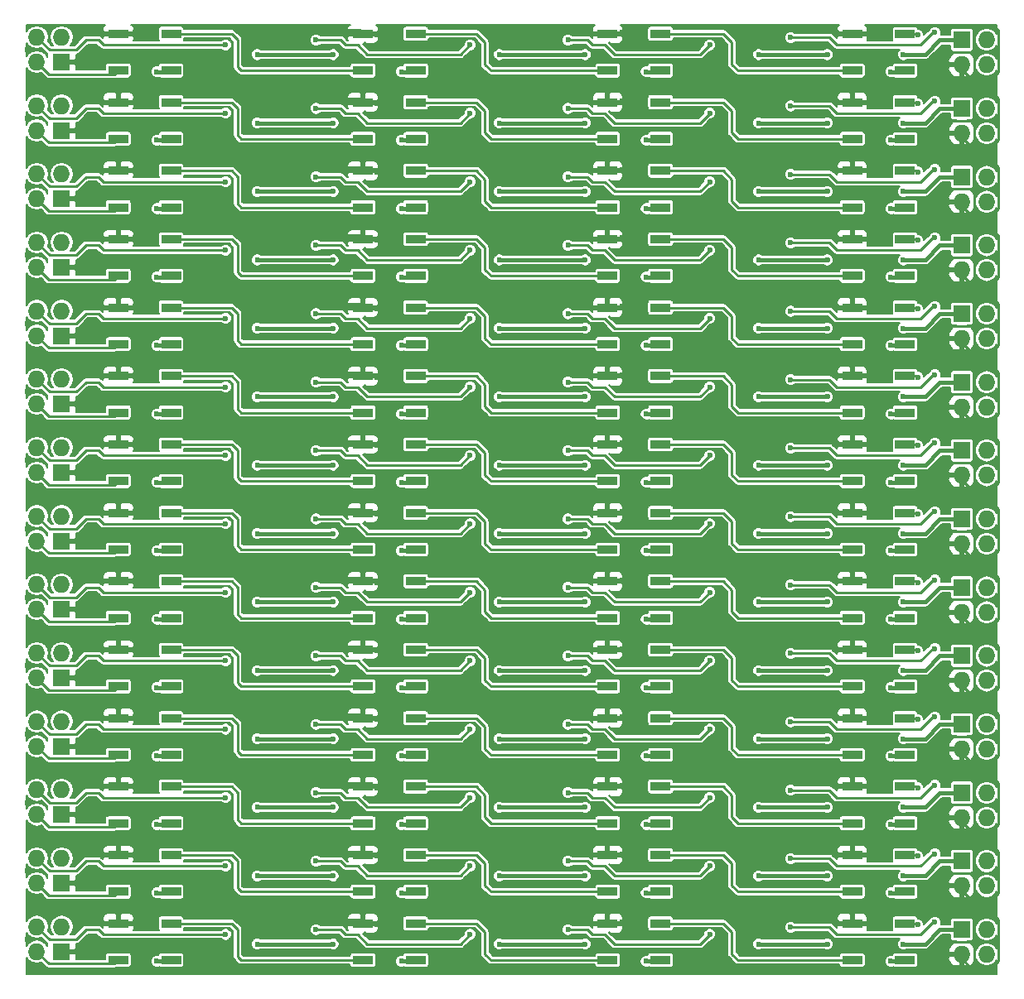
<source format=gtl>
G04 #@! TF.FileFunction,Copper,L1,Top,Signal*
%FSLAX46Y46*%
G04 Gerber Fmt 4.6, Leading zero omitted, Abs format (unit mm)*
G04 Created by KiCad (PCBNEW 4.0.1-stable) date 2016/01/09 16:37:48*
%MOMM*%
G01*
G04 APERTURE LIST*
%ADD10C,0.100000*%
%ADD11R,1.727200X1.727200*%
%ADD12O,1.727200X1.727200*%
%ADD13R,2.000000X0.900000*%
%ADD14C,0.600000*%
%ADD15C,0.400000*%
%ADD16C,0.250000*%
%ADD17C,0.170000*%
G04 APERTURE END LIST*
D10*
D11*
X124000000Y-51750000D03*
D12*
X121460000Y-51750000D03*
X124000000Y-49210000D03*
X121460000Y-49210000D03*
D11*
X216000000Y-49500000D03*
D12*
X218540000Y-49500000D03*
X216000000Y-52040000D03*
X218540000Y-52040000D03*
D13*
X210200000Y-52625000D03*
X210200000Y-48875000D03*
X204800000Y-48875000D03*
X204800000Y-52625000D03*
X185200000Y-52625000D03*
X185200000Y-48875000D03*
X179800000Y-48875000D03*
X179800000Y-52625000D03*
X160200000Y-52625000D03*
X160200000Y-48875000D03*
X154800000Y-48875000D03*
X154800000Y-52625000D03*
X135200000Y-52625000D03*
X135200000Y-48875000D03*
X129800000Y-48875000D03*
X129800000Y-52625000D03*
X135200000Y-45625000D03*
X135200000Y-41875000D03*
X129800000Y-41875000D03*
X129800000Y-45625000D03*
X160200000Y-45625000D03*
X160200000Y-41875000D03*
X154800000Y-41875000D03*
X154800000Y-45625000D03*
X185200000Y-45625000D03*
X185200000Y-41875000D03*
X179800000Y-41875000D03*
X179800000Y-45625000D03*
X210200000Y-45625000D03*
X210200000Y-41875000D03*
X204800000Y-41875000D03*
X204800000Y-45625000D03*
D11*
X216000000Y-42500000D03*
D12*
X218540000Y-42500000D03*
X216000000Y-45040000D03*
X218540000Y-45040000D03*
D11*
X124000000Y-44750000D03*
D12*
X121460000Y-44750000D03*
X124000000Y-42210000D03*
X121460000Y-42210000D03*
D11*
X124000000Y-30750000D03*
D12*
X121460000Y-30750000D03*
X124000000Y-28210000D03*
X121460000Y-28210000D03*
D11*
X216000000Y-28500000D03*
D12*
X218540000Y-28500000D03*
X216000000Y-31040000D03*
X218540000Y-31040000D03*
D13*
X210200000Y-31625000D03*
X210200000Y-27875000D03*
X204800000Y-27875000D03*
X204800000Y-31625000D03*
X185200000Y-31625000D03*
X185200000Y-27875000D03*
X179800000Y-27875000D03*
X179800000Y-31625000D03*
X160200000Y-31625000D03*
X160200000Y-27875000D03*
X154800000Y-27875000D03*
X154800000Y-31625000D03*
X135200000Y-31625000D03*
X135200000Y-27875000D03*
X129800000Y-27875000D03*
X129800000Y-31625000D03*
X135200000Y-38625000D03*
X135200000Y-34875000D03*
X129800000Y-34875000D03*
X129800000Y-38625000D03*
X160200000Y-38625000D03*
X160200000Y-34875000D03*
X154800000Y-34875000D03*
X154800000Y-38625000D03*
X185200000Y-38625000D03*
X185200000Y-34875000D03*
X179800000Y-34875000D03*
X179800000Y-38625000D03*
X210200000Y-38625000D03*
X210200000Y-34875000D03*
X204800000Y-34875000D03*
X204800000Y-38625000D03*
D11*
X216000000Y-35500000D03*
D12*
X218540000Y-35500000D03*
X216000000Y-38040000D03*
X218540000Y-38040000D03*
D11*
X124000000Y-37750000D03*
D12*
X121460000Y-37750000D03*
X124000000Y-35210000D03*
X121460000Y-35210000D03*
D11*
X124000000Y-16750000D03*
D12*
X121460000Y-16750000D03*
X124000000Y-14210000D03*
X121460000Y-14210000D03*
D11*
X216000000Y-14500000D03*
D12*
X218540000Y-14500000D03*
X216000000Y-17040000D03*
X218540000Y-17040000D03*
D13*
X210200000Y-17625000D03*
X210200000Y-13875000D03*
X204800000Y-13875000D03*
X204800000Y-17625000D03*
X185200000Y-17625000D03*
X185200000Y-13875000D03*
X179800000Y-13875000D03*
X179800000Y-17625000D03*
X160200000Y-17625000D03*
X160200000Y-13875000D03*
X154800000Y-13875000D03*
X154800000Y-17625000D03*
X135200000Y-17625000D03*
X135200000Y-13875000D03*
X129800000Y-13875000D03*
X129800000Y-17625000D03*
X135200000Y-24625000D03*
X135200000Y-20875000D03*
X129800000Y-20875000D03*
X129800000Y-24625000D03*
X160200000Y-24625000D03*
X160200000Y-20875000D03*
X154800000Y-20875000D03*
X154800000Y-24625000D03*
X185200000Y-24625000D03*
X185200000Y-20875000D03*
X179800000Y-20875000D03*
X179800000Y-24625000D03*
X210200000Y-24625000D03*
X210200000Y-20875000D03*
X204800000Y-20875000D03*
X204800000Y-24625000D03*
D11*
X216000000Y-21500000D03*
D12*
X218540000Y-21500000D03*
X216000000Y-24040000D03*
X218540000Y-24040000D03*
D11*
X124000000Y-23750000D03*
D12*
X121460000Y-23750000D03*
X124000000Y-21210000D03*
X121460000Y-21210000D03*
D11*
X124000000Y-79750000D03*
D12*
X121460000Y-79750000D03*
X124000000Y-77210000D03*
X121460000Y-77210000D03*
D11*
X216000000Y-77500000D03*
D12*
X218540000Y-77500000D03*
X216000000Y-80040000D03*
X218540000Y-80040000D03*
D13*
X210200000Y-80625000D03*
X210200000Y-76875000D03*
X204800000Y-76875000D03*
X204800000Y-80625000D03*
X185200000Y-80625000D03*
X185200000Y-76875000D03*
X179800000Y-76875000D03*
X179800000Y-80625000D03*
X160200000Y-80625000D03*
X160200000Y-76875000D03*
X154800000Y-76875000D03*
X154800000Y-80625000D03*
X135200000Y-80625000D03*
X135200000Y-76875000D03*
X129800000Y-76875000D03*
X129800000Y-80625000D03*
X135200000Y-73625000D03*
X135200000Y-69875000D03*
X129800000Y-69875000D03*
X129800000Y-73625000D03*
X160200000Y-73625000D03*
X160200000Y-69875000D03*
X154800000Y-69875000D03*
X154800000Y-73625000D03*
X185200000Y-73625000D03*
X185200000Y-69875000D03*
X179800000Y-69875000D03*
X179800000Y-73625000D03*
X210200000Y-73625000D03*
X210200000Y-69875000D03*
X204800000Y-69875000D03*
X204800000Y-73625000D03*
D11*
X216000000Y-70500000D03*
D12*
X218540000Y-70500000D03*
X216000000Y-73040000D03*
X218540000Y-73040000D03*
D11*
X124000000Y-72750000D03*
D12*
X121460000Y-72750000D03*
X124000000Y-70210000D03*
X121460000Y-70210000D03*
D11*
X124000000Y-58750000D03*
D12*
X121460000Y-58750000D03*
X124000000Y-56210000D03*
X121460000Y-56210000D03*
D11*
X216000000Y-56500000D03*
D12*
X218540000Y-56500000D03*
X216000000Y-59040000D03*
X218540000Y-59040000D03*
D13*
X210200000Y-59625000D03*
X210200000Y-55875000D03*
X204800000Y-55875000D03*
X204800000Y-59625000D03*
X185200000Y-59625000D03*
X185200000Y-55875000D03*
X179800000Y-55875000D03*
X179800000Y-59625000D03*
X160200000Y-59625000D03*
X160200000Y-55875000D03*
X154800000Y-55875000D03*
X154800000Y-59625000D03*
X135200000Y-59625000D03*
X135200000Y-55875000D03*
X129800000Y-55875000D03*
X129800000Y-59625000D03*
X135200000Y-66625000D03*
X135200000Y-62875000D03*
X129800000Y-62875000D03*
X129800000Y-66625000D03*
X160200000Y-66625000D03*
X160200000Y-62875000D03*
X154800000Y-62875000D03*
X154800000Y-66625000D03*
X185200000Y-66625000D03*
X185200000Y-62875000D03*
X179800000Y-62875000D03*
X179800000Y-66625000D03*
X210200000Y-66625000D03*
X210200000Y-62875000D03*
X204800000Y-62875000D03*
X204800000Y-66625000D03*
D11*
X216000000Y-63500000D03*
D12*
X218540000Y-63500000D03*
X216000000Y-66040000D03*
X218540000Y-66040000D03*
D11*
X124000000Y-65750000D03*
D12*
X121460000Y-65750000D03*
X124000000Y-63210000D03*
X121460000Y-63210000D03*
D11*
X124000000Y-93750000D03*
D12*
X121460000Y-93750000D03*
X124000000Y-91210000D03*
X121460000Y-91210000D03*
D11*
X216000000Y-91500000D03*
D12*
X218540000Y-91500000D03*
X216000000Y-94040000D03*
X218540000Y-94040000D03*
D13*
X210200000Y-94625000D03*
X210200000Y-90875000D03*
X204800000Y-90875000D03*
X204800000Y-94625000D03*
X185200000Y-94625000D03*
X185200000Y-90875000D03*
X179800000Y-90875000D03*
X179800000Y-94625000D03*
X160200000Y-94625000D03*
X160200000Y-90875000D03*
X154800000Y-90875000D03*
X154800000Y-94625000D03*
X135200000Y-94625000D03*
X135200000Y-90875000D03*
X129800000Y-90875000D03*
X129800000Y-94625000D03*
X135200000Y-87625000D03*
X135200000Y-83875000D03*
X129800000Y-83875000D03*
X129800000Y-87625000D03*
X160200000Y-87625000D03*
X160200000Y-83875000D03*
X154800000Y-83875000D03*
X154800000Y-87625000D03*
X185200000Y-87625000D03*
X185200000Y-83875000D03*
X179800000Y-83875000D03*
X179800000Y-87625000D03*
X210200000Y-87625000D03*
X210200000Y-83875000D03*
X204800000Y-83875000D03*
X204800000Y-87625000D03*
D11*
X216000000Y-84500000D03*
D12*
X218540000Y-84500000D03*
X216000000Y-87040000D03*
X218540000Y-87040000D03*
D11*
X124000000Y-86750000D03*
D12*
X121460000Y-86750000D03*
X124000000Y-84210000D03*
X121460000Y-84210000D03*
D11*
X124000000Y-100750000D03*
D12*
X121460000Y-100750000D03*
X124000000Y-98210000D03*
X121460000Y-98210000D03*
D11*
X216000000Y-98500000D03*
D12*
X218540000Y-98500000D03*
X216000000Y-101040000D03*
X218540000Y-101040000D03*
D13*
X210200000Y-101625000D03*
X210200000Y-97875000D03*
X204800000Y-97875000D03*
X204800000Y-101625000D03*
X185200000Y-101625000D03*
X185200000Y-97875000D03*
X179800000Y-97875000D03*
X179800000Y-101625000D03*
X160200000Y-101625000D03*
X160200000Y-97875000D03*
X154800000Y-97875000D03*
X154800000Y-101625000D03*
X135200000Y-101625000D03*
X135200000Y-97875000D03*
X129800000Y-97875000D03*
X129800000Y-101625000D03*
X135200000Y-108625000D03*
X135200000Y-104875000D03*
X129800000Y-104875000D03*
X129800000Y-108625000D03*
X160200000Y-108625000D03*
X160200000Y-104875000D03*
X154800000Y-104875000D03*
X154800000Y-108625000D03*
X185200000Y-108625000D03*
X185200000Y-104875000D03*
X179800000Y-104875000D03*
X179800000Y-108625000D03*
X210200000Y-108625000D03*
X210200000Y-104875000D03*
X204800000Y-104875000D03*
X204800000Y-108625000D03*
D11*
X216000000Y-105500000D03*
D12*
X218540000Y-105500000D03*
X216000000Y-108040000D03*
X218540000Y-108040000D03*
D11*
X124000000Y-107750000D03*
D12*
X121460000Y-107750000D03*
X124000000Y-105210000D03*
X121460000Y-105210000D03*
D14*
X133750000Y-52750000D03*
X158750000Y-52750000D03*
X183750000Y-52750000D03*
X208750000Y-52750000D03*
X210000000Y-51000000D03*
X177500000Y-51000000D03*
X168750000Y-51000000D03*
X195250000Y-51000000D03*
X202250000Y-51000000D03*
X144000000Y-51000000D03*
X151750000Y-51000000D03*
X151750000Y-44000000D03*
X144000000Y-44000000D03*
X202250000Y-44000000D03*
X195250000Y-44000000D03*
X168750000Y-44000000D03*
X177500000Y-44000000D03*
X210000000Y-44000000D03*
X208750000Y-45750000D03*
X183750000Y-45750000D03*
X158750000Y-45750000D03*
X133750000Y-45750000D03*
X133750000Y-31750000D03*
X158750000Y-31750000D03*
X183750000Y-31750000D03*
X208750000Y-31750000D03*
X210000000Y-30000000D03*
X177500000Y-30000000D03*
X168750000Y-30000000D03*
X195250000Y-30000000D03*
X202250000Y-30000000D03*
X144000000Y-30000000D03*
X151750000Y-30000000D03*
X151750000Y-37000000D03*
X144000000Y-37000000D03*
X202250000Y-37000000D03*
X195250000Y-37000000D03*
X168750000Y-37000000D03*
X177500000Y-37000000D03*
X210000000Y-37000000D03*
X208750000Y-38750000D03*
X183750000Y-38750000D03*
X158750000Y-38750000D03*
X133750000Y-38750000D03*
X133750000Y-17750000D03*
X158750000Y-17750000D03*
X183750000Y-17750000D03*
X208750000Y-17750000D03*
X210000000Y-16000000D03*
X177500000Y-16000000D03*
X168750000Y-16000000D03*
X195250000Y-16000000D03*
X202250000Y-16000000D03*
X144000000Y-16000000D03*
X151750000Y-16000000D03*
X151750000Y-23000000D03*
X144000000Y-23000000D03*
X202250000Y-23000000D03*
X195250000Y-23000000D03*
X168750000Y-23000000D03*
X177500000Y-23000000D03*
X210000000Y-23000000D03*
X208750000Y-24750000D03*
X183750000Y-24750000D03*
X158750000Y-24750000D03*
X133750000Y-24750000D03*
X133750000Y-80750000D03*
X158750000Y-80750000D03*
X183750000Y-80750000D03*
X208750000Y-80750000D03*
X210000000Y-79000000D03*
X177500000Y-79000000D03*
X168750000Y-79000000D03*
X195250000Y-79000000D03*
X202250000Y-79000000D03*
X144000000Y-79000000D03*
X151750000Y-79000000D03*
X151750000Y-72000000D03*
X144000000Y-72000000D03*
X202250000Y-72000000D03*
X195250000Y-72000000D03*
X168750000Y-72000000D03*
X177500000Y-72000000D03*
X210000000Y-72000000D03*
X208750000Y-73750000D03*
X183750000Y-73750000D03*
X158750000Y-73750000D03*
X133750000Y-73750000D03*
X133750000Y-59750000D03*
X158750000Y-59750000D03*
X183750000Y-59750000D03*
X208750000Y-59750000D03*
X210000000Y-58000000D03*
X177500000Y-58000000D03*
X168750000Y-58000000D03*
X195250000Y-58000000D03*
X202250000Y-58000000D03*
X144000000Y-58000000D03*
X151750000Y-58000000D03*
X151750000Y-65000000D03*
X144000000Y-65000000D03*
X202250000Y-65000000D03*
X195250000Y-65000000D03*
X168750000Y-65000000D03*
X177500000Y-65000000D03*
X210000000Y-65000000D03*
X208750000Y-66750000D03*
X183750000Y-66750000D03*
X158750000Y-66750000D03*
X133750000Y-66750000D03*
X133750000Y-94750000D03*
X158750000Y-94750000D03*
X183750000Y-94750000D03*
X208750000Y-94750000D03*
X210000000Y-93000000D03*
X177500000Y-93000000D03*
X168750000Y-93000000D03*
X195250000Y-93000000D03*
X202250000Y-93000000D03*
X144000000Y-93000000D03*
X151750000Y-93000000D03*
X151750000Y-86000000D03*
X144000000Y-86000000D03*
X202250000Y-86000000D03*
X195250000Y-86000000D03*
X168750000Y-86000000D03*
X177500000Y-86000000D03*
X210000000Y-86000000D03*
X208750000Y-87750000D03*
X183750000Y-87750000D03*
X158750000Y-87750000D03*
X133750000Y-87750000D03*
X133750000Y-101750000D03*
X158750000Y-101750000D03*
X183750000Y-101750000D03*
X208750000Y-101750000D03*
X210000000Y-100000000D03*
X177500000Y-100000000D03*
X168750000Y-100000000D03*
X195250000Y-100000000D03*
X202250000Y-100000000D03*
X144000000Y-100000000D03*
X151750000Y-100000000D03*
X151750000Y-107000000D03*
X144000000Y-107000000D03*
X202250000Y-107000000D03*
X195250000Y-107000000D03*
X168750000Y-107000000D03*
X177500000Y-107000000D03*
X210000000Y-107000000D03*
X208750000Y-108750000D03*
X183750000Y-108750000D03*
X158750000Y-108750000D03*
X133750000Y-108750000D03*
X207500000Y-48750000D03*
X181250000Y-48750000D03*
X156250000Y-49000000D03*
X131500000Y-48750000D03*
X127000000Y-50500000D03*
X127500000Y-48750000D03*
X138500000Y-52500000D03*
X146000000Y-50000000D03*
X171750000Y-50000000D03*
X164250000Y-52000000D03*
X166500000Y-52750000D03*
X177750000Y-48500000D03*
X191750000Y-52750000D03*
X203250000Y-48750000D03*
X190000000Y-51750000D03*
X206500000Y-53000000D03*
X120500000Y-50500000D03*
X131500000Y-53000000D03*
X143250000Y-48500000D03*
X156500000Y-53000000D03*
X163000000Y-49900000D03*
X169250000Y-48500000D03*
X181500000Y-53000000D03*
X193250000Y-49000000D03*
X212250000Y-48500000D03*
X212250000Y-41500000D03*
X193250000Y-42000000D03*
X181500000Y-46000000D03*
X169250000Y-41500000D03*
X163000000Y-42900000D03*
X156500000Y-46000000D03*
X143250000Y-41500000D03*
X131500000Y-46000000D03*
X120500000Y-43500000D03*
X206500000Y-46000000D03*
X190000000Y-44750000D03*
X203250000Y-41750000D03*
X191750000Y-45750000D03*
X177750000Y-41500000D03*
X166500000Y-45750000D03*
X164250000Y-45000000D03*
X171750000Y-43000000D03*
X146000000Y-43000000D03*
X138500000Y-45500000D03*
X127500000Y-41750000D03*
X127000000Y-43500000D03*
X131500000Y-41750000D03*
X156250000Y-42000000D03*
X181250000Y-41750000D03*
X207500000Y-41750000D03*
X207500000Y-27750000D03*
X181250000Y-27750000D03*
X156250000Y-28000000D03*
X131500000Y-27750000D03*
X127000000Y-29500000D03*
X127500000Y-27750000D03*
X138500000Y-31500000D03*
X146000000Y-29000000D03*
X171750000Y-29000000D03*
X164250000Y-31000000D03*
X166500000Y-31750000D03*
X177750000Y-27500000D03*
X191750000Y-31750000D03*
X203250000Y-27750000D03*
X190000000Y-30750000D03*
X206500000Y-32000000D03*
X120500000Y-29500000D03*
X131500000Y-32000000D03*
X143250000Y-27500000D03*
X156500000Y-32000000D03*
X163000000Y-28900000D03*
X169250000Y-27500000D03*
X181500000Y-32000000D03*
X193250000Y-28000000D03*
X212250000Y-27500000D03*
X212250000Y-34500000D03*
X193250000Y-35000000D03*
X181500000Y-39000000D03*
X169250000Y-34500000D03*
X163000000Y-35900000D03*
X156500000Y-39000000D03*
X143250000Y-34500000D03*
X131500000Y-39000000D03*
X120500000Y-36500000D03*
X206500000Y-39000000D03*
X190000000Y-37750000D03*
X203250000Y-34750000D03*
X191750000Y-38750000D03*
X177750000Y-34500000D03*
X166500000Y-38750000D03*
X164250000Y-38000000D03*
X171750000Y-36000000D03*
X146000000Y-36000000D03*
X138500000Y-38500000D03*
X127500000Y-34750000D03*
X127000000Y-36500000D03*
X131500000Y-34750000D03*
X156250000Y-35000000D03*
X181250000Y-34750000D03*
X207500000Y-34750000D03*
X207500000Y-13750000D03*
X181250000Y-13750000D03*
X156250000Y-14000000D03*
X131500000Y-13750000D03*
X127000000Y-15500000D03*
X127500000Y-13750000D03*
X138500000Y-17500000D03*
X146000000Y-15000000D03*
X171750000Y-15000000D03*
X164250000Y-17000000D03*
X166500000Y-17750000D03*
X177750000Y-13500000D03*
X191750000Y-17750000D03*
X203250000Y-13750000D03*
X190000000Y-16750000D03*
X206500000Y-18000000D03*
X120500000Y-15500000D03*
X131500000Y-18000000D03*
X143250000Y-13500000D03*
X156500000Y-18000000D03*
X163000000Y-14900000D03*
X169250000Y-13500000D03*
X181500000Y-18000000D03*
X193250000Y-14000000D03*
X212250000Y-13500000D03*
X212250000Y-20500000D03*
X193250000Y-21000000D03*
X181500000Y-25000000D03*
X169250000Y-20500000D03*
X163000000Y-21900000D03*
X156500000Y-25000000D03*
X143250000Y-20500000D03*
X131500000Y-25000000D03*
X120500000Y-22500000D03*
X206500000Y-25000000D03*
X190000000Y-23750000D03*
X203250000Y-20750000D03*
X191750000Y-24750000D03*
X177750000Y-20500000D03*
X166500000Y-24750000D03*
X164250000Y-24000000D03*
X171750000Y-22000000D03*
X146000000Y-22000000D03*
X138500000Y-24500000D03*
X127500000Y-20750000D03*
X127000000Y-22500000D03*
X131500000Y-20750000D03*
X156250000Y-21000000D03*
X181250000Y-20750000D03*
X207500000Y-20750000D03*
X207500000Y-76750000D03*
X181250000Y-76750000D03*
X156250000Y-77000000D03*
X131500000Y-76750000D03*
X127000000Y-78500000D03*
X127500000Y-76750000D03*
X138500000Y-80500000D03*
X146000000Y-78000000D03*
X171750000Y-78000000D03*
X164250000Y-80000000D03*
X166500000Y-80750000D03*
X177750000Y-76500000D03*
X191750000Y-80750000D03*
X203250000Y-76750000D03*
X190000000Y-79750000D03*
X206500000Y-81000000D03*
X120500000Y-78500000D03*
X131500000Y-81000000D03*
X143250000Y-76500000D03*
X156500000Y-81000000D03*
X163000000Y-77900000D03*
X169250000Y-76500000D03*
X181500000Y-81000000D03*
X193250000Y-77000000D03*
X212250000Y-76500000D03*
X212250000Y-69500000D03*
X193250000Y-70000000D03*
X181500000Y-74000000D03*
X169250000Y-69500000D03*
X163000000Y-70900000D03*
X156500000Y-74000000D03*
X143250000Y-69500000D03*
X131500000Y-74000000D03*
X120500000Y-71500000D03*
X206500000Y-74000000D03*
X190000000Y-72750000D03*
X203250000Y-69750000D03*
X191750000Y-73750000D03*
X177750000Y-69500000D03*
X166500000Y-73750000D03*
X164250000Y-73000000D03*
X171750000Y-71000000D03*
X146000000Y-71000000D03*
X138500000Y-73500000D03*
X127500000Y-69750000D03*
X127000000Y-71500000D03*
X131500000Y-69750000D03*
X156250000Y-70000000D03*
X181250000Y-69750000D03*
X207500000Y-69750000D03*
X207500000Y-55750000D03*
X181250000Y-55750000D03*
X156250000Y-56000000D03*
X131500000Y-55750000D03*
X127000000Y-57500000D03*
X127500000Y-55750000D03*
X138500000Y-59500000D03*
X146000000Y-57000000D03*
X171750000Y-57000000D03*
X164250000Y-59000000D03*
X166500000Y-59750000D03*
X177750000Y-55500000D03*
X191750000Y-59750000D03*
X203250000Y-55750000D03*
X190000000Y-58750000D03*
X206500000Y-60000000D03*
X120500000Y-57500000D03*
X131500000Y-60000000D03*
X143250000Y-55500000D03*
X156500000Y-60000000D03*
X163000000Y-56900000D03*
X169250000Y-55500000D03*
X181500000Y-60000000D03*
X193250000Y-56000000D03*
X212250000Y-55500000D03*
X212250000Y-62500000D03*
X193250000Y-63000000D03*
X181500000Y-67000000D03*
X169250000Y-62500000D03*
X163000000Y-63900000D03*
X156500000Y-67000000D03*
X143250000Y-62500000D03*
X131500000Y-67000000D03*
X120500000Y-64500000D03*
X206500000Y-67000000D03*
X190000000Y-65750000D03*
X203250000Y-62750000D03*
X191750000Y-66750000D03*
X177750000Y-62500000D03*
X166500000Y-66750000D03*
X164250000Y-66000000D03*
X171750000Y-64000000D03*
X146000000Y-64000000D03*
X138500000Y-66500000D03*
X127500000Y-62750000D03*
X127000000Y-64500000D03*
X131500000Y-62750000D03*
X156250000Y-63000000D03*
X181250000Y-62750000D03*
X207500000Y-62750000D03*
X207500000Y-90750000D03*
X181250000Y-90750000D03*
X156250000Y-91000000D03*
X131500000Y-90750000D03*
X127000000Y-92500000D03*
X127500000Y-90750000D03*
X138500000Y-94500000D03*
X146000000Y-92000000D03*
X171750000Y-92000000D03*
X164250000Y-94000000D03*
X166500000Y-94750000D03*
X177750000Y-90500000D03*
X191750000Y-94750000D03*
X203250000Y-90750000D03*
X190000000Y-93750000D03*
X206500000Y-95000000D03*
X120500000Y-92500000D03*
X131500000Y-95000000D03*
X143250000Y-90500000D03*
X156500000Y-95000000D03*
X163000000Y-91900000D03*
X169250000Y-90500000D03*
X181500000Y-95000000D03*
X193250000Y-91000000D03*
X212250000Y-90500000D03*
X212250000Y-83500000D03*
X193250000Y-84000000D03*
X181500000Y-88000000D03*
X169250000Y-83500000D03*
X163000000Y-84900000D03*
X156500000Y-88000000D03*
X143250000Y-83500000D03*
X131500000Y-88000000D03*
X120500000Y-85500000D03*
X206500000Y-88000000D03*
X190000000Y-86750000D03*
X203250000Y-83750000D03*
X191750000Y-87750000D03*
X177750000Y-83500000D03*
X166500000Y-87750000D03*
X164250000Y-87000000D03*
X171750000Y-85000000D03*
X146000000Y-85000000D03*
X138500000Y-87500000D03*
X127500000Y-83750000D03*
X127000000Y-85500000D03*
X131500000Y-83750000D03*
X156250000Y-84000000D03*
X181250000Y-83750000D03*
X207500000Y-83750000D03*
X207500000Y-97750000D03*
X181250000Y-97750000D03*
X156250000Y-98000000D03*
X131500000Y-97750000D03*
X127000000Y-99500000D03*
X127500000Y-97750000D03*
X138500000Y-101500000D03*
X146000000Y-99000000D03*
X171750000Y-99000000D03*
X164250000Y-101000000D03*
X166500000Y-101750000D03*
X177750000Y-97500000D03*
X191750000Y-101750000D03*
X203250000Y-97750000D03*
X190000000Y-100750000D03*
X206500000Y-102000000D03*
X120500000Y-99500000D03*
X131500000Y-102000000D03*
X143250000Y-97500000D03*
X156500000Y-102000000D03*
X163000000Y-98900000D03*
X169250000Y-97500000D03*
X181500000Y-102000000D03*
X193250000Y-98000000D03*
X212250000Y-97500000D03*
X212250000Y-104500000D03*
X193250000Y-105000000D03*
X181500000Y-109000000D03*
X169250000Y-104500000D03*
X163000000Y-105900000D03*
X156500000Y-109000000D03*
X143250000Y-104500000D03*
X131500000Y-109000000D03*
X120500000Y-106500000D03*
X206500000Y-109000000D03*
X190000000Y-107750000D03*
X203250000Y-104750000D03*
X191750000Y-108750000D03*
X177750000Y-104500000D03*
X166500000Y-108750000D03*
X164250000Y-108000000D03*
X171750000Y-106000000D03*
X146000000Y-106000000D03*
X138500000Y-108500000D03*
X127500000Y-104750000D03*
X127000000Y-106500000D03*
X131500000Y-104750000D03*
X156250000Y-105000000D03*
X181250000Y-104750000D03*
X207500000Y-104750000D03*
X211500000Y-49000000D03*
X211500000Y-42000000D03*
X211500000Y-28000000D03*
X211500000Y-35000000D03*
X211500000Y-14000000D03*
X211500000Y-21000000D03*
X211500000Y-77000000D03*
X211500000Y-70000000D03*
X211500000Y-56000000D03*
X211500000Y-63000000D03*
X211500000Y-91000000D03*
X211500000Y-84000000D03*
X211500000Y-98000000D03*
X211500000Y-105000000D03*
X213250000Y-48750000D03*
X150000000Y-49500000D03*
X165750000Y-50000000D03*
X175750000Y-49500000D03*
X190250000Y-50000000D03*
X198500000Y-49250000D03*
X140750000Y-50000000D03*
X140750000Y-43000000D03*
X198500000Y-42250000D03*
X190250000Y-43000000D03*
X175750000Y-42500000D03*
X165750000Y-43000000D03*
X150000000Y-42500000D03*
X213250000Y-41750000D03*
X213250000Y-27750000D03*
X150000000Y-28500000D03*
X165750000Y-29000000D03*
X175750000Y-28500000D03*
X190250000Y-29000000D03*
X198500000Y-28250000D03*
X140750000Y-29000000D03*
X140750000Y-36000000D03*
X198500000Y-35250000D03*
X190250000Y-36000000D03*
X175750000Y-35500000D03*
X165750000Y-36000000D03*
X150000000Y-35500000D03*
X213250000Y-34750000D03*
X213250000Y-13750000D03*
X150000000Y-14500000D03*
X165750000Y-15000000D03*
X175750000Y-14500000D03*
X190250000Y-15000000D03*
X198500000Y-14250000D03*
X140750000Y-15000000D03*
X140750000Y-22000000D03*
X198500000Y-21250000D03*
X190250000Y-22000000D03*
X175750000Y-21500000D03*
X165750000Y-22000000D03*
X150000000Y-21500000D03*
X213250000Y-20750000D03*
X213250000Y-76750000D03*
X150000000Y-77500000D03*
X165750000Y-78000000D03*
X175750000Y-77500000D03*
X190250000Y-78000000D03*
X198500000Y-77250000D03*
X140750000Y-78000000D03*
X140750000Y-71000000D03*
X198500000Y-70250000D03*
X190250000Y-71000000D03*
X175750000Y-70500000D03*
X165750000Y-71000000D03*
X150000000Y-70500000D03*
X213250000Y-69750000D03*
X213250000Y-55750000D03*
X150000000Y-56500000D03*
X165750000Y-57000000D03*
X175750000Y-56500000D03*
X190250000Y-57000000D03*
X198500000Y-56250000D03*
X140750000Y-57000000D03*
X140750000Y-64000000D03*
X198500000Y-63250000D03*
X190250000Y-64000000D03*
X175750000Y-63500000D03*
X165750000Y-64000000D03*
X150000000Y-63500000D03*
X213250000Y-62750000D03*
X213250000Y-90750000D03*
X150000000Y-91500000D03*
X165750000Y-92000000D03*
X175750000Y-91500000D03*
X190250000Y-92000000D03*
X198500000Y-91250000D03*
X140750000Y-92000000D03*
X140750000Y-85000000D03*
X198500000Y-84250000D03*
X190250000Y-85000000D03*
X175750000Y-84500000D03*
X165750000Y-85000000D03*
X150000000Y-84500000D03*
X213250000Y-83750000D03*
X213250000Y-97750000D03*
X150000000Y-98500000D03*
X165750000Y-99000000D03*
X175750000Y-98500000D03*
X190250000Y-99000000D03*
X198500000Y-98250000D03*
X140750000Y-99000000D03*
X140750000Y-106000000D03*
X198500000Y-105250000D03*
X190250000Y-106000000D03*
X175750000Y-105500000D03*
X165750000Y-106000000D03*
X150000000Y-105500000D03*
X213250000Y-104750000D03*
D15*
X135325000Y-52500000D02*
X135200000Y-52625000D01*
X160325000Y-52500000D02*
X160200000Y-52625000D01*
X185325000Y-52500000D02*
X185200000Y-52625000D01*
X185200000Y-52450000D02*
X185200000Y-52625000D01*
X135075000Y-52750000D02*
X135200000Y-52625000D01*
X133750000Y-52750000D02*
X135075000Y-52750000D01*
X160075000Y-52750000D02*
X160200000Y-52625000D01*
X158750000Y-52750000D02*
X160075000Y-52750000D01*
X185075000Y-52750000D02*
X185200000Y-52625000D01*
X183750000Y-52750000D02*
X185075000Y-52750000D01*
X210075000Y-52750000D02*
X210200000Y-52625000D01*
X208750000Y-52750000D02*
X210075000Y-52750000D01*
X213750000Y-49500000D02*
X216000000Y-49500000D01*
X212250000Y-51000000D02*
X213750000Y-49500000D01*
X210000000Y-51000000D02*
X212250000Y-51000000D01*
X168750000Y-51000000D02*
X177500000Y-51000000D01*
X195250000Y-51000000D02*
X199750000Y-51000000D01*
X199750000Y-51000000D02*
X202250000Y-51000000D01*
X144000000Y-51000000D02*
X151750000Y-51000000D01*
X144000000Y-44000000D02*
X151750000Y-44000000D01*
X199750000Y-44000000D02*
X202250000Y-44000000D01*
X195250000Y-44000000D02*
X199750000Y-44000000D01*
X168750000Y-44000000D02*
X177500000Y-44000000D01*
X210000000Y-44000000D02*
X212250000Y-44000000D01*
X212250000Y-44000000D02*
X213750000Y-42500000D01*
X213750000Y-42500000D02*
X216000000Y-42500000D01*
X208750000Y-45750000D02*
X210075000Y-45750000D01*
X210075000Y-45750000D02*
X210200000Y-45625000D01*
X183750000Y-45750000D02*
X185075000Y-45750000D01*
X185075000Y-45750000D02*
X185200000Y-45625000D01*
X158750000Y-45750000D02*
X160075000Y-45750000D01*
X160075000Y-45750000D02*
X160200000Y-45625000D01*
X133750000Y-45750000D02*
X135075000Y-45750000D01*
X135075000Y-45750000D02*
X135200000Y-45625000D01*
X185200000Y-45450000D02*
X185200000Y-45625000D01*
X185325000Y-45500000D02*
X185200000Y-45625000D01*
X160325000Y-45500000D02*
X160200000Y-45625000D01*
X135325000Y-45500000D02*
X135200000Y-45625000D01*
X135325000Y-31500000D02*
X135200000Y-31625000D01*
X160325000Y-31500000D02*
X160200000Y-31625000D01*
X185325000Y-31500000D02*
X185200000Y-31625000D01*
X185200000Y-31450000D02*
X185200000Y-31625000D01*
X135075000Y-31750000D02*
X135200000Y-31625000D01*
X133750000Y-31750000D02*
X135075000Y-31750000D01*
X160075000Y-31750000D02*
X160200000Y-31625000D01*
X158750000Y-31750000D02*
X160075000Y-31750000D01*
X185075000Y-31750000D02*
X185200000Y-31625000D01*
X183750000Y-31750000D02*
X185075000Y-31750000D01*
X210075000Y-31750000D02*
X210200000Y-31625000D01*
X208750000Y-31750000D02*
X210075000Y-31750000D01*
X213750000Y-28500000D02*
X216000000Y-28500000D01*
X212250000Y-30000000D02*
X213750000Y-28500000D01*
X210000000Y-30000000D02*
X212250000Y-30000000D01*
X168750000Y-30000000D02*
X177500000Y-30000000D01*
X195250000Y-30000000D02*
X199750000Y-30000000D01*
X199750000Y-30000000D02*
X202250000Y-30000000D01*
X144000000Y-30000000D02*
X151750000Y-30000000D01*
X144000000Y-37000000D02*
X151750000Y-37000000D01*
X199750000Y-37000000D02*
X202250000Y-37000000D01*
X195250000Y-37000000D02*
X199750000Y-37000000D01*
X168750000Y-37000000D02*
X177500000Y-37000000D01*
X210000000Y-37000000D02*
X212250000Y-37000000D01*
X212250000Y-37000000D02*
X213750000Y-35500000D01*
X213750000Y-35500000D02*
X216000000Y-35500000D01*
X208750000Y-38750000D02*
X210075000Y-38750000D01*
X210075000Y-38750000D02*
X210200000Y-38625000D01*
X183750000Y-38750000D02*
X185075000Y-38750000D01*
X185075000Y-38750000D02*
X185200000Y-38625000D01*
X158750000Y-38750000D02*
X160075000Y-38750000D01*
X160075000Y-38750000D02*
X160200000Y-38625000D01*
X133750000Y-38750000D02*
X135075000Y-38750000D01*
X135075000Y-38750000D02*
X135200000Y-38625000D01*
X185200000Y-38450000D02*
X185200000Y-38625000D01*
X185325000Y-38500000D02*
X185200000Y-38625000D01*
X160325000Y-38500000D02*
X160200000Y-38625000D01*
X135325000Y-38500000D02*
X135200000Y-38625000D01*
X135325000Y-17500000D02*
X135200000Y-17625000D01*
X160325000Y-17500000D02*
X160200000Y-17625000D01*
X185325000Y-17500000D02*
X185200000Y-17625000D01*
X185200000Y-17450000D02*
X185200000Y-17625000D01*
X135075000Y-17750000D02*
X135200000Y-17625000D01*
X133750000Y-17750000D02*
X135075000Y-17750000D01*
X160075000Y-17750000D02*
X160200000Y-17625000D01*
X158750000Y-17750000D02*
X160075000Y-17750000D01*
X185075000Y-17750000D02*
X185200000Y-17625000D01*
X183750000Y-17750000D02*
X185075000Y-17750000D01*
X210075000Y-17750000D02*
X210200000Y-17625000D01*
X208750000Y-17750000D02*
X210075000Y-17750000D01*
X213750000Y-14500000D02*
X216000000Y-14500000D01*
X212250000Y-16000000D02*
X213750000Y-14500000D01*
X210000000Y-16000000D02*
X212250000Y-16000000D01*
X168750000Y-16000000D02*
X177500000Y-16000000D01*
X195250000Y-16000000D02*
X199750000Y-16000000D01*
X199750000Y-16000000D02*
X202250000Y-16000000D01*
X144000000Y-16000000D02*
X151750000Y-16000000D01*
X144000000Y-23000000D02*
X151750000Y-23000000D01*
X199750000Y-23000000D02*
X202250000Y-23000000D01*
X195250000Y-23000000D02*
X199750000Y-23000000D01*
X168750000Y-23000000D02*
X177500000Y-23000000D01*
X210000000Y-23000000D02*
X212250000Y-23000000D01*
X212250000Y-23000000D02*
X213750000Y-21500000D01*
X213750000Y-21500000D02*
X216000000Y-21500000D01*
X208750000Y-24750000D02*
X210075000Y-24750000D01*
X210075000Y-24750000D02*
X210200000Y-24625000D01*
X183750000Y-24750000D02*
X185075000Y-24750000D01*
X185075000Y-24750000D02*
X185200000Y-24625000D01*
X158750000Y-24750000D02*
X160075000Y-24750000D01*
X160075000Y-24750000D02*
X160200000Y-24625000D01*
X133750000Y-24750000D02*
X135075000Y-24750000D01*
X135075000Y-24750000D02*
X135200000Y-24625000D01*
X185200000Y-24450000D02*
X185200000Y-24625000D01*
X185325000Y-24500000D02*
X185200000Y-24625000D01*
X160325000Y-24500000D02*
X160200000Y-24625000D01*
X135325000Y-24500000D02*
X135200000Y-24625000D01*
X135325000Y-80500000D02*
X135200000Y-80625000D01*
X160325000Y-80500000D02*
X160200000Y-80625000D01*
X185325000Y-80500000D02*
X185200000Y-80625000D01*
X185200000Y-80450000D02*
X185200000Y-80625000D01*
X135075000Y-80750000D02*
X135200000Y-80625000D01*
X133750000Y-80750000D02*
X135075000Y-80750000D01*
X160075000Y-80750000D02*
X160200000Y-80625000D01*
X158750000Y-80750000D02*
X160075000Y-80750000D01*
X185075000Y-80750000D02*
X185200000Y-80625000D01*
X183750000Y-80750000D02*
X185075000Y-80750000D01*
X210075000Y-80750000D02*
X210200000Y-80625000D01*
X208750000Y-80750000D02*
X210075000Y-80750000D01*
X213750000Y-77500000D02*
X216000000Y-77500000D01*
X212250000Y-79000000D02*
X213750000Y-77500000D01*
X210000000Y-79000000D02*
X212250000Y-79000000D01*
X168750000Y-79000000D02*
X177500000Y-79000000D01*
X195250000Y-79000000D02*
X199750000Y-79000000D01*
X199750000Y-79000000D02*
X202250000Y-79000000D01*
X144000000Y-79000000D02*
X151750000Y-79000000D01*
X144000000Y-72000000D02*
X151750000Y-72000000D01*
X199750000Y-72000000D02*
X202250000Y-72000000D01*
X195250000Y-72000000D02*
X199750000Y-72000000D01*
X168750000Y-72000000D02*
X177500000Y-72000000D01*
X210000000Y-72000000D02*
X212250000Y-72000000D01*
X212250000Y-72000000D02*
X213750000Y-70500000D01*
X213750000Y-70500000D02*
X216000000Y-70500000D01*
X208750000Y-73750000D02*
X210075000Y-73750000D01*
X210075000Y-73750000D02*
X210200000Y-73625000D01*
X183750000Y-73750000D02*
X185075000Y-73750000D01*
X185075000Y-73750000D02*
X185200000Y-73625000D01*
X158750000Y-73750000D02*
X160075000Y-73750000D01*
X160075000Y-73750000D02*
X160200000Y-73625000D01*
X133750000Y-73750000D02*
X135075000Y-73750000D01*
X135075000Y-73750000D02*
X135200000Y-73625000D01*
X185200000Y-73450000D02*
X185200000Y-73625000D01*
X185325000Y-73500000D02*
X185200000Y-73625000D01*
X160325000Y-73500000D02*
X160200000Y-73625000D01*
X135325000Y-73500000D02*
X135200000Y-73625000D01*
X135325000Y-59500000D02*
X135200000Y-59625000D01*
X160325000Y-59500000D02*
X160200000Y-59625000D01*
X185325000Y-59500000D02*
X185200000Y-59625000D01*
X185200000Y-59450000D02*
X185200000Y-59625000D01*
X135075000Y-59750000D02*
X135200000Y-59625000D01*
X133750000Y-59750000D02*
X135075000Y-59750000D01*
X160075000Y-59750000D02*
X160200000Y-59625000D01*
X158750000Y-59750000D02*
X160075000Y-59750000D01*
X185075000Y-59750000D02*
X185200000Y-59625000D01*
X183750000Y-59750000D02*
X185075000Y-59750000D01*
X210075000Y-59750000D02*
X210200000Y-59625000D01*
X208750000Y-59750000D02*
X210075000Y-59750000D01*
X213750000Y-56500000D02*
X216000000Y-56500000D01*
X212250000Y-58000000D02*
X213750000Y-56500000D01*
X210000000Y-58000000D02*
X212250000Y-58000000D01*
X168750000Y-58000000D02*
X177500000Y-58000000D01*
X195250000Y-58000000D02*
X199750000Y-58000000D01*
X199750000Y-58000000D02*
X202250000Y-58000000D01*
X144000000Y-58000000D02*
X151750000Y-58000000D01*
X144000000Y-65000000D02*
X151750000Y-65000000D01*
X199750000Y-65000000D02*
X202250000Y-65000000D01*
X195250000Y-65000000D02*
X199750000Y-65000000D01*
X168750000Y-65000000D02*
X177500000Y-65000000D01*
X210000000Y-65000000D02*
X212250000Y-65000000D01*
X212250000Y-65000000D02*
X213750000Y-63500000D01*
X213750000Y-63500000D02*
X216000000Y-63500000D01*
X208750000Y-66750000D02*
X210075000Y-66750000D01*
X210075000Y-66750000D02*
X210200000Y-66625000D01*
X183750000Y-66750000D02*
X185075000Y-66750000D01*
X185075000Y-66750000D02*
X185200000Y-66625000D01*
X158750000Y-66750000D02*
X160075000Y-66750000D01*
X160075000Y-66750000D02*
X160200000Y-66625000D01*
X133750000Y-66750000D02*
X135075000Y-66750000D01*
X135075000Y-66750000D02*
X135200000Y-66625000D01*
X185200000Y-66450000D02*
X185200000Y-66625000D01*
X185325000Y-66500000D02*
X185200000Y-66625000D01*
X160325000Y-66500000D02*
X160200000Y-66625000D01*
X135325000Y-66500000D02*
X135200000Y-66625000D01*
X135325000Y-94500000D02*
X135200000Y-94625000D01*
X160325000Y-94500000D02*
X160200000Y-94625000D01*
X185325000Y-94500000D02*
X185200000Y-94625000D01*
X185200000Y-94450000D02*
X185200000Y-94625000D01*
X135075000Y-94750000D02*
X135200000Y-94625000D01*
X133750000Y-94750000D02*
X135075000Y-94750000D01*
X160075000Y-94750000D02*
X160200000Y-94625000D01*
X158750000Y-94750000D02*
X160075000Y-94750000D01*
X185075000Y-94750000D02*
X185200000Y-94625000D01*
X183750000Y-94750000D02*
X185075000Y-94750000D01*
X210075000Y-94750000D02*
X210200000Y-94625000D01*
X208750000Y-94750000D02*
X210075000Y-94750000D01*
X213750000Y-91500000D02*
X216000000Y-91500000D01*
X212250000Y-93000000D02*
X213750000Y-91500000D01*
X210000000Y-93000000D02*
X212250000Y-93000000D01*
X168750000Y-93000000D02*
X177500000Y-93000000D01*
X195250000Y-93000000D02*
X199750000Y-93000000D01*
X199750000Y-93000000D02*
X202250000Y-93000000D01*
X144000000Y-93000000D02*
X151750000Y-93000000D01*
X144000000Y-86000000D02*
X151750000Y-86000000D01*
X199750000Y-86000000D02*
X202250000Y-86000000D01*
X195250000Y-86000000D02*
X199750000Y-86000000D01*
X168750000Y-86000000D02*
X177500000Y-86000000D01*
X210000000Y-86000000D02*
X212250000Y-86000000D01*
X212250000Y-86000000D02*
X213750000Y-84500000D01*
X213750000Y-84500000D02*
X216000000Y-84500000D01*
X208750000Y-87750000D02*
X210075000Y-87750000D01*
X210075000Y-87750000D02*
X210200000Y-87625000D01*
X183750000Y-87750000D02*
X185075000Y-87750000D01*
X185075000Y-87750000D02*
X185200000Y-87625000D01*
X158750000Y-87750000D02*
X160075000Y-87750000D01*
X160075000Y-87750000D02*
X160200000Y-87625000D01*
X133750000Y-87750000D02*
X135075000Y-87750000D01*
X135075000Y-87750000D02*
X135200000Y-87625000D01*
X185200000Y-87450000D02*
X185200000Y-87625000D01*
X185325000Y-87500000D02*
X185200000Y-87625000D01*
X160325000Y-87500000D02*
X160200000Y-87625000D01*
X135325000Y-87500000D02*
X135200000Y-87625000D01*
X135325000Y-101500000D02*
X135200000Y-101625000D01*
X160325000Y-101500000D02*
X160200000Y-101625000D01*
X185325000Y-101500000D02*
X185200000Y-101625000D01*
X185200000Y-101450000D02*
X185200000Y-101625000D01*
X135075000Y-101750000D02*
X135200000Y-101625000D01*
X133750000Y-101750000D02*
X135075000Y-101750000D01*
X160075000Y-101750000D02*
X160200000Y-101625000D01*
X158750000Y-101750000D02*
X160075000Y-101750000D01*
X185075000Y-101750000D02*
X185200000Y-101625000D01*
X183750000Y-101750000D02*
X185075000Y-101750000D01*
X210075000Y-101750000D02*
X210200000Y-101625000D01*
X208750000Y-101750000D02*
X210075000Y-101750000D01*
X213750000Y-98500000D02*
X216000000Y-98500000D01*
X212250000Y-100000000D02*
X213750000Y-98500000D01*
X210000000Y-100000000D02*
X212250000Y-100000000D01*
X168750000Y-100000000D02*
X177500000Y-100000000D01*
X195250000Y-100000000D02*
X199750000Y-100000000D01*
X199750000Y-100000000D02*
X202250000Y-100000000D01*
X144000000Y-100000000D02*
X151750000Y-100000000D01*
X144000000Y-107000000D02*
X151750000Y-107000000D01*
X199750000Y-107000000D02*
X202250000Y-107000000D01*
X195250000Y-107000000D02*
X199750000Y-107000000D01*
X168750000Y-107000000D02*
X177500000Y-107000000D01*
X210000000Y-107000000D02*
X212250000Y-107000000D01*
X212250000Y-107000000D02*
X213750000Y-105500000D01*
X213750000Y-105500000D02*
X216000000Y-105500000D01*
X208750000Y-108750000D02*
X210075000Y-108750000D01*
X210075000Y-108750000D02*
X210200000Y-108625000D01*
X183750000Y-108750000D02*
X185075000Y-108750000D01*
X185075000Y-108750000D02*
X185200000Y-108625000D01*
X158750000Y-108750000D02*
X160075000Y-108750000D01*
X160075000Y-108750000D02*
X160200000Y-108625000D01*
X133750000Y-108750000D02*
X135075000Y-108750000D01*
X135075000Y-108750000D02*
X135200000Y-108625000D01*
X185200000Y-108450000D02*
X185200000Y-108625000D01*
X185325000Y-108500000D02*
X185200000Y-108625000D01*
X160325000Y-108500000D02*
X160200000Y-108625000D01*
X135325000Y-108500000D02*
X135200000Y-108625000D01*
D16*
X208250000Y-48000000D02*
X207500000Y-48750000D01*
X219750000Y-50750000D02*
X219750000Y-48500000D01*
X219750000Y-52750000D02*
X219750000Y-50750000D01*
X219250000Y-53250000D02*
X219750000Y-52750000D01*
X216750000Y-53250000D02*
X219250000Y-53250000D01*
X216000000Y-52500000D02*
X216750000Y-53250000D01*
X216000000Y-52040000D02*
X216000000Y-52500000D01*
X219750000Y-48500000D02*
X219250000Y-48000000D01*
X212500000Y-48000000D02*
X208250000Y-48000000D01*
X219250000Y-48000000D02*
X212500000Y-48000000D01*
X217500000Y-50750000D02*
X217250000Y-50500000D01*
X217250000Y-50500000D02*
X217250000Y-48750000D01*
X219750000Y-50750000D02*
X217500000Y-50750000D01*
X217250000Y-51000000D02*
X217250000Y-52500000D01*
X217500000Y-50750000D02*
X217250000Y-51000000D01*
X217000000Y-50750000D02*
X214750000Y-50750000D01*
X217250000Y-51000000D02*
X217000000Y-50750000D01*
X216750000Y-53250000D02*
X214500000Y-53250000D01*
X181125000Y-48875000D02*
X179800000Y-48875000D01*
X181250000Y-48750000D02*
X181125000Y-48875000D01*
X156125000Y-48875000D02*
X154800000Y-48875000D01*
X156250000Y-49000000D02*
X156125000Y-48875000D01*
X131375000Y-48875000D02*
X129800000Y-48875000D01*
X131500000Y-48750000D02*
X131375000Y-48875000D01*
X129675000Y-48750000D02*
X129800000Y-48875000D01*
X125750000Y-51750000D02*
X127000000Y-50500000D01*
X127500000Y-48750000D02*
X129675000Y-48750000D01*
X124000000Y-51750000D02*
X125750000Y-51750000D01*
X154425000Y-48500000D02*
X154800000Y-48875000D01*
X146000000Y-49250000D02*
X146750000Y-48500000D01*
X146750000Y-48500000D02*
X154425000Y-48500000D01*
X127750000Y-51250000D02*
X137250000Y-51250000D01*
X137250000Y-51250000D02*
X138500000Y-52500000D01*
X127000000Y-50500000D02*
X127750000Y-51250000D01*
X146000000Y-50000000D02*
X146000000Y-49250000D01*
X165750000Y-52000000D02*
X166500000Y-52750000D01*
X164250000Y-52000000D02*
X165750000Y-52000000D01*
X178125000Y-48875000D02*
X177750000Y-48500000D01*
X179800000Y-48875000D02*
X178125000Y-48875000D01*
X190500000Y-51750000D02*
X191500000Y-52750000D01*
X191500000Y-52750000D02*
X191750000Y-52750000D01*
X203250000Y-48750000D02*
X203375000Y-48875000D01*
X203375000Y-48875000D02*
X204800000Y-48875000D01*
X190000000Y-51750000D02*
X190500000Y-51750000D01*
X206500000Y-53000000D02*
X207750000Y-51750000D01*
X207750000Y-51750000D02*
X211500000Y-51750000D01*
X211500000Y-51750000D02*
X211790000Y-52040000D01*
X211790000Y-52040000D02*
X216000000Y-52040000D01*
X146750000Y-48500000D02*
X143250000Y-48500000D01*
X163000000Y-49900000D02*
X163000000Y-50000000D01*
X212250000Y-48250000D02*
X212250000Y-48500000D01*
X212500000Y-48000000D02*
X212250000Y-48250000D01*
X212500000Y-41000000D02*
X212250000Y-41250000D01*
X212250000Y-41250000D02*
X212250000Y-41500000D01*
X163000000Y-42900000D02*
X163000000Y-43000000D01*
X146750000Y-41500000D02*
X143250000Y-41500000D01*
X211790000Y-45040000D02*
X216000000Y-45040000D01*
X211500000Y-44750000D02*
X211790000Y-45040000D01*
X207750000Y-44750000D02*
X211500000Y-44750000D01*
X206500000Y-46000000D02*
X207750000Y-44750000D01*
X190000000Y-44750000D02*
X190500000Y-44750000D01*
X203375000Y-41875000D02*
X204800000Y-41875000D01*
X203250000Y-41750000D02*
X203375000Y-41875000D01*
X191500000Y-45750000D02*
X191750000Y-45750000D01*
X190500000Y-44750000D02*
X191500000Y-45750000D01*
X179800000Y-41875000D02*
X178125000Y-41875000D01*
X178125000Y-41875000D02*
X177750000Y-41500000D01*
X164250000Y-45000000D02*
X165750000Y-45000000D01*
X165750000Y-45000000D02*
X166500000Y-45750000D01*
X146000000Y-43000000D02*
X146000000Y-42250000D01*
X127000000Y-43500000D02*
X127750000Y-44250000D01*
X137250000Y-44250000D02*
X138500000Y-45500000D01*
X127750000Y-44250000D02*
X137250000Y-44250000D01*
X146750000Y-41500000D02*
X154425000Y-41500000D01*
X146000000Y-42250000D02*
X146750000Y-41500000D01*
X154425000Y-41500000D02*
X154800000Y-41875000D01*
X124000000Y-44750000D02*
X125750000Y-44750000D01*
X127500000Y-41750000D02*
X129675000Y-41750000D01*
X125750000Y-44750000D02*
X127000000Y-43500000D01*
X129675000Y-41750000D02*
X129800000Y-41875000D01*
X131500000Y-41750000D02*
X131375000Y-41875000D01*
X131375000Y-41875000D02*
X129800000Y-41875000D01*
X156250000Y-42000000D02*
X156125000Y-41875000D01*
X156125000Y-41875000D02*
X154800000Y-41875000D01*
X181250000Y-41750000D02*
X181125000Y-41875000D01*
X181125000Y-41875000D02*
X179800000Y-41875000D01*
X216750000Y-46250000D02*
X214500000Y-46250000D01*
X217250000Y-44000000D02*
X217000000Y-43750000D01*
X217000000Y-43750000D02*
X214750000Y-43750000D01*
X217500000Y-43750000D02*
X217250000Y-44000000D01*
X217250000Y-44000000D02*
X217250000Y-45500000D01*
X219750000Y-43750000D02*
X217500000Y-43750000D01*
X217250000Y-43500000D02*
X217250000Y-41750000D01*
X217500000Y-43750000D02*
X217250000Y-43500000D01*
X219250000Y-41000000D02*
X212500000Y-41000000D01*
X212500000Y-41000000D02*
X208250000Y-41000000D01*
X219750000Y-41500000D02*
X219250000Y-41000000D01*
X216000000Y-45040000D02*
X216000000Y-45500000D01*
X216000000Y-45500000D02*
X216750000Y-46250000D01*
X216750000Y-46250000D02*
X219250000Y-46250000D01*
X219250000Y-46250000D02*
X219750000Y-45750000D01*
X219750000Y-45750000D02*
X219750000Y-43750000D01*
X219750000Y-43750000D02*
X219750000Y-41500000D01*
X208250000Y-41000000D02*
X207500000Y-41750000D01*
X208250000Y-27000000D02*
X207500000Y-27750000D01*
X219750000Y-29750000D02*
X219750000Y-27500000D01*
X219750000Y-31750000D02*
X219750000Y-29750000D01*
X219250000Y-32250000D02*
X219750000Y-31750000D01*
X216750000Y-32250000D02*
X219250000Y-32250000D01*
X216000000Y-31500000D02*
X216750000Y-32250000D01*
X216000000Y-31040000D02*
X216000000Y-31500000D01*
X219750000Y-27500000D02*
X219250000Y-27000000D01*
X212500000Y-27000000D02*
X208250000Y-27000000D01*
X219250000Y-27000000D02*
X212500000Y-27000000D01*
X217500000Y-29750000D02*
X217250000Y-29500000D01*
X217250000Y-29500000D02*
X217250000Y-27750000D01*
X219750000Y-29750000D02*
X217500000Y-29750000D01*
X217250000Y-30000000D02*
X217250000Y-31500000D01*
X217500000Y-29750000D02*
X217250000Y-30000000D01*
X217000000Y-29750000D02*
X214750000Y-29750000D01*
X217250000Y-30000000D02*
X217000000Y-29750000D01*
X216750000Y-32250000D02*
X214500000Y-32250000D01*
X181125000Y-27875000D02*
X179800000Y-27875000D01*
X181250000Y-27750000D02*
X181125000Y-27875000D01*
X156125000Y-27875000D02*
X154800000Y-27875000D01*
X156250000Y-28000000D02*
X156125000Y-27875000D01*
X131375000Y-27875000D02*
X129800000Y-27875000D01*
X131500000Y-27750000D02*
X131375000Y-27875000D01*
X129675000Y-27750000D02*
X129800000Y-27875000D01*
X125750000Y-30750000D02*
X127000000Y-29500000D01*
X127500000Y-27750000D02*
X129675000Y-27750000D01*
X124000000Y-30750000D02*
X125750000Y-30750000D01*
X154425000Y-27500000D02*
X154800000Y-27875000D01*
X146000000Y-28250000D02*
X146750000Y-27500000D01*
X146750000Y-27500000D02*
X154425000Y-27500000D01*
X127750000Y-30250000D02*
X137250000Y-30250000D01*
X137250000Y-30250000D02*
X138500000Y-31500000D01*
X127000000Y-29500000D02*
X127750000Y-30250000D01*
X146000000Y-29000000D02*
X146000000Y-28250000D01*
X165750000Y-31000000D02*
X166500000Y-31750000D01*
X164250000Y-31000000D02*
X165750000Y-31000000D01*
X178125000Y-27875000D02*
X177750000Y-27500000D01*
X179800000Y-27875000D02*
X178125000Y-27875000D01*
X190500000Y-30750000D02*
X191500000Y-31750000D01*
X191500000Y-31750000D02*
X191750000Y-31750000D01*
X203250000Y-27750000D02*
X203375000Y-27875000D01*
X203375000Y-27875000D02*
X204800000Y-27875000D01*
X190000000Y-30750000D02*
X190500000Y-30750000D01*
X206500000Y-32000000D02*
X207750000Y-30750000D01*
X207750000Y-30750000D02*
X211500000Y-30750000D01*
X211500000Y-30750000D02*
X211790000Y-31040000D01*
X211790000Y-31040000D02*
X216000000Y-31040000D01*
X146750000Y-27500000D02*
X143250000Y-27500000D01*
X163000000Y-28900000D02*
X163000000Y-29000000D01*
X212250000Y-27250000D02*
X212250000Y-27500000D01*
X212500000Y-27000000D02*
X212250000Y-27250000D01*
X212500000Y-34000000D02*
X212250000Y-34250000D01*
X212250000Y-34250000D02*
X212250000Y-34500000D01*
X163000000Y-35900000D02*
X163000000Y-36000000D01*
X146750000Y-34500000D02*
X143250000Y-34500000D01*
X211790000Y-38040000D02*
X216000000Y-38040000D01*
X211500000Y-37750000D02*
X211790000Y-38040000D01*
X207750000Y-37750000D02*
X211500000Y-37750000D01*
X206500000Y-39000000D02*
X207750000Y-37750000D01*
X190000000Y-37750000D02*
X190500000Y-37750000D01*
X203375000Y-34875000D02*
X204800000Y-34875000D01*
X203250000Y-34750000D02*
X203375000Y-34875000D01*
X191500000Y-38750000D02*
X191750000Y-38750000D01*
X190500000Y-37750000D02*
X191500000Y-38750000D01*
X179800000Y-34875000D02*
X178125000Y-34875000D01*
X178125000Y-34875000D02*
X177750000Y-34500000D01*
X164250000Y-38000000D02*
X165750000Y-38000000D01*
X165750000Y-38000000D02*
X166500000Y-38750000D01*
X146000000Y-36000000D02*
X146000000Y-35250000D01*
X127000000Y-36500000D02*
X127750000Y-37250000D01*
X137250000Y-37250000D02*
X138500000Y-38500000D01*
X127750000Y-37250000D02*
X137250000Y-37250000D01*
X146750000Y-34500000D02*
X154425000Y-34500000D01*
X146000000Y-35250000D02*
X146750000Y-34500000D01*
X154425000Y-34500000D02*
X154800000Y-34875000D01*
X124000000Y-37750000D02*
X125750000Y-37750000D01*
X127500000Y-34750000D02*
X129675000Y-34750000D01*
X125750000Y-37750000D02*
X127000000Y-36500000D01*
X129675000Y-34750000D02*
X129800000Y-34875000D01*
X131500000Y-34750000D02*
X131375000Y-34875000D01*
X131375000Y-34875000D02*
X129800000Y-34875000D01*
X156250000Y-35000000D02*
X156125000Y-34875000D01*
X156125000Y-34875000D02*
X154800000Y-34875000D01*
X181250000Y-34750000D02*
X181125000Y-34875000D01*
X181125000Y-34875000D02*
X179800000Y-34875000D01*
X216750000Y-39250000D02*
X214500000Y-39250000D01*
X217250000Y-37000000D02*
X217000000Y-36750000D01*
X217000000Y-36750000D02*
X214750000Y-36750000D01*
X217500000Y-36750000D02*
X217250000Y-37000000D01*
X217250000Y-37000000D02*
X217250000Y-38500000D01*
X219750000Y-36750000D02*
X217500000Y-36750000D01*
X217250000Y-36500000D02*
X217250000Y-34750000D01*
X217500000Y-36750000D02*
X217250000Y-36500000D01*
X219250000Y-34000000D02*
X212500000Y-34000000D01*
X212500000Y-34000000D02*
X208250000Y-34000000D01*
X219750000Y-34500000D02*
X219250000Y-34000000D01*
X216000000Y-38040000D02*
X216000000Y-38500000D01*
X216000000Y-38500000D02*
X216750000Y-39250000D01*
X216750000Y-39250000D02*
X219250000Y-39250000D01*
X219250000Y-39250000D02*
X219750000Y-38750000D01*
X219750000Y-38750000D02*
X219750000Y-36750000D01*
X219750000Y-36750000D02*
X219750000Y-34500000D01*
X208250000Y-34000000D02*
X207500000Y-34750000D01*
X208250000Y-13000000D02*
X207500000Y-13750000D01*
X219750000Y-15750000D02*
X219750000Y-13500000D01*
X219750000Y-17750000D02*
X219750000Y-15750000D01*
X219250000Y-18250000D02*
X219750000Y-17750000D01*
X216750000Y-18250000D02*
X219250000Y-18250000D01*
X216000000Y-17500000D02*
X216750000Y-18250000D01*
X216000000Y-17040000D02*
X216000000Y-17500000D01*
X219750000Y-13500000D02*
X219250000Y-13000000D01*
X212500000Y-13000000D02*
X208250000Y-13000000D01*
X219250000Y-13000000D02*
X212500000Y-13000000D01*
X217500000Y-15750000D02*
X217250000Y-15500000D01*
X217250000Y-15500000D02*
X217250000Y-13750000D01*
X219750000Y-15750000D02*
X217500000Y-15750000D01*
X217250000Y-16000000D02*
X217250000Y-17500000D01*
X217500000Y-15750000D02*
X217250000Y-16000000D01*
X217000000Y-15750000D02*
X214750000Y-15750000D01*
X217250000Y-16000000D02*
X217000000Y-15750000D01*
X216750000Y-18250000D02*
X214500000Y-18250000D01*
X181125000Y-13875000D02*
X179800000Y-13875000D01*
X181250000Y-13750000D02*
X181125000Y-13875000D01*
X156125000Y-13875000D02*
X154800000Y-13875000D01*
X156250000Y-14000000D02*
X156125000Y-13875000D01*
X131375000Y-13875000D02*
X129800000Y-13875000D01*
X131500000Y-13750000D02*
X131375000Y-13875000D01*
X129675000Y-13750000D02*
X129800000Y-13875000D01*
X125750000Y-16750000D02*
X127000000Y-15500000D01*
X127500000Y-13750000D02*
X129675000Y-13750000D01*
X124000000Y-16750000D02*
X125750000Y-16750000D01*
X154425000Y-13500000D02*
X154800000Y-13875000D01*
X146000000Y-14250000D02*
X146750000Y-13500000D01*
X146750000Y-13500000D02*
X154425000Y-13500000D01*
X127750000Y-16250000D02*
X137250000Y-16250000D01*
X137250000Y-16250000D02*
X138500000Y-17500000D01*
X127000000Y-15500000D02*
X127750000Y-16250000D01*
X146000000Y-15000000D02*
X146000000Y-14250000D01*
X165750000Y-17000000D02*
X166500000Y-17750000D01*
X164250000Y-17000000D02*
X165750000Y-17000000D01*
X178125000Y-13875000D02*
X177750000Y-13500000D01*
X179800000Y-13875000D02*
X178125000Y-13875000D01*
X190500000Y-16750000D02*
X191500000Y-17750000D01*
X191500000Y-17750000D02*
X191750000Y-17750000D01*
X203250000Y-13750000D02*
X203375000Y-13875000D01*
X203375000Y-13875000D02*
X204800000Y-13875000D01*
X190000000Y-16750000D02*
X190500000Y-16750000D01*
X206500000Y-18000000D02*
X207750000Y-16750000D01*
X207750000Y-16750000D02*
X211500000Y-16750000D01*
X211500000Y-16750000D02*
X211790000Y-17040000D01*
X211790000Y-17040000D02*
X216000000Y-17040000D01*
X146750000Y-13500000D02*
X143250000Y-13500000D01*
X163000000Y-14900000D02*
X163000000Y-15000000D01*
X212250000Y-13250000D02*
X212250000Y-13500000D01*
X212500000Y-13000000D02*
X212250000Y-13250000D01*
X212500000Y-20000000D02*
X212250000Y-20250000D01*
X212250000Y-20250000D02*
X212250000Y-20500000D01*
X163000000Y-21900000D02*
X163000000Y-22000000D01*
X146750000Y-20500000D02*
X143250000Y-20500000D01*
X211790000Y-24040000D02*
X216000000Y-24040000D01*
X211500000Y-23750000D02*
X211790000Y-24040000D01*
X207750000Y-23750000D02*
X211500000Y-23750000D01*
X206500000Y-25000000D02*
X207750000Y-23750000D01*
X190000000Y-23750000D02*
X190500000Y-23750000D01*
X203375000Y-20875000D02*
X204800000Y-20875000D01*
X203250000Y-20750000D02*
X203375000Y-20875000D01*
X191500000Y-24750000D02*
X191750000Y-24750000D01*
X190500000Y-23750000D02*
X191500000Y-24750000D01*
X179800000Y-20875000D02*
X178125000Y-20875000D01*
X178125000Y-20875000D02*
X177750000Y-20500000D01*
X164250000Y-24000000D02*
X165750000Y-24000000D01*
X165750000Y-24000000D02*
X166500000Y-24750000D01*
X146000000Y-22000000D02*
X146000000Y-21250000D01*
X127000000Y-22500000D02*
X127750000Y-23250000D01*
X137250000Y-23250000D02*
X138500000Y-24500000D01*
X127750000Y-23250000D02*
X137250000Y-23250000D01*
X146750000Y-20500000D02*
X154425000Y-20500000D01*
X146000000Y-21250000D02*
X146750000Y-20500000D01*
X154425000Y-20500000D02*
X154800000Y-20875000D01*
X124000000Y-23750000D02*
X125750000Y-23750000D01*
X127500000Y-20750000D02*
X129675000Y-20750000D01*
X125750000Y-23750000D02*
X127000000Y-22500000D01*
X129675000Y-20750000D02*
X129800000Y-20875000D01*
X131500000Y-20750000D02*
X131375000Y-20875000D01*
X131375000Y-20875000D02*
X129800000Y-20875000D01*
X156250000Y-21000000D02*
X156125000Y-20875000D01*
X156125000Y-20875000D02*
X154800000Y-20875000D01*
X181250000Y-20750000D02*
X181125000Y-20875000D01*
X181125000Y-20875000D02*
X179800000Y-20875000D01*
X216750000Y-25250000D02*
X214500000Y-25250000D01*
X217250000Y-23000000D02*
X217000000Y-22750000D01*
X217000000Y-22750000D02*
X214750000Y-22750000D01*
X217500000Y-22750000D02*
X217250000Y-23000000D01*
X217250000Y-23000000D02*
X217250000Y-24500000D01*
X219750000Y-22750000D02*
X217500000Y-22750000D01*
X217250000Y-22500000D02*
X217250000Y-20750000D01*
X217500000Y-22750000D02*
X217250000Y-22500000D01*
X219250000Y-20000000D02*
X212500000Y-20000000D01*
X212500000Y-20000000D02*
X208250000Y-20000000D01*
X219750000Y-20500000D02*
X219250000Y-20000000D01*
X216000000Y-24040000D02*
X216000000Y-24500000D01*
X216000000Y-24500000D02*
X216750000Y-25250000D01*
X216750000Y-25250000D02*
X219250000Y-25250000D01*
X219250000Y-25250000D02*
X219750000Y-24750000D01*
X219750000Y-24750000D02*
X219750000Y-22750000D01*
X219750000Y-22750000D02*
X219750000Y-20500000D01*
X208250000Y-20000000D02*
X207500000Y-20750000D01*
X208250000Y-76000000D02*
X207500000Y-76750000D01*
X219750000Y-78750000D02*
X219750000Y-76500000D01*
X219750000Y-80750000D02*
X219750000Y-78750000D01*
X219250000Y-81250000D02*
X219750000Y-80750000D01*
X216750000Y-81250000D02*
X219250000Y-81250000D01*
X216000000Y-80500000D02*
X216750000Y-81250000D01*
X216000000Y-80040000D02*
X216000000Y-80500000D01*
X219750000Y-76500000D02*
X219250000Y-76000000D01*
X212500000Y-76000000D02*
X208250000Y-76000000D01*
X219250000Y-76000000D02*
X212500000Y-76000000D01*
X217500000Y-78750000D02*
X217250000Y-78500000D01*
X217250000Y-78500000D02*
X217250000Y-76750000D01*
X219750000Y-78750000D02*
X217500000Y-78750000D01*
X217250000Y-79000000D02*
X217250000Y-80500000D01*
X217500000Y-78750000D02*
X217250000Y-79000000D01*
X217000000Y-78750000D02*
X214750000Y-78750000D01*
X217250000Y-79000000D02*
X217000000Y-78750000D01*
X216750000Y-81250000D02*
X214500000Y-81250000D01*
X181125000Y-76875000D02*
X179800000Y-76875000D01*
X181250000Y-76750000D02*
X181125000Y-76875000D01*
X156125000Y-76875000D02*
X154800000Y-76875000D01*
X156250000Y-77000000D02*
X156125000Y-76875000D01*
X131375000Y-76875000D02*
X129800000Y-76875000D01*
X131500000Y-76750000D02*
X131375000Y-76875000D01*
X129675000Y-76750000D02*
X129800000Y-76875000D01*
X125750000Y-79750000D02*
X127000000Y-78500000D01*
X127500000Y-76750000D02*
X129675000Y-76750000D01*
X124000000Y-79750000D02*
X125750000Y-79750000D01*
X154425000Y-76500000D02*
X154800000Y-76875000D01*
X146000000Y-77250000D02*
X146750000Y-76500000D01*
X146750000Y-76500000D02*
X154425000Y-76500000D01*
X127750000Y-79250000D02*
X137250000Y-79250000D01*
X137250000Y-79250000D02*
X138500000Y-80500000D01*
X127000000Y-78500000D02*
X127750000Y-79250000D01*
X146000000Y-78000000D02*
X146000000Y-77250000D01*
X165750000Y-80000000D02*
X166500000Y-80750000D01*
X164250000Y-80000000D02*
X165750000Y-80000000D01*
X178125000Y-76875000D02*
X177750000Y-76500000D01*
X179800000Y-76875000D02*
X178125000Y-76875000D01*
X190500000Y-79750000D02*
X191500000Y-80750000D01*
X191500000Y-80750000D02*
X191750000Y-80750000D01*
X203250000Y-76750000D02*
X203375000Y-76875000D01*
X203375000Y-76875000D02*
X204800000Y-76875000D01*
X190000000Y-79750000D02*
X190500000Y-79750000D01*
X206500000Y-81000000D02*
X207750000Y-79750000D01*
X207750000Y-79750000D02*
X211500000Y-79750000D01*
X211500000Y-79750000D02*
X211790000Y-80040000D01*
X211790000Y-80040000D02*
X216000000Y-80040000D01*
X146750000Y-76500000D02*
X143250000Y-76500000D01*
X163000000Y-77900000D02*
X163000000Y-78000000D01*
X212250000Y-76250000D02*
X212250000Y-76500000D01*
X212500000Y-76000000D02*
X212250000Y-76250000D01*
X212500000Y-69000000D02*
X212250000Y-69250000D01*
X212250000Y-69250000D02*
X212250000Y-69500000D01*
X163000000Y-70900000D02*
X163000000Y-71000000D01*
X146750000Y-69500000D02*
X143250000Y-69500000D01*
X211790000Y-73040000D02*
X216000000Y-73040000D01*
X211500000Y-72750000D02*
X211790000Y-73040000D01*
X207750000Y-72750000D02*
X211500000Y-72750000D01*
X206500000Y-74000000D02*
X207750000Y-72750000D01*
X190000000Y-72750000D02*
X190500000Y-72750000D01*
X203375000Y-69875000D02*
X204800000Y-69875000D01*
X203250000Y-69750000D02*
X203375000Y-69875000D01*
X191500000Y-73750000D02*
X191750000Y-73750000D01*
X190500000Y-72750000D02*
X191500000Y-73750000D01*
X179800000Y-69875000D02*
X178125000Y-69875000D01*
X178125000Y-69875000D02*
X177750000Y-69500000D01*
X164250000Y-73000000D02*
X165750000Y-73000000D01*
X165750000Y-73000000D02*
X166500000Y-73750000D01*
X146000000Y-71000000D02*
X146000000Y-70250000D01*
X127000000Y-71500000D02*
X127750000Y-72250000D01*
X137250000Y-72250000D02*
X138500000Y-73500000D01*
X127750000Y-72250000D02*
X137250000Y-72250000D01*
X146750000Y-69500000D02*
X154425000Y-69500000D01*
X146000000Y-70250000D02*
X146750000Y-69500000D01*
X154425000Y-69500000D02*
X154800000Y-69875000D01*
X124000000Y-72750000D02*
X125750000Y-72750000D01*
X127500000Y-69750000D02*
X129675000Y-69750000D01*
X125750000Y-72750000D02*
X127000000Y-71500000D01*
X129675000Y-69750000D02*
X129800000Y-69875000D01*
X131500000Y-69750000D02*
X131375000Y-69875000D01*
X131375000Y-69875000D02*
X129800000Y-69875000D01*
X156250000Y-70000000D02*
X156125000Y-69875000D01*
X156125000Y-69875000D02*
X154800000Y-69875000D01*
X181250000Y-69750000D02*
X181125000Y-69875000D01*
X181125000Y-69875000D02*
X179800000Y-69875000D01*
X216750000Y-74250000D02*
X214500000Y-74250000D01*
X217250000Y-72000000D02*
X217000000Y-71750000D01*
X217000000Y-71750000D02*
X214750000Y-71750000D01*
X217500000Y-71750000D02*
X217250000Y-72000000D01*
X217250000Y-72000000D02*
X217250000Y-73500000D01*
X219750000Y-71750000D02*
X217500000Y-71750000D01*
X217250000Y-71500000D02*
X217250000Y-69750000D01*
X217500000Y-71750000D02*
X217250000Y-71500000D01*
X219250000Y-69000000D02*
X212500000Y-69000000D01*
X212500000Y-69000000D02*
X208250000Y-69000000D01*
X219750000Y-69500000D02*
X219250000Y-69000000D01*
X216000000Y-73040000D02*
X216000000Y-73500000D01*
X216000000Y-73500000D02*
X216750000Y-74250000D01*
X216750000Y-74250000D02*
X219250000Y-74250000D01*
X219250000Y-74250000D02*
X219750000Y-73750000D01*
X219750000Y-73750000D02*
X219750000Y-71750000D01*
X219750000Y-71750000D02*
X219750000Y-69500000D01*
X208250000Y-69000000D02*
X207500000Y-69750000D01*
X208250000Y-55000000D02*
X207500000Y-55750000D01*
X219750000Y-57750000D02*
X219750000Y-55500000D01*
X219750000Y-59750000D02*
X219750000Y-57750000D01*
X219250000Y-60250000D02*
X219750000Y-59750000D01*
X216750000Y-60250000D02*
X219250000Y-60250000D01*
X216000000Y-59500000D02*
X216750000Y-60250000D01*
X216000000Y-59040000D02*
X216000000Y-59500000D01*
X219750000Y-55500000D02*
X219250000Y-55000000D01*
X212500000Y-55000000D02*
X208250000Y-55000000D01*
X219250000Y-55000000D02*
X212500000Y-55000000D01*
X217500000Y-57750000D02*
X217250000Y-57500000D01*
X217250000Y-57500000D02*
X217250000Y-55750000D01*
X219750000Y-57750000D02*
X217500000Y-57750000D01*
X217250000Y-58000000D02*
X217250000Y-59500000D01*
X217500000Y-57750000D02*
X217250000Y-58000000D01*
X217000000Y-57750000D02*
X214750000Y-57750000D01*
X217250000Y-58000000D02*
X217000000Y-57750000D01*
X216750000Y-60250000D02*
X214500000Y-60250000D01*
X181125000Y-55875000D02*
X179800000Y-55875000D01*
X181250000Y-55750000D02*
X181125000Y-55875000D01*
X156125000Y-55875000D02*
X154800000Y-55875000D01*
X156250000Y-56000000D02*
X156125000Y-55875000D01*
X131375000Y-55875000D02*
X129800000Y-55875000D01*
X131500000Y-55750000D02*
X131375000Y-55875000D01*
X129675000Y-55750000D02*
X129800000Y-55875000D01*
X125750000Y-58750000D02*
X127000000Y-57500000D01*
X127500000Y-55750000D02*
X129675000Y-55750000D01*
X124000000Y-58750000D02*
X125750000Y-58750000D01*
X154425000Y-55500000D02*
X154800000Y-55875000D01*
X146000000Y-56250000D02*
X146750000Y-55500000D01*
X146750000Y-55500000D02*
X154425000Y-55500000D01*
X127750000Y-58250000D02*
X137250000Y-58250000D01*
X137250000Y-58250000D02*
X138500000Y-59500000D01*
X127000000Y-57500000D02*
X127750000Y-58250000D01*
X146000000Y-57000000D02*
X146000000Y-56250000D01*
X165750000Y-59000000D02*
X166500000Y-59750000D01*
X164250000Y-59000000D02*
X165750000Y-59000000D01*
X178125000Y-55875000D02*
X177750000Y-55500000D01*
X179800000Y-55875000D02*
X178125000Y-55875000D01*
X190500000Y-58750000D02*
X191500000Y-59750000D01*
X191500000Y-59750000D02*
X191750000Y-59750000D01*
X203250000Y-55750000D02*
X203375000Y-55875000D01*
X203375000Y-55875000D02*
X204800000Y-55875000D01*
X190000000Y-58750000D02*
X190500000Y-58750000D01*
X206500000Y-60000000D02*
X207750000Y-58750000D01*
X207750000Y-58750000D02*
X211500000Y-58750000D01*
X211500000Y-58750000D02*
X211790000Y-59040000D01*
X211790000Y-59040000D02*
X216000000Y-59040000D01*
X146750000Y-55500000D02*
X143250000Y-55500000D01*
X163000000Y-56900000D02*
X163000000Y-57000000D01*
X212250000Y-55250000D02*
X212250000Y-55500000D01*
X212500000Y-55000000D02*
X212250000Y-55250000D01*
X212500000Y-62000000D02*
X212250000Y-62250000D01*
X212250000Y-62250000D02*
X212250000Y-62500000D01*
X163000000Y-63900000D02*
X163000000Y-64000000D01*
X146750000Y-62500000D02*
X143250000Y-62500000D01*
X211790000Y-66040000D02*
X216000000Y-66040000D01*
X211500000Y-65750000D02*
X211790000Y-66040000D01*
X207750000Y-65750000D02*
X211500000Y-65750000D01*
X206500000Y-67000000D02*
X207750000Y-65750000D01*
X190000000Y-65750000D02*
X190500000Y-65750000D01*
X203375000Y-62875000D02*
X204800000Y-62875000D01*
X203250000Y-62750000D02*
X203375000Y-62875000D01*
X191500000Y-66750000D02*
X191750000Y-66750000D01*
X190500000Y-65750000D02*
X191500000Y-66750000D01*
X179800000Y-62875000D02*
X178125000Y-62875000D01*
X178125000Y-62875000D02*
X177750000Y-62500000D01*
X164250000Y-66000000D02*
X165750000Y-66000000D01*
X165750000Y-66000000D02*
X166500000Y-66750000D01*
X146000000Y-64000000D02*
X146000000Y-63250000D01*
X127000000Y-64500000D02*
X127750000Y-65250000D01*
X137250000Y-65250000D02*
X138500000Y-66500000D01*
X127750000Y-65250000D02*
X137250000Y-65250000D01*
X146750000Y-62500000D02*
X154425000Y-62500000D01*
X146000000Y-63250000D02*
X146750000Y-62500000D01*
X154425000Y-62500000D02*
X154800000Y-62875000D01*
X124000000Y-65750000D02*
X125750000Y-65750000D01*
X127500000Y-62750000D02*
X129675000Y-62750000D01*
X125750000Y-65750000D02*
X127000000Y-64500000D01*
X129675000Y-62750000D02*
X129800000Y-62875000D01*
X131500000Y-62750000D02*
X131375000Y-62875000D01*
X131375000Y-62875000D02*
X129800000Y-62875000D01*
X156250000Y-63000000D02*
X156125000Y-62875000D01*
X156125000Y-62875000D02*
X154800000Y-62875000D01*
X181250000Y-62750000D02*
X181125000Y-62875000D01*
X181125000Y-62875000D02*
X179800000Y-62875000D01*
X216750000Y-67250000D02*
X214500000Y-67250000D01*
X217250000Y-65000000D02*
X217000000Y-64750000D01*
X217000000Y-64750000D02*
X214750000Y-64750000D01*
X217500000Y-64750000D02*
X217250000Y-65000000D01*
X217250000Y-65000000D02*
X217250000Y-66500000D01*
X219750000Y-64750000D02*
X217500000Y-64750000D01*
X217250000Y-64500000D02*
X217250000Y-62750000D01*
X217500000Y-64750000D02*
X217250000Y-64500000D01*
X219250000Y-62000000D02*
X212500000Y-62000000D01*
X212500000Y-62000000D02*
X208250000Y-62000000D01*
X219750000Y-62500000D02*
X219250000Y-62000000D01*
X216000000Y-66040000D02*
X216000000Y-66500000D01*
X216000000Y-66500000D02*
X216750000Y-67250000D01*
X216750000Y-67250000D02*
X219250000Y-67250000D01*
X219250000Y-67250000D02*
X219750000Y-66750000D01*
X219750000Y-66750000D02*
X219750000Y-64750000D01*
X219750000Y-64750000D02*
X219750000Y-62500000D01*
X208250000Y-62000000D02*
X207500000Y-62750000D01*
X208250000Y-90000000D02*
X207500000Y-90750000D01*
X219750000Y-92750000D02*
X219750000Y-90500000D01*
X219750000Y-94750000D02*
X219750000Y-92750000D01*
X219250000Y-95250000D02*
X219750000Y-94750000D01*
X216750000Y-95250000D02*
X219250000Y-95250000D01*
X216000000Y-94500000D02*
X216750000Y-95250000D01*
X216000000Y-94040000D02*
X216000000Y-94500000D01*
X219750000Y-90500000D02*
X219250000Y-90000000D01*
X212500000Y-90000000D02*
X208250000Y-90000000D01*
X219250000Y-90000000D02*
X212500000Y-90000000D01*
X217500000Y-92750000D02*
X217250000Y-92500000D01*
X217250000Y-92500000D02*
X217250000Y-90750000D01*
X219750000Y-92750000D02*
X217500000Y-92750000D01*
X217250000Y-93000000D02*
X217250000Y-94500000D01*
X217500000Y-92750000D02*
X217250000Y-93000000D01*
X217000000Y-92750000D02*
X214750000Y-92750000D01*
X217250000Y-93000000D02*
X217000000Y-92750000D01*
X216750000Y-95250000D02*
X214500000Y-95250000D01*
X181125000Y-90875000D02*
X179800000Y-90875000D01*
X181250000Y-90750000D02*
X181125000Y-90875000D01*
X156125000Y-90875000D02*
X154800000Y-90875000D01*
X156250000Y-91000000D02*
X156125000Y-90875000D01*
X131375000Y-90875000D02*
X129800000Y-90875000D01*
X131500000Y-90750000D02*
X131375000Y-90875000D01*
X129675000Y-90750000D02*
X129800000Y-90875000D01*
X125750000Y-93750000D02*
X127000000Y-92500000D01*
X127500000Y-90750000D02*
X129675000Y-90750000D01*
X124000000Y-93750000D02*
X125750000Y-93750000D01*
X154425000Y-90500000D02*
X154800000Y-90875000D01*
X146000000Y-91250000D02*
X146750000Y-90500000D01*
X146750000Y-90500000D02*
X154425000Y-90500000D01*
X127750000Y-93250000D02*
X137250000Y-93250000D01*
X137250000Y-93250000D02*
X138500000Y-94500000D01*
X127000000Y-92500000D02*
X127750000Y-93250000D01*
X146000000Y-92000000D02*
X146000000Y-91250000D01*
X165750000Y-94000000D02*
X166500000Y-94750000D01*
X164250000Y-94000000D02*
X165750000Y-94000000D01*
X178125000Y-90875000D02*
X177750000Y-90500000D01*
X179800000Y-90875000D02*
X178125000Y-90875000D01*
X190500000Y-93750000D02*
X191500000Y-94750000D01*
X191500000Y-94750000D02*
X191750000Y-94750000D01*
X203250000Y-90750000D02*
X203375000Y-90875000D01*
X203375000Y-90875000D02*
X204800000Y-90875000D01*
X190000000Y-93750000D02*
X190500000Y-93750000D01*
X206500000Y-95000000D02*
X207750000Y-93750000D01*
X207750000Y-93750000D02*
X211500000Y-93750000D01*
X211500000Y-93750000D02*
X211790000Y-94040000D01*
X211790000Y-94040000D02*
X216000000Y-94040000D01*
X146750000Y-90500000D02*
X143250000Y-90500000D01*
X163000000Y-91900000D02*
X163000000Y-92000000D01*
X212250000Y-90250000D02*
X212250000Y-90500000D01*
X212500000Y-90000000D02*
X212250000Y-90250000D01*
X212500000Y-83000000D02*
X212250000Y-83250000D01*
X212250000Y-83250000D02*
X212250000Y-83500000D01*
X163000000Y-84900000D02*
X163000000Y-85000000D01*
X146750000Y-83500000D02*
X143250000Y-83500000D01*
X211790000Y-87040000D02*
X216000000Y-87040000D01*
X211500000Y-86750000D02*
X211790000Y-87040000D01*
X207750000Y-86750000D02*
X211500000Y-86750000D01*
X206500000Y-88000000D02*
X207750000Y-86750000D01*
X190000000Y-86750000D02*
X190500000Y-86750000D01*
X203375000Y-83875000D02*
X204800000Y-83875000D01*
X203250000Y-83750000D02*
X203375000Y-83875000D01*
X191500000Y-87750000D02*
X191750000Y-87750000D01*
X190500000Y-86750000D02*
X191500000Y-87750000D01*
X179800000Y-83875000D02*
X178125000Y-83875000D01*
X178125000Y-83875000D02*
X177750000Y-83500000D01*
X164250000Y-87000000D02*
X165750000Y-87000000D01*
X165750000Y-87000000D02*
X166500000Y-87750000D01*
X146000000Y-85000000D02*
X146000000Y-84250000D01*
X127000000Y-85500000D02*
X127750000Y-86250000D01*
X137250000Y-86250000D02*
X138500000Y-87500000D01*
X127750000Y-86250000D02*
X137250000Y-86250000D01*
X146750000Y-83500000D02*
X154425000Y-83500000D01*
X146000000Y-84250000D02*
X146750000Y-83500000D01*
X154425000Y-83500000D02*
X154800000Y-83875000D01*
X124000000Y-86750000D02*
X125750000Y-86750000D01*
X127500000Y-83750000D02*
X129675000Y-83750000D01*
X125750000Y-86750000D02*
X127000000Y-85500000D01*
X129675000Y-83750000D02*
X129800000Y-83875000D01*
X131500000Y-83750000D02*
X131375000Y-83875000D01*
X131375000Y-83875000D02*
X129800000Y-83875000D01*
X156250000Y-84000000D02*
X156125000Y-83875000D01*
X156125000Y-83875000D02*
X154800000Y-83875000D01*
X181250000Y-83750000D02*
X181125000Y-83875000D01*
X181125000Y-83875000D02*
X179800000Y-83875000D01*
X216750000Y-88250000D02*
X214500000Y-88250000D01*
X217250000Y-86000000D02*
X217000000Y-85750000D01*
X217000000Y-85750000D02*
X214750000Y-85750000D01*
X217500000Y-85750000D02*
X217250000Y-86000000D01*
X217250000Y-86000000D02*
X217250000Y-87500000D01*
X219750000Y-85750000D02*
X217500000Y-85750000D01*
X217250000Y-85500000D02*
X217250000Y-83750000D01*
X217500000Y-85750000D02*
X217250000Y-85500000D01*
X219250000Y-83000000D02*
X212500000Y-83000000D01*
X212500000Y-83000000D02*
X208250000Y-83000000D01*
X219750000Y-83500000D02*
X219250000Y-83000000D01*
X216000000Y-87040000D02*
X216000000Y-87500000D01*
X216000000Y-87500000D02*
X216750000Y-88250000D01*
X216750000Y-88250000D02*
X219250000Y-88250000D01*
X219250000Y-88250000D02*
X219750000Y-87750000D01*
X219750000Y-87750000D02*
X219750000Y-85750000D01*
X219750000Y-85750000D02*
X219750000Y-83500000D01*
X208250000Y-83000000D02*
X207500000Y-83750000D01*
X208250000Y-97000000D02*
X207500000Y-97750000D01*
X219750000Y-99750000D02*
X219750000Y-97500000D01*
X219750000Y-101750000D02*
X219750000Y-99750000D01*
X219250000Y-102250000D02*
X219750000Y-101750000D01*
X216750000Y-102250000D02*
X219250000Y-102250000D01*
X216000000Y-101500000D02*
X216750000Y-102250000D01*
X216000000Y-101040000D02*
X216000000Y-101500000D01*
X219750000Y-97500000D02*
X219250000Y-97000000D01*
X212500000Y-97000000D02*
X208250000Y-97000000D01*
X219250000Y-97000000D02*
X212500000Y-97000000D01*
X217500000Y-99750000D02*
X217250000Y-99500000D01*
X217250000Y-99500000D02*
X217250000Y-97750000D01*
X219750000Y-99750000D02*
X217500000Y-99750000D01*
X217250000Y-100000000D02*
X217250000Y-101500000D01*
X217500000Y-99750000D02*
X217250000Y-100000000D01*
X217000000Y-99750000D02*
X214750000Y-99750000D01*
X217250000Y-100000000D02*
X217000000Y-99750000D01*
X216750000Y-102250000D02*
X214500000Y-102250000D01*
X181125000Y-97875000D02*
X179800000Y-97875000D01*
X181250000Y-97750000D02*
X181125000Y-97875000D01*
X156125000Y-97875000D02*
X154800000Y-97875000D01*
X156250000Y-98000000D02*
X156125000Y-97875000D01*
X131375000Y-97875000D02*
X129800000Y-97875000D01*
X131500000Y-97750000D02*
X131375000Y-97875000D01*
X129675000Y-97750000D02*
X129800000Y-97875000D01*
X125750000Y-100750000D02*
X127000000Y-99500000D01*
X127500000Y-97750000D02*
X129675000Y-97750000D01*
X124000000Y-100750000D02*
X125750000Y-100750000D01*
X154425000Y-97500000D02*
X154800000Y-97875000D01*
X146000000Y-98250000D02*
X146750000Y-97500000D01*
X146750000Y-97500000D02*
X154425000Y-97500000D01*
X127750000Y-100250000D02*
X137250000Y-100250000D01*
X137250000Y-100250000D02*
X138500000Y-101500000D01*
X127000000Y-99500000D02*
X127750000Y-100250000D01*
X146000000Y-99000000D02*
X146000000Y-98250000D01*
X165750000Y-101000000D02*
X166500000Y-101750000D01*
X164250000Y-101000000D02*
X165750000Y-101000000D01*
X178125000Y-97875000D02*
X177750000Y-97500000D01*
X179800000Y-97875000D02*
X178125000Y-97875000D01*
X190500000Y-100750000D02*
X191500000Y-101750000D01*
X191500000Y-101750000D02*
X191750000Y-101750000D01*
X203250000Y-97750000D02*
X203375000Y-97875000D01*
X203375000Y-97875000D02*
X204800000Y-97875000D01*
X190000000Y-100750000D02*
X190500000Y-100750000D01*
X206500000Y-102000000D02*
X207750000Y-100750000D01*
X207750000Y-100750000D02*
X211500000Y-100750000D01*
X211500000Y-100750000D02*
X211790000Y-101040000D01*
X211790000Y-101040000D02*
X216000000Y-101040000D01*
X146750000Y-97500000D02*
X143250000Y-97500000D01*
X163000000Y-98900000D02*
X163000000Y-99000000D01*
X212250000Y-97250000D02*
X212250000Y-97500000D01*
X212500000Y-97000000D02*
X212250000Y-97250000D01*
X212500000Y-104000000D02*
X212250000Y-104250000D01*
X212250000Y-104250000D02*
X212250000Y-104500000D01*
X163000000Y-105900000D02*
X163000000Y-106000000D01*
X146750000Y-104500000D02*
X143250000Y-104500000D01*
X211790000Y-108040000D02*
X216000000Y-108040000D01*
X211500000Y-107750000D02*
X211790000Y-108040000D01*
X207750000Y-107750000D02*
X211500000Y-107750000D01*
X206500000Y-109000000D02*
X207750000Y-107750000D01*
X190000000Y-107750000D02*
X190500000Y-107750000D01*
X203375000Y-104875000D02*
X204800000Y-104875000D01*
X203250000Y-104750000D02*
X203375000Y-104875000D01*
X191500000Y-108750000D02*
X191750000Y-108750000D01*
X190500000Y-107750000D02*
X191500000Y-108750000D01*
X179800000Y-104875000D02*
X178125000Y-104875000D01*
X178125000Y-104875000D02*
X177750000Y-104500000D01*
X164250000Y-108000000D02*
X165750000Y-108000000D01*
X165750000Y-108000000D02*
X166500000Y-108750000D01*
X146000000Y-106000000D02*
X146000000Y-105250000D01*
X127000000Y-106500000D02*
X127750000Y-107250000D01*
X137250000Y-107250000D02*
X138500000Y-108500000D01*
X127750000Y-107250000D02*
X137250000Y-107250000D01*
X146750000Y-104500000D02*
X154425000Y-104500000D01*
X146000000Y-105250000D02*
X146750000Y-104500000D01*
X154425000Y-104500000D02*
X154800000Y-104875000D01*
X124000000Y-107750000D02*
X125750000Y-107750000D01*
X127500000Y-104750000D02*
X129675000Y-104750000D01*
X125750000Y-107750000D02*
X127000000Y-106500000D01*
X129675000Y-104750000D02*
X129800000Y-104875000D01*
X131500000Y-104750000D02*
X131375000Y-104875000D01*
X131375000Y-104875000D02*
X129800000Y-104875000D01*
X156250000Y-105000000D02*
X156125000Y-104875000D01*
X156125000Y-104875000D02*
X154800000Y-104875000D01*
X181250000Y-104750000D02*
X181125000Y-104875000D01*
X181125000Y-104875000D02*
X179800000Y-104875000D01*
X216750000Y-109250000D02*
X214500000Y-109250000D01*
X217250000Y-107000000D02*
X217000000Y-106750000D01*
X217000000Y-106750000D02*
X214750000Y-106750000D01*
X217500000Y-106750000D02*
X217250000Y-107000000D01*
X217250000Y-107000000D02*
X217250000Y-108500000D01*
X219750000Y-106750000D02*
X217500000Y-106750000D01*
X217250000Y-106500000D02*
X217250000Y-104750000D01*
X217500000Y-106750000D02*
X217250000Y-106500000D01*
X219250000Y-104000000D02*
X212500000Y-104000000D01*
X212500000Y-104000000D02*
X208250000Y-104000000D01*
X219750000Y-104500000D02*
X219250000Y-104000000D01*
X216000000Y-108040000D02*
X216000000Y-108500000D01*
X216000000Y-108500000D02*
X216750000Y-109250000D01*
X216750000Y-109250000D02*
X219250000Y-109250000D01*
X219250000Y-109250000D02*
X219750000Y-108750000D01*
X219750000Y-108750000D02*
X219750000Y-106750000D01*
X219750000Y-106750000D02*
X219750000Y-104500000D01*
X208250000Y-104000000D02*
X207500000Y-104750000D01*
X141375000Y-48875000D02*
X142000000Y-49500000D01*
X142000000Y-49500000D02*
X142000000Y-52250000D01*
X142000000Y-52250000D02*
X142375000Y-52625000D01*
X142375000Y-52625000D02*
X154800000Y-52625000D01*
X135200000Y-48875000D02*
X141375000Y-48875000D01*
X135200000Y-41875000D02*
X141375000Y-41875000D01*
X142375000Y-45625000D02*
X154800000Y-45625000D01*
X142000000Y-45250000D02*
X142375000Y-45625000D01*
X142000000Y-42500000D02*
X142000000Y-45250000D01*
X141375000Y-41875000D02*
X142000000Y-42500000D01*
X141375000Y-27875000D02*
X142000000Y-28500000D01*
X142000000Y-28500000D02*
X142000000Y-31250000D01*
X142000000Y-31250000D02*
X142375000Y-31625000D01*
X142375000Y-31625000D02*
X154800000Y-31625000D01*
X135200000Y-27875000D02*
X141375000Y-27875000D01*
X135200000Y-34875000D02*
X141375000Y-34875000D01*
X142375000Y-38625000D02*
X154800000Y-38625000D01*
X142000000Y-38250000D02*
X142375000Y-38625000D01*
X142000000Y-35500000D02*
X142000000Y-38250000D01*
X141375000Y-34875000D02*
X142000000Y-35500000D01*
X141375000Y-13875000D02*
X142000000Y-14500000D01*
X142000000Y-14500000D02*
X142000000Y-17250000D01*
X142000000Y-17250000D02*
X142375000Y-17625000D01*
X142375000Y-17625000D02*
X154800000Y-17625000D01*
X135200000Y-13875000D02*
X141375000Y-13875000D01*
X135200000Y-20875000D02*
X141375000Y-20875000D01*
X142375000Y-24625000D02*
X154800000Y-24625000D01*
X142000000Y-24250000D02*
X142375000Y-24625000D01*
X142000000Y-21500000D02*
X142000000Y-24250000D01*
X141375000Y-20875000D02*
X142000000Y-21500000D01*
X141375000Y-76875000D02*
X142000000Y-77500000D01*
X142000000Y-77500000D02*
X142000000Y-80250000D01*
X142000000Y-80250000D02*
X142375000Y-80625000D01*
X142375000Y-80625000D02*
X154800000Y-80625000D01*
X135200000Y-76875000D02*
X141375000Y-76875000D01*
X135200000Y-69875000D02*
X141375000Y-69875000D01*
X142375000Y-73625000D02*
X154800000Y-73625000D01*
X142000000Y-73250000D02*
X142375000Y-73625000D01*
X142000000Y-70500000D02*
X142000000Y-73250000D01*
X141375000Y-69875000D02*
X142000000Y-70500000D01*
X141375000Y-55875000D02*
X142000000Y-56500000D01*
X142000000Y-56500000D02*
X142000000Y-59250000D01*
X142000000Y-59250000D02*
X142375000Y-59625000D01*
X142375000Y-59625000D02*
X154800000Y-59625000D01*
X135200000Y-55875000D02*
X141375000Y-55875000D01*
X135200000Y-62875000D02*
X141375000Y-62875000D01*
X142375000Y-66625000D02*
X154800000Y-66625000D01*
X142000000Y-66250000D02*
X142375000Y-66625000D01*
X142000000Y-63500000D02*
X142000000Y-66250000D01*
X141375000Y-62875000D02*
X142000000Y-63500000D01*
X141375000Y-90875000D02*
X142000000Y-91500000D01*
X142000000Y-91500000D02*
X142000000Y-94250000D01*
X142000000Y-94250000D02*
X142375000Y-94625000D01*
X142375000Y-94625000D02*
X154800000Y-94625000D01*
X135200000Y-90875000D02*
X141375000Y-90875000D01*
X135200000Y-83875000D02*
X141375000Y-83875000D01*
X142375000Y-87625000D02*
X154800000Y-87625000D01*
X142000000Y-87250000D02*
X142375000Y-87625000D01*
X142000000Y-84500000D02*
X142000000Y-87250000D01*
X141375000Y-83875000D02*
X142000000Y-84500000D01*
X141375000Y-97875000D02*
X142000000Y-98500000D01*
X142000000Y-98500000D02*
X142000000Y-101250000D01*
X142000000Y-101250000D02*
X142375000Y-101625000D01*
X142375000Y-101625000D02*
X154800000Y-101625000D01*
X135200000Y-97875000D02*
X141375000Y-97875000D01*
X135200000Y-104875000D02*
X141375000Y-104875000D01*
X142375000Y-108625000D02*
X154800000Y-108625000D01*
X142000000Y-108250000D02*
X142375000Y-108625000D01*
X142000000Y-105500000D02*
X142000000Y-108250000D01*
X141375000Y-104875000D02*
X142000000Y-105500000D01*
X122710000Y-53000000D02*
X121460000Y-51750000D01*
X122750000Y-53000000D02*
X122710000Y-53000000D01*
X129425000Y-53000000D02*
X122750000Y-53000000D01*
X129800000Y-52625000D02*
X129425000Y-53000000D01*
X129800000Y-45625000D02*
X129425000Y-46000000D01*
X129425000Y-46000000D02*
X122750000Y-46000000D01*
X122750000Y-46000000D02*
X122710000Y-46000000D01*
X122710000Y-46000000D02*
X121460000Y-44750000D01*
X122710000Y-32000000D02*
X121460000Y-30750000D01*
X122750000Y-32000000D02*
X122710000Y-32000000D01*
X129425000Y-32000000D02*
X122750000Y-32000000D01*
X129800000Y-31625000D02*
X129425000Y-32000000D01*
X129800000Y-38625000D02*
X129425000Y-39000000D01*
X129425000Y-39000000D02*
X122750000Y-39000000D01*
X122750000Y-39000000D02*
X122710000Y-39000000D01*
X122710000Y-39000000D02*
X121460000Y-37750000D01*
X122710000Y-18000000D02*
X121460000Y-16750000D01*
X122750000Y-18000000D02*
X122710000Y-18000000D01*
X129425000Y-18000000D02*
X122750000Y-18000000D01*
X129800000Y-17625000D02*
X129425000Y-18000000D01*
X129800000Y-24625000D02*
X129425000Y-25000000D01*
X129425000Y-25000000D02*
X122750000Y-25000000D01*
X122750000Y-25000000D02*
X122710000Y-25000000D01*
X122710000Y-25000000D02*
X121460000Y-23750000D01*
X122710000Y-81000000D02*
X121460000Y-79750000D01*
X122750000Y-81000000D02*
X122710000Y-81000000D01*
X129425000Y-81000000D02*
X122750000Y-81000000D01*
X129800000Y-80625000D02*
X129425000Y-81000000D01*
X129800000Y-73625000D02*
X129425000Y-74000000D01*
X129425000Y-74000000D02*
X122750000Y-74000000D01*
X122750000Y-74000000D02*
X122710000Y-74000000D01*
X122710000Y-74000000D02*
X121460000Y-72750000D01*
X122710000Y-60000000D02*
X121460000Y-58750000D01*
X122750000Y-60000000D02*
X122710000Y-60000000D01*
X129425000Y-60000000D02*
X122750000Y-60000000D01*
X129800000Y-59625000D02*
X129425000Y-60000000D01*
X129800000Y-66625000D02*
X129425000Y-67000000D01*
X129425000Y-67000000D02*
X122750000Y-67000000D01*
X122750000Y-67000000D02*
X122710000Y-67000000D01*
X122710000Y-67000000D02*
X121460000Y-65750000D01*
X122710000Y-95000000D02*
X121460000Y-93750000D01*
X122750000Y-95000000D02*
X122710000Y-95000000D01*
X129425000Y-95000000D02*
X122750000Y-95000000D01*
X129800000Y-94625000D02*
X129425000Y-95000000D01*
X129800000Y-87625000D02*
X129425000Y-88000000D01*
X129425000Y-88000000D02*
X122750000Y-88000000D01*
X122750000Y-88000000D02*
X122710000Y-88000000D01*
X122710000Y-88000000D02*
X121460000Y-86750000D01*
X122710000Y-102000000D02*
X121460000Y-100750000D01*
X122750000Y-102000000D02*
X122710000Y-102000000D01*
X129425000Y-102000000D02*
X122750000Y-102000000D01*
X129800000Y-101625000D02*
X129425000Y-102000000D01*
X129800000Y-108625000D02*
X129425000Y-109000000D01*
X129425000Y-109000000D02*
X122750000Y-109000000D01*
X122750000Y-109000000D02*
X122710000Y-109000000D01*
X122710000Y-109000000D02*
X121460000Y-107750000D01*
X166375000Y-48875000D02*
X167250000Y-49750000D01*
X167250000Y-49750000D02*
X167250000Y-52000000D01*
X167250000Y-52000000D02*
X167875000Y-52625000D01*
X167875000Y-52625000D02*
X179800000Y-52625000D01*
X160200000Y-48875000D02*
X166375000Y-48875000D01*
X160200000Y-41875000D02*
X166375000Y-41875000D01*
X167875000Y-45625000D02*
X179800000Y-45625000D01*
X167250000Y-45000000D02*
X167875000Y-45625000D01*
X167250000Y-42750000D02*
X167250000Y-45000000D01*
X166375000Y-41875000D02*
X167250000Y-42750000D01*
X166375000Y-27875000D02*
X167250000Y-28750000D01*
X167250000Y-28750000D02*
X167250000Y-31000000D01*
X167250000Y-31000000D02*
X167875000Y-31625000D01*
X167875000Y-31625000D02*
X179800000Y-31625000D01*
X160200000Y-27875000D02*
X166375000Y-27875000D01*
X160200000Y-34875000D02*
X166375000Y-34875000D01*
X167875000Y-38625000D02*
X179800000Y-38625000D01*
X167250000Y-38000000D02*
X167875000Y-38625000D01*
X167250000Y-35750000D02*
X167250000Y-38000000D01*
X166375000Y-34875000D02*
X167250000Y-35750000D01*
X166375000Y-13875000D02*
X167250000Y-14750000D01*
X167250000Y-14750000D02*
X167250000Y-17000000D01*
X167250000Y-17000000D02*
X167875000Y-17625000D01*
X167875000Y-17625000D02*
X179800000Y-17625000D01*
X160200000Y-13875000D02*
X166375000Y-13875000D01*
X160200000Y-20875000D02*
X166375000Y-20875000D01*
X167875000Y-24625000D02*
X179800000Y-24625000D01*
X167250000Y-24000000D02*
X167875000Y-24625000D01*
X167250000Y-21750000D02*
X167250000Y-24000000D01*
X166375000Y-20875000D02*
X167250000Y-21750000D01*
X166375000Y-76875000D02*
X167250000Y-77750000D01*
X167250000Y-77750000D02*
X167250000Y-80000000D01*
X167250000Y-80000000D02*
X167875000Y-80625000D01*
X167875000Y-80625000D02*
X179800000Y-80625000D01*
X160200000Y-76875000D02*
X166375000Y-76875000D01*
X160200000Y-69875000D02*
X166375000Y-69875000D01*
X167875000Y-73625000D02*
X179800000Y-73625000D01*
X167250000Y-73000000D02*
X167875000Y-73625000D01*
X167250000Y-70750000D02*
X167250000Y-73000000D01*
X166375000Y-69875000D02*
X167250000Y-70750000D01*
X166375000Y-55875000D02*
X167250000Y-56750000D01*
X167250000Y-56750000D02*
X167250000Y-59000000D01*
X167250000Y-59000000D02*
X167875000Y-59625000D01*
X167875000Y-59625000D02*
X179800000Y-59625000D01*
X160200000Y-55875000D02*
X166375000Y-55875000D01*
X160200000Y-62875000D02*
X166375000Y-62875000D01*
X167875000Y-66625000D02*
X179800000Y-66625000D01*
X167250000Y-66000000D02*
X167875000Y-66625000D01*
X167250000Y-63750000D02*
X167250000Y-66000000D01*
X166375000Y-62875000D02*
X167250000Y-63750000D01*
X166375000Y-90875000D02*
X167250000Y-91750000D01*
X167250000Y-91750000D02*
X167250000Y-94000000D01*
X167250000Y-94000000D02*
X167875000Y-94625000D01*
X167875000Y-94625000D02*
X179800000Y-94625000D01*
X160200000Y-90875000D02*
X166375000Y-90875000D01*
X160200000Y-83875000D02*
X166375000Y-83875000D01*
X167875000Y-87625000D02*
X179800000Y-87625000D01*
X167250000Y-87000000D02*
X167875000Y-87625000D01*
X167250000Y-84750000D02*
X167250000Y-87000000D01*
X166375000Y-83875000D02*
X167250000Y-84750000D01*
X166375000Y-97875000D02*
X167250000Y-98750000D01*
X167250000Y-98750000D02*
X167250000Y-101000000D01*
X167250000Y-101000000D02*
X167875000Y-101625000D01*
X167875000Y-101625000D02*
X179800000Y-101625000D01*
X160200000Y-97875000D02*
X166375000Y-97875000D01*
X160200000Y-104875000D02*
X166375000Y-104875000D01*
X167875000Y-108625000D02*
X179800000Y-108625000D01*
X167250000Y-108000000D02*
X167875000Y-108625000D01*
X167250000Y-105750000D02*
X167250000Y-108000000D01*
X166375000Y-104875000D02*
X167250000Y-105750000D01*
X191625000Y-48875000D02*
X192500000Y-49750000D01*
X192500000Y-49750000D02*
X192500000Y-52000000D01*
X192500000Y-52000000D02*
X193125000Y-52625000D01*
X193125000Y-52625000D02*
X204800000Y-52625000D01*
X185200000Y-48875000D02*
X191625000Y-48875000D01*
X185200000Y-41875000D02*
X191625000Y-41875000D01*
X193125000Y-45625000D02*
X204800000Y-45625000D01*
X192500000Y-45000000D02*
X193125000Y-45625000D01*
X192500000Y-42750000D02*
X192500000Y-45000000D01*
X191625000Y-41875000D02*
X192500000Y-42750000D01*
X191625000Y-27875000D02*
X192500000Y-28750000D01*
X192500000Y-28750000D02*
X192500000Y-31000000D01*
X192500000Y-31000000D02*
X193125000Y-31625000D01*
X193125000Y-31625000D02*
X204800000Y-31625000D01*
X185200000Y-27875000D02*
X191625000Y-27875000D01*
X185200000Y-34875000D02*
X191625000Y-34875000D01*
X193125000Y-38625000D02*
X204800000Y-38625000D01*
X192500000Y-38000000D02*
X193125000Y-38625000D01*
X192500000Y-35750000D02*
X192500000Y-38000000D01*
X191625000Y-34875000D02*
X192500000Y-35750000D01*
X191625000Y-13875000D02*
X192500000Y-14750000D01*
X192500000Y-14750000D02*
X192500000Y-17000000D01*
X192500000Y-17000000D02*
X193125000Y-17625000D01*
X193125000Y-17625000D02*
X204800000Y-17625000D01*
X185200000Y-13875000D02*
X191625000Y-13875000D01*
X185200000Y-20875000D02*
X191625000Y-20875000D01*
X193125000Y-24625000D02*
X204800000Y-24625000D01*
X192500000Y-24000000D02*
X193125000Y-24625000D01*
X192500000Y-21750000D02*
X192500000Y-24000000D01*
X191625000Y-20875000D02*
X192500000Y-21750000D01*
X191625000Y-76875000D02*
X192500000Y-77750000D01*
X192500000Y-77750000D02*
X192500000Y-80000000D01*
X192500000Y-80000000D02*
X193125000Y-80625000D01*
X193125000Y-80625000D02*
X204800000Y-80625000D01*
X185200000Y-76875000D02*
X191625000Y-76875000D01*
X185200000Y-69875000D02*
X191625000Y-69875000D01*
X193125000Y-73625000D02*
X204800000Y-73625000D01*
X192500000Y-73000000D02*
X193125000Y-73625000D01*
X192500000Y-70750000D02*
X192500000Y-73000000D01*
X191625000Y-69875000D02*
X192500000Y-70750000D01*
X191625000Y-55875000D02*
X192500000Y-56750000D01*
X192500000Y-56750000D02*
X192500000Y-59000000D01*
X192500000Y-59000000D02*
X193125000Y-59625000D01*
X193125000Y-59625000D02*
X204800000Y-59625000D01*
X185200000Y-55875000D02*
X191625000Y-55875000D01*
X185200000Y-62875000D02*
X191625000Y-62875000D01*
X193125000Y-66625000D02*
X204800000Y-66625000D01*
X192500000Y-66000000D02*
X193125000Y-66625000D01*
X192500000Y-63750000D02*
X192500000Y-66000000D01*
X191625000Y-62875000D02*
X192500000Y-63750000D01*
X191625000Y-90875000D02*
X192500000Y-91750000D01*
X192500000Y-91750000D02*
X192500000Y-94000000D01*
X192500000Y-94000000D02*
X193125000Y-94625000D01*
X193125000Y-94625000D02*
X204800000Y-94625000D01*
X185200000Y-90875000D02*
X191625000Y-90875000D01*
X185200000Y-83875000D02*
X191625000Y-83875000D01*
X193125000Y-87625000D02*
X204800000Y-87625000D01*
X192500000Y-87000000D02*
X193125000Y-87625000D01*
X192500000Y-84750000D02*
X192500000Y-87000000D01*
X191625000Y-83875000D02*
X192500000Y-84750000D01*
X191625000Y-97875000D02*
X192500000Y-98750000D01*
X192500000Y-98750000D02*
X192500000Y-101000000D01*
X192500000Y-101000000D02*
X193125000Y-101625000D01*
X193125000Y-101625000D02*
X204800000Y-101625000D01*
X185200000Y-97875000D02*
X191625000Y-97875000D01*
X185200000Y-104875000D02*
X191625000Y-104875000D01*
X193125000Y-108625000D02*
X204800000Y-108625000D01*
X192500000Y-108000000D02*
X193125000Y-108625000D01*
X192500000Y-105750000D02*
X192500000Y-108000000D01*
X191625000Y-104875000D02*
X192500000Y-105750000D01*
X211375000Y-48875000D02*
X211500000Y-49000000D01*
X210200000Y-48875000D02*
X211375000Y-48875000D01*
X210200000Y-41875000D02*
X211375000Y-41875000D01*
X211375000Y-41875000D02*
X211500000Y-42000000D01*
X211375000Y-27875000D02*
X211500000Y-28000000D01*
X210200000Y-27875000D02*
X211375000Y-27875000D01*
X210200000Y-34875000D02*
X211375000Y-34875000D01*
X211375000Y-34875000D02*
X211500000Y-35000000D01*
X211375000Y-13875000D02*
X211500000Y-14000000D01*
X210200000Y-13875000D02*
X211375000Y-13875000D01*
X210200000Y-20875000D02*
X211375000Y-20875000D01*
X211375000Y-20875000D02*
X211500000Y-21000000D01*
X211375000Y-76875000D02*
X211500000Y-77000000D01*
X210200000Y-76875000D02*
X211375000Y-76875000D01*
X210200000Y-69875000D02*
X211375000Y-69875000D01*
X211375000Y-69875000D02*
X211500000Y-70000000D01*
X211375000Y-55875000D02*
X211500000Y-56000000D01*
X210200000Y-55875000D02*
X211375000Y-55875000D01*
X210200000Y-62875000D02*
X211375000Y-62875000D01*
X211375000Y-62875000D02*
X211500000Y-63000000D01*
X211375000Y-90875000D02*
X211500000Y-91000000D01*
X210200000Y-90875000D02*
X211375000Y-90875000D01*
X210200000Y-83875000D02*
X211375000Y-83875000D01*
X211375000Y-83875000D02*
X211500000Y-84000000D01*
X211375000Y-97875000D02*
X211500000Y-98000000D01*
X210200000Y-97875000D02*
X211375000Y-97875000D01*
X210200000Y-104875000D02*
X211375000Y-104875000D01*
X211375000Y-104875000D02*
X211500000Y-105000000D01*
X126500000Y-49500000D02*
X125500000Y-50500000D01*
X125500000Y-50500000D02*
X122750000Y-50500000D01*
X122750000Y-50500000D02*
X121460000Y-49210000D01*
X127750000Y-49500000D02*
X128250000Y-50000000D01*
X140750000Y-50000000D02*
X128250000Y-50000000D01*
X152500000Y-49500000D02*
X150000000Y-49500000D01*
X153000000Y-50000000D02*
X152500000Y-49500000D01*
X154250000Y-50000000D02*
X153000000Y-50000000D01*
X155250000Y-51000000D02*
X154250000Y-50000000D01*
X164750000Y-51000000D02*
X155250000Y-51000000D01*
X165750000Y-50000000D02*
X164750000Y-51000000D01*
X177750000Y-49500000D02*
X175750000Y-49500000D01*
X178250000Y-50000000D02*
X177750000Y-49500000D01*
X179500000Y-50000000D02*
X178250000Y-50000000D01*
X180500000Y-51000000D02*
X179500000Y-50000000D01*
X189250000Y-51000000D02*
X180500000Y-51000000D01*
X190250000Y-50000000D02*
X189250000Y-51000000D01*
X202500000Y-49250000D02*
X198500000Y-49250000D01*
X203250000Y-50000000D02*
X202500000Y-49250000D01*
X211750000Y-50000000D02*
X203250000Y-50000000D01*
X213000000Y-48750000D02*
X211750000Y-50000000D01*
X213250000Y-48750000D02*
X213000000Y-48750000D01*
X127750000Y-49500000D02*
X126500000Y-49500000D01*
X127750000Y-42500000D02*
X126500000Y-42500000D01*
X213250000Y-41750000D02*
X213000000Y-41750000D01*
X213000000Y-41750000D02*
X211750000Y-43000000D01*
X211750000Y-43000000D02*
X203250000Y-43000000D01*
X203250000Y-43000000D02*
X202500000Y-42250000D01*
X202500000Y-42250000D02*
X198500000Y-42250000D01*
X190250000Y-43000000D02*
X189250000Y-44000000D01*
X189250000Y-44000000D02*
X180500000Y-44000000D01*
X180500000Y-44000000D02*
X179500000Y-43000000D01*
X179500000Y-43000000D02*
X178250000Y-43000000D01*
X178250000Y-43000000D02*
X177750000Y-42500000D01*
X177750000Y-42500000D02*
X175750000Y-42500000D01*
X165750000Y-43000000D02*
X164750000Y-44000000D01*
X164750000Y-44000000D02*
X155250000Y-44000000D01*
X155250000Y-44000000D02*
X154250000Y-43000000D01*
X154250000Y-43000000D02*
X153000000Y-43000000D01*
X153000000Y-43000000D02*
X152500000Y-42500000D01*
X152500000Y-42500000D02*
X150000000Y-42500000D01*
X140750000Y-43000000D02*
X128250000Y-43000000D01*
X127750000Y-42500000D02*
X128250000Y-43000000D01*
X122750000Y-43500000D02*
X121460000Y-42210000D01*
X125500000Y-43500000D02*
X122750000Y-43500000D01*
X126500000Y-42500000D02*
X125500000Y-43500000D01*
X126500000Y-28500000D02*
X125500000Y-29500000D01*
X125500000Y-29500000D02*
X122750000Y-29500000D01*
X122750000Y-29500000D02*
X121460000Y-28210000D01*
X127750000Y-28500000D02*
X128250000Y-29000000D01*
X140750000Y-29000000D02*
X128250000Y-29000000D01*
X152500000Y-28500000D02*
X150000000Y-28500000D01*
X153000000Y-29000000D02*
X152500000Y-28500000D01*
X154250000Y-29000000D02*
X153000000Y-29000000D01*
X155250000Y-30000000D02*
X154250000Y-29000000D01*
X164750000Y-30000000D02*
X155250000Y-30000000D01*
X165750000Y-29000000D02*
X164750000Y-30000000D01*
X177750000Y-28500000D02*
X175750000Y-28500000D01*
X178250000Y-29000000D02*
X177750000Y-28500000D01*
X179500000Y-29000000D02*
X178250000Y-29000000D01*
X180500000Y-30000000D02*
X179500000Y-29000000D01*
X189250000Y-30000000D02*
X180500000Y-30000000D01*
X190250000Y-29000000D02*
X189250000Y-30000000D01*
X202500000Y-28250000D02*
X198500000Y-28250000D01*
X203250000Y-29000000D02*
X202500000Y-28250000D01*
X211750000Y-29000000D02*
X203250000Y-29000000D01*
X213000000Y-27750000D02*
X211750000Y-29000000D01*
X213250000Y-27750000D02*
X213000000Y-27750000D01*
X127750000Y-28500000D02*
X126500000Y-28500000D01*
X127750000Y-35500000D02*
X126500000Y-35500000D01*
X213250000Y-34750000D02*
X213000000Y-34750000D01*
X213000000Y-34750000D02*
X211750000Y-36000000D01*
X211750000Y-36000000D02*
X203250000Y-36000000D01*
X203250000Y-36000000D02*
X202500000Y-35250000D01*
X202500000Y-35250000D02*
X198500000Y-35250000D01*
X190250000Y-36000000D02*
X189250000Y-37000000D01*
X189250000Y-37000000D02*
X180500000Y-37000000D01*
X180500000Y-37000000D02*
X179500000Y-36000000D01*
X179500000Y-36000000D02*
X178250000Y-36000000D01*
X178250000Y-36000000D02*
X177750000Y-35500000D01*
X177750000Y-35500000D02*
X175750000Y-35500000D01*
X165750000Y-36000000D02*
X164750000Y-37000000D01*
X164750000Y-37000000D02*
X155250000Y-37000000D01*
X155250000Y-37000000D02*
X154250000Y-36000000D01*
X154250000Y-36000000D02*
X153000000Y-36000000D01*
X153000000Y-36000000D02*
X152500000Y-35500000D01*
X152500000Y-35500000D02*
X150000000Y-35500000D01*
X140750000Y-36000000D02*
X128250000Y-36000000D01*
X127750000Y-35500000D02*
X128250000Y-36000000D01*
X122750000Y-36500000D02*
X121460000Y-35210000D01*
X125500000Y-36500000D02*
X122750000Y-36500000D01*
X126500000Y-35500000D02*
X125500000Y-36500000D01*
X126500000Y-14500000D02*
X125500000Y-15500000D01*
X125500000Y-15500000D02*
X122750000Y-15500000D01*
X122750000Y-15500000D02*
X121460000Y-14210000D01*
X127750000Y-14500000D02*
X128250000Y-15000000D01*
X140750000Y-15000000D02*
X128250000Y-15000000D01*
X152500000Y-14500000D02*
X150000000Y-14500000D01*
X153000000Y-15000000D02*
X152500000Y-14500000D01*
X154250000Y-15000000D02*
X153000000Y-15000000D01*
X155250000Y-16000000D02*
X154250000Y-15000000D01*
X164750000Y-16000000D02*
X155250000Y-16000000D01*
X165750000Y-15000000D02*
X164750000Y-16000000D01*
X177750000Y-14500000D02*
X175750000Y-14500000D01*
X178250000Y-15000000D02*
X177750000Y-14500000D01*
X179500000Y-15000000D02*
X178250000Y-15000000D01*
X180500000Y-16000000D02*
X179500000Y-15000000D01*
X189250000Y-16000000D02*
X180500000Y-16000000D01*
X190250000Y-15000000D02*
X189250000Y-16000000D01*
X202500000Y-14250000D02*
X198500000Y-14250000D01*
X203250000Y-15000000D02*
X202500000Y-14250000D01*
X211750000Y-15000000D02*
X203250000Y-15000000D01*
X213000000Y-13750000D02*
X211750000Y-15000000D01*
X213250000Y-13750000D02*
X213000000Y-13750000D01*
X127750000Y-14500000D02*
X126500000Y-14500000D01*
X127750000Y-21500000D02*
X126500000Y-21500000D01*
X213250000Y-20750000D02*
X213000000Y-20750000D01*
X213000000Y-20750000D02*
X211750000Y-22000000D01*
X211750000Y-22000000D02*
X203250000Y-22000000D01*
X203250000Y-22000000D02*
X202500000Y-21250000D01*
X202500000Y-21250000D02*
X198500000Y-21250000D01*
X190250000Y-22000000D02*
X189250000Y-23000000D01*
X189250000Y-23000000D02*
X180500000Y-23000000D01*
X180500000Y-23000000D02*
X179500000Y-22000000D01*
X179500000Y-22000000D02*
X178250000Y-22000000D01*
X178250000Y-22000000D02*
X177750000Y-21500000D01*
X177750000Y-21500000D02*
X175750000Y-21500000D01*
X165750000Y-22000000D02*
X164750000Y-23000000D01*
X164750000Y-23000000D02*
X155250000Y-23000000D01*
X155250000Y-23000000D02*
X154250000Y-22000000D01*
X154250000Y-22000000D02*
X153000000Y-22000000D01*
X153000000Y-22000000D02*
X152500000Y-21500000D01*
X152500000Y-21500000D02*
X150000000Y-21500000D01*
X140750000Y-22000000D02*
X128250000Y-22000000D01*
X127750000Y-21500000D02*
X128250000Y-22000000D01*
X122750000Y-22500000D02*
X121460000Y-21210000D01*
X125500000Y-22500000D02*
X122750000Y-22500000D01*
X126500000Y-21500000D02*
X125500000Y-22500000D01*
X126500000Y-77500000D02*
X125500000Y-78500000D01*
X125500000Y-78500000D02*
X122750000Y-78500000D01*
X122750000Y-78500000D02*
X121460000Y-77210000D01*
X127750000Y-77500000D02*
X128250000Y-78000000D01*
X140750000Y-78000000D02*
X128250000Y-78000000D01*
X152500000Y-77500000D02*
X150000000Y-77500000D01*
X153000000Y-78000000D02*
X152500000Y-77500000D01*
X154250000Y-78000000D02*
X153000000Y-78000000D01*
X155250000Y-79000000D02*
X154250000Y-78000000D01*
X164750000Y-79000000D02*
X155250000Y-79000000D01*
X165750000Y-78000000D02*
X164750000Y-79000000D01*
X177750000Y-77500000D02*
X175750000Y-77500000D01*
X178250000Y-78000000D02*
X177750000Y-77500000D01*
X179500000Y-78000000D02*
X178250000Y-78000000D01*
X180500000Y-79000000D02*
X179500000Y-78000000D01*
X189250000Y-79000000D02*
X180500000Y-79000000D01*
X190250000Y-78000000D02*
X189250000Y-79000000D01*
X202500000Y-77250000D02*
X198500000Y-77250000D01*
X203250000Y-78000000D02*
X202500000Y-77250000D01*
X211750000Y-78000000D02*
X203250000Y-78000000D01*
X213000000Y-76750000D02*
X211750000Y-78000000D01*
X213250000Y-76750000D02*
X213000000Y-76750000D01*
X127750000Y-77500000D02*
X126500000Y-77500000D01*
X127750000Y-70500000D02*
X126500000Y-70500000D01*
X213250000Y-69750000D02*
X213000000Y-69750000D01*
X213000000Y-69750000D02*
X211750000Y-71000000D01*
X211750000Y-71000000D02*
X203250000Y-71000000D01*
X203250000Y-71000000D02*
X202500000Y-70250000D01*
X202500000Y-70250000D02*
X198500000Y-70250000D01*
X190250000Y-71000000D02*
X189250000Y-72000000D01*
X189250000Y-72000000D02*
X180500000Y-72000000D01*
X180500000Y-72000000D02*
X179500000Y-71000000D01*
X179500000Y-71000000D02*
X178250000Y-71000000D01*
X178250000Y-71000000D02*
X177750000Y-70500000D01*
X177750000Y-70500000D02*
X175750000Y-70500000D01*
X165750000Y-71000000D02*
X164750000Y-72000000D01*
X164750000Y-72000000D02*
X155250000Y-72000000D01*
X155250000Y-72000000D02*
X154250000Y-71000000D01*
X154250000Y-71000000D02*
X153000000Y-71000000D01*
X153000000Y-71000000D02*
X152500000Y-70500000D01*
X152500000Y-70500000D02*
X150000000Y-70500000D01*
X140750000Y-71000000D02*
X128250000Y-71000000D01*
X127750000Y-70500000D02*
X128250000Y-71000000D01*
X122750000Y-71500000D02*
X121460000Y-70210000D01*
X125500000Y-71500000D02*
X122750000Y-71500000D01*
X126500000Y-70500000D02*
X125500000Y-71500000D01*
X126500000Y-56500000D02*
X125500000Y-57500000D01*
X125500000Y-57500000D02*
X122750000Y-57500000D01*
X122750000Y-57500000D02*
X121460000Y-56210000D01*
X127750000Y-56500000D02*
X128250000Y-57000000D01*
X140750000Y-57000000D02*
X128250000Y-57000000D01*
X152500000Y-56500000D02*
X150000000Y-56500000D01*
X153000000Y-57000000D02*
X152500000Y-56500000D01*
X154250000Y-57000000D02*
X153000000Y-57000000D01*
X155250000Y-58000000D02*
X154250000Y-57000000D01*
X164750000Y-58000000D02*
X155250000Y-58000000D01*
X165750000Y-57000000D02*
X164750000Y-58000000D01*
X177750000Y-56500000D02*
X175750000Y-56500000D01*
X178250000Y-57000000D02*
X177750000Y-56500000D01*
X179500000Y-57000000D02*
X178250000Y-57000000D01*
X180500000Y-58000000D02*
X179500000Y-57000000D01*
X189250000Y-58000000D02*
X180500000Y-58000000D01*
X190250000Y-57000000D02*
X189250000Y-58000000D01*
X202500000Y-56250000D02*
X198500000Y-56250000D01*
X203250000Y-57000000D02*
X202500000Y-56250000D01*
X211750000Y-57000000D02*
X203250000Y-57000000D01*
X213000000Y-55750000D02*
X211750000Y-57000000D01*
X213250000Y-55750000D02*
X213000000Y-55750000D01*
X127750000Y-56500000D02*
X126500000Y-56500000D01*
X127750000Y-63500000D02*
X126500000Y-63500000D01*
X213250000Y-62750000D02*
X213000000Y-62750000D01*
X213000000Y-62750000D02*
X211750000Y-64000000D01*
X211750000Y-64000000D02*
X203250000Y-64000000D01*
X203250000Y-64000000D02*
X202500000Y-63250000D01*
X202500000Y-63250000D02*
X198500000Y-63250000D01*
X190250000Y-64000000D02*
X189250000Y-65000000D01*
X189250000Y-65000000D02*
X180500000Y-65000000D01*
X180500000Y-65000000D02*
X179500000Y-64000000D01*
X179500000Y-64000000D02*
X178250000Y-64000000D01*
X178250000Y-64000000D02*
X177750000Y-63500000D01*
X177750000Y-63500000D02*
X175750000Y-63500000D01*
X165750000Y-64000000D02*
X164750000Y-65000000D01*
X164750000Y-65000000D02*
X155250000Y-65000000D01*
X155250000Y-65000000D02*
X154250000Y-64000000D01*
X154250000Y-64000000D02*
X153000000Y-64000000D01*
X153000000Y-64000000D02*
X152500000Y-63500000D01*
X152500000Y-63500000D02*
X150000000Y-63500000D01*
X140750000Y-64000000D02*
X128250000Y-64000000D01*
X127750000Y-63500000D02*
X128250000Y-64000000D01*
X122750000Y-64500000D02*
X121460000Y-63210000D01*
X125500000Y-64500000D02*
X122750000Y-64500000D01*
X126500000Y-63500000D02*
X125500000Y-64500000D01*
X126500000Y-91500000D02*
X125500000Y-92500000D01*
X125500000Y-92500000D02*
X122750000Y-92500000D01*
X122750000Y-92500000D02*
X121460000Y-91210000D01*
X127750000Y-91500000D02*
X128250000Y-92000000D01*
X140750000Y-92000000D02*
X128250000Y-92000000D01*
X152500000Y-91500000D02*
X150000000Y-91500000D01*
X153000000Y-92000000D02*
X152500000Y-91500000D01*
X154250000Y-92000000D02*
X153000000Y-92000000D01*
X155250000Y-93000000D02*
X154250000Y-92000000D01*
X164750000Y-93000000D02*
X155250000Y-93000000D01*
X165750000Y-92000000D02*
X164750000Y-93000000D01*
X177750000Y-91500000D02*
X175750000Y-91500000D01*
X178250000Y-92000000D02*
X177750000Y-91500000D01*
X179500000Y-92000000D02*
X178250000Y-92000000D01*
X180500000Y-93000000D02*
X179500000Y-92000000D01*
X189250000Y-93000000D02*
X180500000Y-93000000D01*
X190250000Y-92000000D02*
X189250000Y-93000000D01*
X202500000Y-91250000D02*
X198500000Y-91250000D01*
X203250000Y-92000000D02*
X202500000Y-91250000D01*
X211750000Y-92000000D02*
X203250000Y-92000000D01*
X213000000Y-90750000D02*
X211750000Y-92000000D01*
X213250000Y-90750000D02*
X213000000Y-90750000D01*
X127750000Y-91500000D02*
X126500000Y-91500000D01*
X127750000Y-84500000D02*
X126500000Y-84500000D01*
X213250000Y-83750000D02*
X213000000Y-83750000D01*
X213000000Y-83750000D02*
X211750000Y-85000000D01*
X211750000Y-85000000D02*
X203250000Y-85000000D01*
X203250000Y-85000000D02*
X202500000Y-84250000D01*
X202500000Y-84250000D02*
X198500000Y-84250000D01*
X190250000Y-85000000D02*
X189250000Y-86000000D01*
X189250000Y-86000000D02*
X180500000Y-86000000D01*
X180500000Y-86000000D02*
X179500000Y-85000000D01*
X179500000Y-85000000D02*
X178250000Y-85000000D01*
X178250000Y-85000000D02*
X177750000Y-84500000D01*
X177750000Y-84500000D02*
X175750000Y-84500000D01*
X165750000Y-85000000D02*
X164750000Y-86000000D01*
X164750000Y-86000000D02*
X155250000Y-86000000D01*
X155250000Y-86000000D02*
X154250000Y-85000000D01*
X154250000Y-85000000D02*
X153000000Y-85000000D01*
X153000000Y-85000000D02*
X152500000Y-84500000D01*
X152500000Y-84500000D02*
X150000000Y-84500000D01*
X140750000Y-85000000D02*
X128250000Y-85000000D01*
X127750000Y-84500000D02*
X128250000Y-85000000D01*
X122750000Y-85500000D02*
X121460000Y-84210000D01*
X125500000Y-85500000D02*
X122750000Y-85500000D01*
X126500000Y-84500000D02*
X125500000Y-85500000D01*
X126500000Y-98500000D02*
X125500000Y-99500000D01*
X125500000Y-99500000D02*
X122750000Y-99500000D01*
X122750000Y-99500000D02*
X121460000Y-98210000D01*
X127750000Y-98500000D02*
X128250000Y-99000000D01*
X140750000Y-99000000D02*
X128250000Y-99000000D01*
X152500000Y-98500000D02*
X150000000Y-98500000D01*
X153000000Y-99000000D02*
X152500000Y-98500000D01*
X154250000Y-99000000D02*
X153000000Y-99000000D01*
X155250000Y-100000000D02*
X154250000Y-99000000D01*
X164750000Y-100000000D02*
X155250000Y-100000000D01*
X165750000Y-99000000D02*
X164750000Y-100000000D01*
X177750000Y-98500000D02*
X175750000Y-98500000D01*
X178250000Y-99000000D02*
X177750000Y-98500000D01*
X179500000Y-99000000D02*
X178250000Y-99000000D01*
X180500000Y-100000000D02*
X179500000Y-99000000D01*
X189250000Y-100000000D02*
X180500000Y-100000000D01*
X190250000Y-99000000D02*
X189250000Y-100000000D01*
X202500000Y-98250000D02*
X198500000Y-98250000D01*
X203250000Y-99000000D02*
X202500000Y-98250000D01*
X211750000Y-99000000D02*
X203250000Y-99000000D01*
X213000000Y-97750000D02*
X211750000Y-99000000D01*
X213250000Y-97750000D02*
X213000000Y-97750000D01*
X127750000Y-98500000D02*
X126500000Y-98500000D01*
X127750000Y-105500000D02*
X126500000Y-105500000D01*
X213250000Y-104750000D02*
X213000000Y-104750000D01*
X213000000Y-104750000D02*
X211750000Y-106000000D01*
X211750000Y-106000000D02*
X203250000Y-106000000D01*
X203250000Y-106000000D02*
X202500000Y-105250000D01*
X202500000Y-105250000D02*
X198500000Y-105250000D01*
X190250000Y-106000000D02*
X189250000Y-107000000D01*
X189250000Y-107000000D02*
X180500000Y-107000000D01*
X180500000Y-107000000D02*
X179500000Y-106000000D01*
X179500000Y-106000000D02*
X178250000Y-106000000D01*
X178250000Y-106000000D02*
X177750000Y-105500000D01*
X177750000Y-105500000D02*
X175750000Y-105500000D01*
X165750000Y-106000000D02*
X164750000Y-107000000D01*
X164750000Y-107000000D02*
X155250000Y-107000000D01*
X155250000Y-107000000D02*
X154250000Y-106000000D01*
X154250000Y-106000000D02*
X153000000Y-106000000D01*
X153000000Y-106000000D02*
X152500000Y-105500000D01*
X152500000Y-105500000D02*
X150000000Y-105500000D01*
X140750000Y-106000000D02*
X128250000Y-106000000D01*
X127750000Y-105500000D02*
X128250000Y-106000000D01*
X122750000Y-106500000D02*
X121460000Y-105210000D01*
X125500000Y-106500000D02*
X122750000Y-106500000D01*
X126500000Y-105500000D02*
X125500000Y-106500000D01*
D17*
G36*
X128464093Y-12922279D02*
X128297279Y-13089092D01*
X128207000Y-13307045D01*
X128207000Y-13557750D01*
X128355250Y-13706000D01*
X129631000Y-13706000D01*
X129631000Y-13686000D01*
X129969000Y-13686000D01*
X129969000Y-13706000D01*
X131244750Y-13706000D01*
X131393000Y-13557750D01*
X131393000Y-13307045D01*
X131302721Y-13089092D01*
X131135907Y-12922279D01*
X131115920Y-12914000D01*
X153484080Y-12914000D01*
X153464093Y-12922279D01*
X153297279Y-13089092D01*
X153207000Y-13307045D01*
X153207000Y-13557750D01*
X153355250Y-13706000D01*
X154631000Y-13706000D01*
X154631000Y-13686000D01*
X154969000Y-13686000D01*
X154969000Y-13706000D01*
X156244750Y-13706000D01*
X156393000Y-13557750D01*
X156393000Y-13425000D01*
X158854359Y-13425000D01*
X158854359Y-14325000D01*
X158877997Y-14450626D01*
X158952242Y-14566005D01*
X159065526Y-14643409D01*
X159200000Y-14670641D01*
X161200000Y-14670641D01*
X161325626Y-14647003D01*
X161441005Y-14572758D01*
X161518409Y-14459474D01*
X161542806Y-14339000D01*
X166182804Y-14339000D01*
X166786000Y-14942195D01*
X166786000Y-16999995D01*
X166785999Y-17000000D01*
X166821320Y-17177565D01*
X166921902Y-17328098D01*
X167546900Y-17953095D01*
X167546902Y-17953098D01*
X167697435Y-18053680D01*
X167875000Y-18089000D01*
X178456993Y-18089000D01*
X178477997Y-18200626D01*
X178552242Y-18316005D01*
X178665526Y-18393409D01*
X178800000Y-18420641D01*
X180800000Y-18420641D01*
X180925626Y-18397003D01*
X181041005Y-18322758D01*
X181118409Y-18209474D01*
X181145641Y-18075000D01*
X181145641Y-17876547D01*
X183110889Y-17876547D01*
X183207966Y-18111492D01*
X183387563Y-18291402D01*
X183622337Y-18388889D01*
X183876547Y-18389111D01*
X183990391Y-18342072D01*
X184065526Y-18393409D01*
X184200000Y-18420641D01*
X186200000Y-18420641D01*
X186325626Y-18397003D01*
X186441005Y-18322758D01*
X186518409Y-18209474D01*
X186545641Y-18075000D01*
X186545641Y-17175000D01*
X186522003Y-17049374D01*
X186447758Y-16933995D01*
X186334474Y-16856591D01*
X186200000Y-16829359D01*
X184200000Y-16829359D01*
X184074374Y-16852997D01*
X183958995Y-16927242D01*
X183881591Y-17040526D01*
X183867299Y-17111102D01*
X183623453Y-17110889D01*
X183388508Y-17207966D01*
X183208598Y-17387563D01*
X183111111Y-17622337D01*
X183110889Y-17876547D01*
X181145641Y-17876547D01*
X181145641Y-17175000D01*
X181122003Y-17049374D01*
X181047758Y-16933995D01*
X180934474Y-16856591D01*
X180800000Y-16829359D01*
X178800000Y-16829359D01*
X178674374Y-16852997D01*
X178558995Y-16927242D01*
X178481591Y-17040526D01*
X178457194Y-17161000D01*
X168067195Y-17161000D01*
X167714000Y-16807804D01*
X167714000Y-16126547D01*
X168110889Y-16126547D01*
X168207966Y-16361492D01*
X168387563Y-16541402D01*
X168622337Y-16638889D01*
X168876547Y-16639111D01*
X169111492Y-16542034D01*
X169114531Y-16539000D01*
X177135165Y-16539000D01*
X177137563Y-16541402D01*
X177372337Y-16638889D01*
X177626547Y-16639111D01*
X177861492Y-16542034D01*
X178041402Y-16362437D01*
X178138889Y-16127663D01*
X178139111Y-15873453D01*
X178042034Y-15638508D01*
X177862437Y-15458598D01*
X177627663Y-15361111D01*
X177373453Y-15360889D01*
X177138508Y-15457966D01*
X177135469Y-15461000D01*
X169114835Y-15461000D01*
X169112437Y-15458598D01*
X168877663Y-15361111D01*
X168623453Y-15360889D01*
X168388508Y-15457966D01*
X168208598Y-15637563D01*
X168111111Y-15872337D01*
X168110889Y-16126547D01*
X167714000Y-16126547D01*
X167714000Y-14750005D01*
X167714001Y-14750000D01*
X167689444Y-14626547D01*
X175110889Y-14626547D01*
X175207966Y-14861492D01*
X175387563Y-15041402D01*
X175622337Y-15138889D01*
X175876547Y-15139111D01*
X176111492Y-15042034D01*
X176189662Y-14964000D01*
X177557804Y-14964000D01*
X177921900Y-15328095D01*
X177921902Y-15328098D01*
X178072435Y-15428680D01*
X178250000Y-15464001D01*
X178250005Y-15464000D01*
X179307804Y-15464000D01*
X180171900Y-16328095D01*
X180171902Y-16328098D01*
X180312291Y-16421902D01*
X180322435Y-16428680D01*
X180500000Y-16464001D01*
X180500005Y-16464000D01*
X189249995Y-16464000D01*
X189250000Y-16464001D01*
X189427565Y-16428680D01*
X189578098Y-16328098D01*
X190267180Y-15639015D01*
X190376547Y-15639111D01*
X190611492Y-15542034D01*
X190791402Y-15362437D01*
X190888889Y-15127663D01*
X190889111Y-14873453D01*
X190792034Y-14638508D01*
X190612437Y-14458598D01*
X190377663Y-14361111D01*
X190123453Y-14360889D01*
X189888508Y-14457966D01*
X189708598Y-14637563D01*
X189611111Y-14872337D01*
X189611015Y-14982790D01*
X189057804Y-15536000D01*
X180692195Y-15536000D01*
X179969002Y-14812806D01*
X179969002Y-14769752D01*
X180117250Y-14918000D01*
X180917955Y-14918000D01*
X181135907Y-14827721D01*
X181302721Y-14660908D01*
X181393000Y-14442955D01*
X181393000Y-14192250D01*
X181244750Y-14044000D01*
X179969000Y-14044000D01*
X179969000Y-14064000D01*
X179631000Y-14064000D01*
X179631000Y-14044000D01*
X178355250Y-14044000D01*
X178207000Y-14192250D01*
X178207000Y-14300804D01*
X178078098Y-14171902D01*
X177927565Y-14071320D01*
X177750000Y-14035999D01*
X177749995Y-14036000D01*
X176189704Y-14036000D01*
X176112437Y-13958598D01*
X175877663Y-13861111D01*
X175623453Y-13860889D01*
X175388508Y-13957966D01*
X175208598Y-14137563D01*
X175111111Y-14372337D01*
X175110889Y-14626547D01*
X167689444Y-14626547D01*
X167678680Y-14572435D01*
X167658367Y-14542034D01*
X167578098Y-14421902D01*
X167578095Y-14421900D01*
X166703098Y-13546902D01*
X166552565Y-13446320D01*
X166375000Y-13410999D01*
X166374995Y-13411000D01*
X161543007Y-13411000D01*
X161522003Y-13299374D01*
X161447758Y-13183995D01*
X161334474Y-13106591D01*
X161200000Y-13079359D01*
X159200000Y-13079359D01*
X159074374Y-13102997D01*
X158958995Y-13177242D01*
X158881591Y-13290526D01*
X158854359Y-13425000D01*
X156393000Y-13425000D01*
X156393000Y-13307045D01*
X156302721Y-13089092D01*
X156135907Y-12922279D01*
X156115920Y-12914000D01*
X178484080Y-12914000D01*
X178464093Y-12922279D01*
X178297279Y-13089092D01*
X178207000Y-13307045D01*
X178207000Y-13557750D01*
X178355250Y-13706000D01*
X179631000Y-13706000D01*
X179631000Y-13686000D01*
X179969000Y-13686000D01*
X179969000Y-13706000D01*
X181244750Y-13706000D01*
X181393000Y-13557750D01*
X181393000Y-13425000D01*
X183854359Y-13425000D01*
X183854359Y-14325000D01*
X183877997Y-14450626D01*
X183952242Y-14566005D01*
X184065526Y-14643409D01*
X184200000Y-14670641D01*
X186200000Y-14670641D01*
X186325626Y-14647003D01*
X186441005Y-14572758D01*
X186518409Y-14459474D01*
X186542806Y-14339000D01*
X191432804Y-14339000D01*
X192036000Y-14942195D01*
X192036000Y-16999995D01*
X192035999Y-17000000D01*
X192071320Y-17177565D01*
X192171902Y-17328098D01*
X192796900Y-17953095D01*
X192796902Y-17953098D01*
X192947435Y-18053680D01*
X193125000Y-18089000D01*
X203456993Y-18089000D01*
X203477997Y-18200626D01*
X203552242Y-18316005D01*
X203665526Y-18393409D01*
X203800000Y-18420641D01*
X205800000Y-18420641D01*
X205925626Y-18397003D01*
X206041005Y-18322758D01*
X206118409Y-18209474D01*
X206145641Y-18075000D01*
X206145641Y-17876547D01*
X208110889Y-17876547D01*
X208207966Y-18111492D01*
X208387563Y-18291402D01*
X208622337Y-18388889D01*
X208876547Y-18389111D01*
X208990391Y-18342072D01*
X209065526Y-18393409D01*
X209200000Y-18420641D01*
X211200000Y-18420641D01*
X211325626Y-18397003D01*
X211441005Y-18322758D01*
X211518409Y-18209474D01*
X211545641Y-18075000D01*
X211545641Y-17433243D01*
X214597486Y-17433243D01*
X214730198Y-17753670D01*
X215099966Y-18185277D01*
X215606755Y-18442526D01*
X215831000Y-18338526D01*
X215831000Y-17209000D01*
X214702611Y-17209000D01*
X214597486Y-17433243D01*
X211545641Y-17433243D01*
X211545641Y-17175000D01*
X211522003Y-17049374D01*
X211447758Y-16933995D01*
X211334474Y-16856591D01*
X211200000Y-16829359D01*
X209200000Y-16829359D01*
X209074374Y-16852997D01*
X208958995Y-16927242D01*
X208881591Y-17040526D01*
X208867299Y-17111102D01*
X208623453Y-17110889D01*
X208388508Y-17207966D01*
X208208598Y-17387563D01*
X208111111Y-17622337D01*
X208110889Y-17876547D01*
X206145641Y-17876547D01*
X206145641Y-17175000D01*
X206122003Y-17049374D01*
X206047758Y-16933995D01*
X205934474Y-16856591D01*
X205800000Y-16829359D01*
X203800000Y-16829359D01*
X203674374Y-16852997D01*
X203558995Y-16927242D01*
X203481591Y-17040526D01*
X203457194Y-17161000D01*
X193317195Y-17161000D01*
X192964000Y-16807804D01*
X192964000Y-16126547D01*
X194610889Y-16126547D01*
X194707966Y-16361492D01*
X194887563Y-16541402D01*
X195122337Y-16638889D01*
X195376547Y-16639111D01*
X195611492Y-16542034D01*
X195614531Y-16539000D01*
X201885165Y-16539000D01*
X201887563Y-16541402D01*
X202122337Y-16638889D01*
X202376547Y-16639111D01*
X202611492Y-16542034D01*
X202791402Y-16362437D01*
X202888889Y-16127663D01*
X202889111Y-15873453D01*
X202792034Y-15638508D01*
X202612437Y-15458598D01*
X202377663Y-15361111D01*
X202123453Y-15360889D01*
X201888508Y-15457966D01*
X201885469Y-15461000D01*
X195614835Y-15461000D01*
X195612437Y-15458598D01*
X195377663Y-15361111D01*
X195123453Y-15360889D01*
X194888508Y-15457966D01*
X194708598Y-15637563D01*
X194611111Y-15872337D01*
X194610889Y-16126547D01*
X192964000Y-16126547D01*
X192964000Y-14750005D01*
X192964001Y-14750000D01*
X192928680Y-14572435D01*
X192908367Y-14542034D01*
X192828098Y-14421902D01*
X192828095Y-14421900D01*
X191953098Y-13546902D01*
X191802565Y-13446320D01*
X191625000Y-13410999D01*
X191624995Y-13411000D01*
X186543007Y-13411000D01*
X186522003Y-13299374D01*
X186447758Y-13183995D01*
X186334474Y-13106591D01*
X186200000Y-13079359D01*
X184200000Y-13079359D01*
X184074374Y-13102997D01*
X183958995Y-13177242D01*
X183881591Y-13290526D01*
X183854359Y-13425000D01*
X181393000Y-13425000D01*
X181393000Y-13307045D01*
X181302721Y-13089092D01*
X181135907Y-12922279D01*
X181115920Y-12914000D01*
X203484080Y-12914000D01*
X203464093Y-12922279D01*
X203297279Y-13089092D01*
X203207000Y-13307045D01*
X203207000Y-13557750D01*
X203355250Y-13706000D01*
X204631000Y-13706000D01*
X204631000Y-13686000D01*
X204969000Y-13686000D01*
X204969000Y-13706000D01*
X206244750Y-13706000D01*
X206393000Y-13557750D01*
X206393000Y-13307045D01*
X206302721Y-13089092D01*
X206135907Y-12922279D01*
X206115920Y-12914000D01*
X219586000Y-12914000D01*
X219586000Y-13907159D01*
X219413927Y-13649633D01*
X219023775Y-13388942D01*
X218563560Y-13297400D01*
X218516440Y-13297400D01*
X218056225Y-13388942D01*
X217666073Y-13649633D01*
X217405382Y-14039785D01*
X217313840Y-14500000D01*
X217405382Y-14960215D01*
X217666073Y-15350367D01*
X218056225Y-15611058D01*
X218516440Y-15702600D01*
X218563560Y-15702600D01*
X219023775Y-15611058D01*
X219413927Y-15350367D01*
X219586000Y-15092841D01*
X219586000Y-16447159D01*
X219413927Y-16189633D01*
X219023775Y-15928942D01*
X218563560Y-15837400D01*
X218516440Y-15837400D01*
X218056225Y-15928942D01*
X217666073Y-16189633D01*
X217405382Y-16579785D01*
X217395452Y-16629706D01*
X217269802Y-16326330D01*
X216900034Y-15894723D01*
X216534628Y-15709241D01*
X216863600Y-15709241D01*
X216989226Y-15685603D01*
X217104605Y-15611358D01*
X217182009Y-15498074D01*
X217209241Y-15363600D01*
X217209241Y-13636400D01*
X217185603Y-13510774D01*
X217111358Y-13395395D01*
X216998074Y-13317991D01*
X216863600Y-13290759D01*
X215136400Y-13290759D01*
X215010774Y-13314397D01*
X214895395Y-13388642D01*
X214817991Y-13501926D01*
X214790759Y-13636400D01*
X214790759Y-13961000D01*
X213854284Y-13961000D01*
X213888889Y-13877663D01*
X213889111Y-13623453D01*
X213792034Y-13388508D01*
X213612437Y-13208598D01*
X213377663Y-13111111D01*
X213123453Y-13110889D01*
X212888508Y-13207966D01*
X212708598Y-13387563D01*
X212702955Y-13401153D01*
X212671902Y-13421902D01*
X212139040Y-13954764D01*
X212139111Y-13873453D01*
X212042034Y-13638508D01*
X211862437Y-13458598D01*
X211627663Y-13361111D01*
X211533604Y-13361029D01*
X211522003Y-13299374D01*
X211447758Y-13183995D01*
X211334474Y-13106591D01*
X211200000Y-13079359D01*
X209200000Y-13079359D01*
X209074374Y-13102997D01*
X208958995Y-13177242D01*
X208881591Y-13290526D01*
X208854359Y-13425000D01*
X208854359Y-14325000D01*
X208877997Y-14450626D01*
X208932934Y-14536000D01*
X206354460Y-14536000D01*
X206393000Y-14442955D01*
X206393000Y-14192250D01*
X206244750Y-14044000D01*
X204969000Y-14044000D01*
X204969000Y-14064000D01*
X204631000Y-14064000D01*
X204631000Y-14044000D01*
X203355250Y-14044000D01*
X203207000Y-14192250D01*
X203207000Y-14300805D01*
X202828098Y-13921902D01*
X202677565Y-13821320D01*
X202500000Y-13785999D01*
X202499995Y-13786000D01*
X198939704Y-13786000D01*
X198862437Y-13708598D01*
X198627663Y-13611111D01*
X198373453Y-13610889D01*
X198138508Y-13707966D01*
X197958598Y-13887563D01*
X197861111Y-14122337D01*
X197860889Y-14376547D01*
X197957966Y-14611492D01*
X198137563Y-14791402D01*
X198372337Y-14888889D01*
X198626547Y-14889111D01*
X198861492Y-14792034D01*
X198939662Y-14714000D01*
X202307804Y-14714000D01*
X202921900Y-15328095D01*
X202921902Y-15328098D01*
X203072435Y-15428680D01*
X203250000Y-15464001D01*
X203250005Y-15464000D01*
X209632463Y-15464000D01*
X209458598Y-15637563D01*
X209361111Y-15872337D01*
X209360889Y-16126547D01*
X209457966Y-16361492D01*
X209637563Y-16541402D01*
X209872337Y-16638889D01*
X210126547Y-16639111D01*
X210361492Y-16542034D01*
X210364531Y-16539000D01*
X212249995Y-16539000D01*
X212250000Y-16539001D01*
X212456267Y-16497971D01*
X212631131Y-16381131D01*
X213973261Y-15039000D01*
X214790759Y-15039000D01*
X214790759Y-15363600D01*
X214814397Y-15489226D01*
X214888642Y-15604605D01*
X215001926Y-15682009D01*
X215136400Y-15709241D01*
X215465372Y-15709241D01*
X215099966Y-15894723D01*
X214730198Y-16326330D01*
X214597486Y-16646757D01*
X214702611Y-16871000D01*
X215831000Y-16871000D01*
X215831000Y-16851000D01*
X216169000Y-16851000D01*
X216169000Y-16871000D01*
X216189000Y-16871000D01*
X216189000Y-17209000D01*
X216169000Y-17209000D01*
X216169000Y-18338526D01*
X216393245Y-18442526D01*
X216900034Y-18185277D01*
X217269802Y-17753670D01*
X217395452Y-17450294D01*
X217405382Y-17500215D01*
X217666073Y-17890367D01*
X218056225Y-18151058D01*
X218516440Y-18242600D01*
X218563560Y-18242600D01*
X219023775Y-18151058D01*
X219413927Y-17890367D01*
X219586000Y-17632841D01*
X219586000Y-20907159D01*
X219413927Y-20649633D01*
X219023775Y-20388942D01*
X218563560Y-20297400D01*
X218516440Y-20297400D01*
X218056225Y-20388942D01*
X217666073Y-20649633D01*
X217405382Y-21039785D01*
X217313840Y-21500000D01*
X217405382Y-21960215D01*
X217666073Y-22350367D01*
X218056225Y-22611058D01*
X218516440Y-22702600D01*
X218563560Y-22702600D01*
X219023775Y-22611058D01*
X219413927Y-22350367D01*
X219586000Y-22092841D01*
X219586000Y-23447159D01*
X219413927Y-23189633D01*
X219023775Y-22928942D01*
X218563560Y-22837400D01*
X218516440Y-22837400D01*
X218056225Y-22928942D01*
X217666073Y-23189633D01*
X217405382Y-23579785D01*
X217395452Y-23629706D01*
X217269802Y-23326330D01*
X216900034Y-22894723D01*
X216534628Y-22709241D01*
X216863600Y-22709241D01*
X216989226Y-22685603D01*
X217104605Y-22611358D01*
X217182009Y-22498074D01*
X217209241Y-22363600D01*
X217209241Y-20636400D01*
X217185603Y-20510774D01*
X217111358Y-20395395D01*
X216998074Y-20317991D01*
X216863600Y-20290759D01*
X215136400Y-20290759D01*
X215010774Y-20314397D01*
X214895395Y-20388642D01*
X214817991Y-20501926D01*
X214790759Y-20636400D01*
X214790759Y-20961000D01*
X213854284Y-20961000D01*
X213888889Y-20877663D01*
X213889111Y-20623453D01*
X213792034Y-20388508D01*
X213612437Y-20208598D01*
X213377663Y-20111111D01*
X213123453Y-20110889D01*
X212888508Y-20207966D01*
X212708598Y-20387563D01*
X212702955Y-20401153D01*
X212671902Y-20421902D01*
X212139040Y-20954764D01*
X212139111Y-20873453D01*
X212042034Y-20638508D01*
X211862437Y-20458598D01*
X211627663Y-20361111D01*
X211533604Y-20361029D01*
X211522003Y-20299374D01*
X211447758Y-20183995D01*
X211334474Y-20106591D01*
X211200000Y-20079359D01*
X209200000Y-20079359D01*
X209074374Y-20102997D01*
X208958995Y-20177242D01*
X208881591Y-20290526D01*
X208854359Y-20425000D01*
X208854359Y-21325000D01*
X208877997Y-21450626D01*
X208932934Y-21536000D01*
X206354460Y-21536000D01*
X206393000Y-21442955D01*
X206393000Y-21192250D01*
X206244750Y-21044000D01*
X204969000Y-21044000D01*
X204969000Y-21064000D01*
X204631000Y-21064000D01*
X204631000Y-21044000D01*
X203355250Y-21044000D01*
X203207000Y-21192250D01*
X203207000Y-21300805D01*
X202828098Y-20921902D01*
X202677565Y-20821320D01*
X202500000Y-20785999D01*
X202499995Y-20786000D01*
X198939704Y-20786000D01*
X198862437Y-20708598D01*
X198627663Y-20611111D01*
X198373453Y-20610889D01*
X198138508Y-20707966D01*
X197958598Y-20887563D01*
X197861111Y-21122337D01*
X197860889Y-21376547D01*
X197957966Y-21611492D01*
X198137563Y-21791402D01*
X198372337Y-21888889D01*
X198626547Y-21889111D01*
X198861492Y-21792034D01*
X198939662Y-21714000D01*
X202307804Y-21714000D01*
X202921900Y-22328095D01*
X202921902Y-22328098D01*
X203072435Y-22428680D01*
X203250000Y-22464001D01*
X203250005Y-22464000D01*
X209632463Y-22464000D01*
X209458598Y-22637563D01*
X209361111Y-22872337D01*
X209360889Y-23126547D01*
X209457966Y-23361492D01*
X209637563Y-23541402D01*
X209872337Y-23638889D01*
X210126547Y-23639111D01*
X210361492Y-23542034D01*
X210364531Y-23539000D01*
X212249995Y-23539000D01*
X212250000Y-23539001D01*
X212456267Y-23497971D01*
X212631131Y-23381131D01*
X213973261Y-22039000D01*
X214790759Y-22039000D01*
X214790759Y-22363600D01*
X214814397Y-22489226D01*
X214888642Y-22604605D01*
X215001926Y-22682009D01*
X215136400Y-22709241D01*
X215465372Y-22709241D01*
X215099966Y-22894723D01*
X214730198Y-23326330D01*
X214597486Y-23646757D01*
X214702611Y-23871000D01*
X215831000Y-23871000D01*
X215831000Y-23851000D01*
X216169000Y-23851000D01*
X216169000Y-23871000D01*
X216189000Y-23871000D01*
X216189000Y-24209000D01*
X216169000Y-24209000D01*
X216169000Y-25338526D01*
X216393245Y-25442526D01*
X216900034Y-25185277D01*
X217269802Y-24753670D01*
X217395452Y-24450294D01*
X217405382Y-24500215D01*
X217666073Y-24890367D01*
X218056225Y-25151058D01*
X218516440Y-25242600D01*
X218563560Y-25242600D01*
X219023775Y-25151058D01*
X219413927Y-24890367D01*
X219586000Y-24632841D01*
X219586000Y-27907159D01*
X219413927Y-27649633D01*
X219023775Y-27388942D01*
X218563560Y-27297400D01*
X218516440Y-27297400D01*
X218056225Y-27388942D01*
X217666073Y-27649633D01*
X217405382Y-28039785D01*
X217313840Y-28500000D01*
X217405382Y-28960215D01*
X217666073Y-29350367D01*
X218056225Y-29611058D01*
X218516440Y-29702600D01*
X218563560Y-29702600D01*
X219023775Y-29611058D01*
X219413927Y-29350367D01*
X219586000Y-29092841D01*
X219586000Y-30447159D01*
X219413927Y-30189633D01*
X219023775Y-29928942D01*
X218563560Y-29837400D01*
X218516440Y-29837400D01*
X218056225Y-29928942D01*
X217666073Y-30189633D01*
X217405382Y-30579785D01*
X217395452Y-30629706D01*
X217269802Y-30326330D01*
X216900034Y-29894723D01*
X216534628Y-29709241D01*
X216863600Y-29709241D01*
X216989226Y-29685603D01*
X217104605Y-29611358D01*
X217182009Y-29498074D01*
X217209241Y-29363600D01*
X217209241Y-27636400D01*
X217185603Y-27510774D01*
X217111358Y-27395395D01*
X216998074Y-27317991D01*
X216863600Y-27290759D01*
X215136400Y-27290759D01*
X215010774Y-27314397D01*
X214895395Y-27388642D01*
X214817991Y-27501926D01*
X214790759Y-27636400D01*
X214790759Y-27961000D01*
X213854284Y-27961000D01*
X213888889Y-27877663D01*
X213889111Y-27623453D01*
X213792034Y-27388508D01*
X213612437Y-27208598D01*
X213377663Y-27111111D01*
X213123453Y-27110889D01*
X212888508Y-27207966D01*
X212708598Y-27387563D01*
X212702955Y-27401153D01*
X212671902Y-27421902D01*
X212139040Y-27954764D01*
X212139111Y-27873453D01*
X212042034Y-27638508D01*
X211862437Y-27458598D01*
X211627663Y-27361111D01*
X211533604Y-27361029D01*
X211522003Y-27299374D01*
X211447758Y-27183995D01*
X211334474Y-27106591D01*
X211200000Y-27079359D01*
X209200000Y-27079359D01*
X209074374Y-27102997D01*
X208958995Y-27177242D01*
X208881591Y-27290526D01*
X208854359Y-27425000D01*
X208854359Y-28325000D01*
X208877997Y-28450626D01*
X208932934Y-28536000D01*
X206354460Y-28536000D01*
X206393000Y-28442955D01*
X206393000Y-28192250D01*
X206244750Y-28044000D01*
X204969000Y-28044000D01*
X204969000Y-28064000D01*
X204631000Y-28064000D01*
X204631000Y-28044000D01*
X203355250Y-28044000D01*
X203207000Y-28192250D01*
X203207000Y-28300805D01*
X202828098Y-27921902D01*
X202677565Y-27821320D01*
X202500000Y-27785999D01*
X202499995Y-27786000D01*
X198939704Y-27786000D01*
X198862437Y-27708598D01*
X198627663Y-27611111D01*
X198373453Y-27610889D01*
X198138508Y-27707966D01*
X197958598Y-27887563D01*
X197861111Y-28122337D01*
X197860889Y-28376547D01*
X197957966Y-28611492D01*
X198137563Y-28791402D01*
X198372337Y-28888889D01*
X198626547Y-28889111D01*
X198861492Y-28792034D01*
X198939662Y-28714000D01*
X202307804Y-28714000D01*
X202921900Y-29328095D01*
X202921902Y-29328098D01*
X203072435Y-29428680D01*
X203250000Y-29464001D01*
X203250005Y-29464000D01*
X209632463Y-29464000D01*
X209458598Y-29637563D01*
X209361111Y-29872337D01*
X209360889Y-30126547D01*
X209457966Y-30361492D01*
X209637563Y-30541402D01*
X209872337Y-30638889D01*
X210126547Y-30639111D01*
X210361492Y-30542034D01*
X210364531Y-30539000D01*
X212249995Y-30539000D01*
X212250000Y-30539001D01*
X212456267Y-30497971D01*
X212631131Y-30381131D01*
X213973261Y-29039000D01*
X214790759Y-29039000D01*
X214790759Y-29363600D01*
X214814397Y-29489226D01*
X214888642Y-29604605D01*
X215001926Y-29682009D01*
X215136400Y-29709241D01*
X215465372Y-29709241D01*
X215099966Y-29894723D01*
X214730198Y-30326330D01*
X214597486Y-30646757D01*
X214702611Y-30871000D01*
X215831000Y-30871000D01*
X215831000Y-30851000D01*
X216169000Y-30851000D01*
X216169000Y-30871000D01*
X216189000Y-30871000D01*
X216189000Y-31209000D01*
X216169000Y-31209000D01*
X216169000Y-32338526D01*
X216393245Y-32442526D01*
X216900034Y-32185277D01*
X217269802Y-31753670D01*
X217395452Y-31450294D01*
X217405382Y-31500215D01*
X217666073Y-31890367D01*
X218056225Y-32151058D01*
X218516440Y-32242600D01*
X218563560Y-32242600D01*
X219023775Y-32151058D01*
X219413927Y-31890367D01*
X219586000Y-31632841D01*
X219586000Y-34907159D01*
X219413927Y-34649633D01*
X219023775Y-34388942D01*
X218563560Y-34297400D01*
X218516440Y-34297400D01*
X218056225Y-34388942D01*
X217666073Y-34649633D01*
X217405382Y-35039785D01*
X217313840Y-35500000D01*
X217405382Y-35960215D01*
X217666073Y-36350367D01*
X218056225Y-36611058D01*
X218516440Y-36702600D01*
X218563560Y-36702600D01*
X219023775Y-36611058D01*
X219413927Y-36350367D01*
X219586000Y-36092841D01*
X219586000Y-37447159D01*
X219413927Y-37189633D01*
X219023775Y-36928942D01*
X218563560Y-36837400D01*
X218516440Y-36837400D01*
X218056225Y-36928942D01*
X217666073Y-37189633D01*
X217405382Y-37579785D01*
X217395452Y-37629706D01*
X217269802Y-37326330D01*
X216900034Y-36894723D01*
X216534628Y-36709241D01*
X216863600Y-36709241D01*
X216989226Y-36685603D01*
X217104605Y-36611358D01*
X217182009Y-36498074D01*
X217209241Y-36363600D01*
X217209241Y-34636400D01*
X217185603Y-34510774D01*
X217111358Y-34395395D01*
X216998074Y-34317991D01*
X216863600Y-34290759D01*
X215136400Y-34290759D01*
X215010774Y-34314397D01*
X214895395Y-34388642D01*
X214817991Y-34501926D01*
X214790759Y-34636400D01*
X214790759Y-34961000D01*
X213854284Y-34961000D01*
X213888889Y-34877663D01*
X213889111Y-34623453D01*
X213792034Y-34388508D01*
X213612437Y-34208598D01*
X213377663Y-34111111D01*
X213123453Y-34110889D01*
X212888508Y-34207966D01*
X212708598Y-34387563D01*
X212702955Y-34401153D01*
X212671902Y-34421902D01*
X212139040Y-34954764D01*
X212139111Y-34873453D01*
X212042034Y-34638508D01*
X211862437Y-34458598D01*
X211627663Y-34361111D01*
X211533604Y-34361029D01*
X211522003Y-34299374D01*
X211447758Y-34183995D01*
X211334474Y-34106591D01*
X211200000Y-34079359D01*
X209200000Y-34079359D01*
X209074374Y-34102997D01*
X208958995Y-34177242D01*
X208881591Y-34290526D01*
X208854359Y-34425000D01*
X208854359Y-35325000D01*
X208877997Y-35450626D01*
X208932934Y-35536000D01*
X206354460Y-35536000D01*
X206393000Y-35442955D01*
X206393000Y-35192250D01*
X206244750Y-35044000D01*
X204969000Y-35044000D01*
X204969000Y-35064000D01*
X204631000Y-35064000D01*
X204631000Y-35044000D01*
X203355250Y-35044000D01*
X203207000Y-35192250D01*
X203207000Y-35300805D01*
X202828098Y-34921902D01*
X202677565Y-34821320D01*
X202500000Y-34785999D01*
X202499995Y-34786000D01*
X198939704Y-34786000D01*
X198862437Y-34708598D01*
X198627663Y-34611111D01*
X198373453Y-34610889D01*
X198138508Y-34707966D01*
X197958598Y-34887563D01*
X197861111Y-35122337D01*
X197860889Y-35376547D01*
X197957966Y-35611492D01*
X198137563Y-35791402D01*
X198372337Y-35888889D01*
X198626547Y-35889111D01*
X198861492Y-35792034D01*
X198939662Y-35714000D01*
X202307804Y-35714000D01*
X202921900Y-36328095D01*
X202921902Y-36328098D01*
X203072435Y-36428680D01*
X203250000Y-36464001D01*
X203250005Y-36464000D01*
X209632463Y-36464000D01*
X209458598Y-36637563D01*
X209361111Y-36872337D01*
X209360889Y-37126547D01*
X209457966Y-37361492D01*
X209637563Y-37541402D01*
X209872337Y-37638889D01*
X210126547Y-37639111D01*
X210361492Y-37542034D01*
X210364531Y-37539000D01*
X212249995Y-37539000D01*
X212250000Y-37539001D01*
X212456267Y-37497971D01*
X212631131Y-37381131D01*
X213973261Y-36039000D01*
X214790759Y-36039000D01*
X214790759Y-36363600D01*
X214814397Y-36489226D01*
X214888642Y-36604605D01*
X215001926Y-36682009D01*
X215136400Y-36709241D01*
X215465372Y-36709241D01*
X215099966Y-36894723D01*
X214730198Y-37326330D01*
X214597486Y-37646757D01*
X214702611Y-37871000D01*
X215831000Y-37871000D01*
X215831000Y-37851000D01*
X216169000Y-37851000D01*
X216169000Y-37871000D01*
X216189000Y-37871000D01*
X216189000Y-38209000D01*
X216169000Y-38209000D01*
X216169000Y-39338526D01*
X216393245Y-39442526D01*
X216900034Y-39185277D01*
X217269802Y-38753670D01*
X217395452Y-38450294D01*
X217405382Y-38500215D01*
X217666073Y-38890367D01*
X218056225Y-39151058D01*
X218516440Y-39242600D01*
X218563560Y-39242600D01*
X219023775Y-39151058D01*
X219413927Y-38890367D01*
X219586000Y-38632841D01*
X219586000Y-41907159D01*
X219413927Y-41649633D01*
X219023775Y-41388942D01*
X218563560Y-41297400D01*
X218516440Y-41297400D01*
X218056225Y-41388942D01*
X217666073Y-41649633D01*
X217405382Y-42039785D01*
X217313840Y-42500000D01*
X217405382Y-42960215D01*
X217666073Y-43350367D01*
X218056225Y-43611058D01*
X218516440Y-43702600D01*
X218563560Y-43702600D01*
X219023775Y-43611058D01*
X219413927Y-43350367D01*
X219586000Y-43092841D01*
X219586000Y-44447159D01*
X219413927Y-44189633D01*
X219023775Y-43928942D01*
X218563560Y-43837400D01*
X218516440Y-43837400D01*
X218056225Y-43928942D01*
X217666073Y-44189633D01*
X217405382Y-44579785D01*
X217395452Y-44629706D01*
X217269802Y-44326330D01*
X216900034Y-43894723D01*
X216534628Y-43709241D01*
X216863600Y-43709241D01*
X216989226Y-43685603D01*
X217104605Y-43611358D01*
X217182009Y-43498074D01*
X217209241Y-43363600D01*
X217209241Y-41636400D01*
X217185603Y-41510774D01*
X217111358Y-41395395D01*
X216998074Y-41317991D01*
X216863600Y-41290759D01*
X215136400Y-41290759D01*
X215010774Y-41314397D01*
X214895395Y-41388642D01*
X214817991Y-41501926D01*
X214790759Y-41636400D01*
X214790759Y-41961000D01*
X213854284Y-41961000D01*
X213888889Y-41877663D01*
X213889111Y-41623453D01*
X213792034Y-41388508D01*
X213612437Y-41208598D01*
X213377663Y-41111111D01*
X213123453Y-41110889D01*
X212888508Y-41207966D01*
X212708598Y-41387563D01*
X212702955Y-41401153D01*
X212671902Y-41421902D01*
X212139040Y-41954764D01*
X212139111Y-41873453D01*
X212042034Y-41638508D01*
X211862437Y-41458598D01*
X211627663Y-41361111D01*
X211533604Y-41361029D01*
X211522003Y-41299374D01*
X211447758Y-41183995D01*
X211334474Y-41106591D01*
X211200000Y-41079359D01*
X209200000Y-41079359D01*
X209074374Y-41102997D01*
X208958995Y-41177242D01*
X208881591Y-41290526D01*
X208854359Y-41425000D01*
X208854359Y-42325000D01*
X208877997Y-42450626D01*
X208932934Y-42536000D01*
X206354460Y-42536000D01*
X206393000Y-42442955D01*
X206393000Y-42192250D01*
X206244750Y-42044000D01*
X204969000Y-42044000D01*
X204969000Y-42064000D01*
X204631000Y-42064000D01*
X204631000Y-42044000D01*
X203355250Y-42044000D01*
X203207000Y-42192250D01*
X203207000Y-42300805D01*
X202828098Y-41921902D01*
X202677565Y-41821320D01*
X202500000Y-41785999D01*
X202499995Y-41786000D01*
X198939704Y-41786000D01*
X198862437Y-41708598D01*
X198627663Y-41611111D01*
X198373453Y-41610889D01*
X198138508Y-41707966D01*
X197958598Y-41887563D01*
X197861111Y-42122337D01*
X197860889Y-42376547D01*
X197957966Y-42611492D01*
X198137563Y-42791402D01*
X198372337Y-42888889D01*
X198626547Y-42889111D01*
X198861492Y-42792034D01*
X198939662Y-42714000D01*
X202307804Y-42714000D01*
X202921900Y-43328095D01*
X202921902Y-43328098D01*
X203072435Y-43428680D01*
X203250000Y-43464001D01*
X203250005Y-43464000D01*
X209632463Y-43464000D01*
X209458598Y-43637563D01*
X209361111Y-43872337D01*
X209360889Y-44126547D01*
X209457966Y-44361492D01*
X209637563Y-44541402D01*
X209872337Y-44638889D01*
X210126547Y-44639111D01*
X210361492Y-44542034D01*
X210364531Y-44539000D01*
X212249995Y-44539000D01*
X212250000Y-44539001D01*
X212456267Y-44497971D01*
X212631131Y-44381131D01*
X213973261Y-43039000D01*
X214790759Y-43039000D01*
X214790759Y-43363600D01*
X214814397Y-43489226D01*
X214888642Y-43604605D01*
X215001926Y-43682009D01*
X215136400Y-43709241D01*
X215465372Y-43709241D01*
X215099966Y-43894723D01*
X214730198Y-44326330D01*
X214597486Y-44646757D01*
X214702611Y-44871000D01*
X215831000Y-44871000D01*
X215831000Y-44851000D01*
X216169000Y-44851000D01*
X216169000Y-44871000D01*
X216189000Y-44871000D01*
X216189000Y-45209000D01*
X216169000Y-45209000D01*
X216169000Y-46338526D01*
X216393245Y-46442526D01*
X216900034Y-46185277D01*
X217269802Y-45753670D01*
X217395452Y-45450294D01*
X217405382Y-45500215D01*
X217666073Y-45890367D01*
X218056225Y-46151058D01*
X218516440Y-46242600D01*
X218563560Y-46242600D01*
X219023775Y-46151058D01*
X219413927Y-45890367D01*
X219586000Y-45632841D01*
X219586000Y-48907159D01*
X219413927Y-48649633D01*
X219023775Y-48388942D01*
X218563560Y-48297400D01*
X218516440Y-48297400D01*
X218056225Y-48388942D01*
X217666073Y-48649633D01*
X217405382Y-49039785D01*
X217313840Y-49500000D01*
X217405382Y-49960215D01*
X217666073Y-50350367D01*
X218056225Y-50611058D01*
X218516440Y-50702600D01*
X218563560Y-50702600D01*
X219023775Y-50611058D01*
X219413927Y-50350367D01*
X219586000Y-50092841D01*
X219586000Y-51447159D01*
X219413927Y-51189633D01*
X219023775Y-50928942D01*
X218563560Y-50837400D01*
X218516440Y-50837400D01*
X218056225Y-50928942D01*
X217666073Y-51189633D01*
X217405382Y-51579785D01*
X217395452Y-51629706D01*
X217269802Y-51326330D01*
X216900034Y-50894723D01*
X216534628Y-50709241D01*
X216863600Y-50709241D01*
X216989226Y-50685603D01*
X217104605Y-50611358D01*
X217182009Y-50498074D01*
X217209241Y-50363600D01*
X217209241Y-48636400D01*
X217185603Y-48510774D01*
X217111358Y-48395395D01*
X216998074Y-48317991D01*
X216863600Y-48290759D01*
X215136400Y-48290759D01*
X215010774Y-48314397D01*
X214895395Y-48388642D01*
X214817991Y-48501926D01*
X214790759Y-48636400D01*
X214790759Y-48961000D01*
X213854284Y-48961000D01*
X213888889Y-48877663D01*
X213889111Y-48623453D01*
X213792034Y-48388508D01*
X213612437Y-48208598D01*
X213377663Y-48111111D01*
X213123453Y-48110889D01*
X212888508Y-48207966D01*
X212708598Y-48387563D01*
X212702955Y-48401153D01*
X212671902Y-48421902D01*
X212139040Y-48954764D01*
X212139111Y-48873453D01*
X212042034Y-48638508D01*
X211862437Y-48458598D01*
X211627663Y-48361111D01*
X211533604Y-48361029D01*
X211522003Y-48299374D01*
X211447758Y-48183995D01*
X211334474Y-48106591D01*
X211200000Y-48079359D01*
X209200000Y-48079359D01*
X209074374Y-48102997D01*
X208958995Y-48177242D01*
X208881591Y-48290526D01*
X208854359Y-48425000D01*
X208854359Y-49325000D01*
X208877997Y-49450626D01*
X208932934Y-49536000D01*
X206354460Y-49536000D01*
X206393000Y-49442955D01*
X206393000Y-49192250D01*
X206244750Y-49044000D01*
X204969000Y-49044000D01*
X204969000Y-49064000D01*
X204631000Y-49064000D01*
X204631000Y-49044000D01*
X203355250Y-49044000D01*
X203207000Y-49192250D01*
X203207000Y-49300805D01*
X202828098Y-48921902D01*
X202677565Y-48821320D01*
X202500000Y-48785999D01*
X202499995Y-48786000D01*
X198939704Y-48786000D01*
X198862437Y-48708598D01*
X198627663Y-48611111D01*
X198373453Y-48610889D01*
X198138508Y-48707966D01*
X197958598Y-48887563D01*
X197861111Y-49122337D01*
X197860889Y-49376547D01*
X197957966Y-49611492D01*
X198137563Y-49791402D01*
X198372337Y-49888889D01*
X198626547Y-49889111D01*
X198861492Y-49792034D01*
X198939662Y-49714000D01*
X202307804Y-49714000D01*
X202921900Y-50328095D01*
X202921902Y-50328098D01*
X203072435Y-50428680D01*
X203250000Y-50464001D01*
X203250005Y-50464000D01*
X209632463Y-50464000D01*
X209458598Y-50637563D01*
X209361111Y-50872337D01*
X209360889Y-51126547D01*
X209457966Y-51361492D01*
X209637563Y-51541402D01*
X209872337Y-51638889D01*
X210126547Y-51639111D01*
X210361492Y-51542034D01*
X210364531Y-51539000D01*
X212249995Y-51539000D01*
X212250000Y-51539001D01*
X212456267Y-51497971D01*
X212631131Y-51381131D01*
X213973261Y-50039000D01*
X214790759Y-50039000D01*
X214790759Y-50363600D01*
X214814397Y-50489226D01*
X214888642Y-50604605D01*
X215001926Y-50682009D01*
X215136400Y-50709241D01*
X215465372Y-50709241D01*
X215099966Y-50894723D01*
X214730198Y-51326330D01*
X214597486Y-51646757D01*
X214702611Y-51871000D01*
X215831000Y-51871000D01*
X215831000Y-51851000D01*
X216169000Y-51851000D01*
X216169000Y-51871000D01*
X216189000Y-51871000D01*
X216189000Y-52209000D01*
X216169000Y-52209000D01*
X216169000Y-53338526D01*
X216393245Y-53442526D01*
X216900034Y-53185277D01*
X217269802Y-52753670D01*
X217395452Y-52450294D01*
X217405382Y-52500215D01*
X217666073Y-52890367D01*
X218056225Y-53151058D01*
X218516440Y-53242600D01*
X218563560Y-53242600D01*
X219023775Y-53151058D01*
X219413927Y-52890367D01*
X219586000Y-52632841D01*
X219586000Y-55907159D01*
X219413927Y-55649633D01*
X219023775Y-55388942D01*
X218563560Y-55297400D01*
X218516440Y-55297400D01*
X218056225Y-55388942D01*
X217666073Y-55649633D01*
X217405382Y-56039785D01*
X217313840Y-56500000D01*
X217405382Y-56960215D01*
X217666073Y-57350367D01*
X218056225Y-57611058D01*
X218516440Y-57702600D01*
X218563560Y-57702600D01*
X219023775Y-57611058D01*
X219413927Y-57350367D01*
X219586000Y-57092841D01*
X219586000Y-58447159D01*
X219413927Y-58189633D01*
X219023775Y-57928942D01*
X218563560Y-57837400D01*
X218516440Y-57837400D01*
X218056225Y-57928942D01*
X217666073Y-58189633D01*
X217405382Y-58579785D01*
X217395452Y-58629706D01*
X217269802Y-58326330D01*
X216900034Y-57894723D01*
X216534628Y-57709241D01*
X216863600Y-57709241D01*
X216989226Y-57685603D01*
X217104605Y-57611358D01*
X217182009Y-57498074D01*
X217209241Y-57363600D01*
X217209241Y-55636400D01*
X217185603Y-55510774D01*
X217111358Y-55395395D01*
X216998074Y-55317991D01*
X216863600Y-55290759D01*
X215136400Y-55290759D01*
X215010774Y-55314397D01*
X214895395Y-55388642D01*
X214817991Y-55501926D01*
X214790759Y-55636400D01*
X214790759Y-55961000D01*
X213854284Y-55961000D01*
X213888889Y-55877663D01*
X213889111Y-55623453D01*
X213792034Y-55388508D01*
X213612437Y-55208598D01*
X213377663Y-55111111D01*
X213123453Y-55110889D01*
X212888508Y-55207966D01*
X212708598Y-55387563D01*
X212702955Y-55401153D01*
X212671902Y-55421902D01*
X212139040Y-55954764D01*
X212139111Y-55873453D01*
X212042034Y-55638508D01*
X211862437Y-55458598D01*
X211627663Y-55361111D01*
X211533604Y-55361029D01*
X211522003Y-55299374D01*
X211447758Y-55183995D01*
X211334474Y-55106591D01*
X211200000Y-55079359D01*
X209200000Y-55079359D01*
X209074374Y-55102997D01*
X208958995Y-55177242D01*
X208881591Y-55290526D01*
X208854359Y-55425000D01*
X208854359Y-56325000D01*
X208877997Y-56450626D01*
X208932934Y-56536000D01*
X206354460Y-56536000D01*
X206393000Y-56442955D01*
X206393000Y-56192250D01*
X206244750Y-56044000D01*
X204969000Y-56044000D01*
X204969000Y-56064000D01*
X204631000Y-56064000D01*
X204631000Y-56044000D01*
X203355250Y-56044000D01*
X203207000Y-56192250D01*
X203207000Y-56300805D01*
X202828098Y-55921902D01*
X202677565Y-55821320D01*
X202500000Y-55785999D01*
X202499995Y-55786000D01*
X198939704Y-55786000D01*
X198862437Y-55708598D01*
X198627663Y-55611111D01*
X198373453Y-55610889D01*
X198138508Y-55707966D01*
X197958598Y-55887563D01*
X197861111Y-56122337D01*
X197860889Y-56376547D01*
X197957966Y-56611492D01*
X198137563Y-56791402D01*
X198372337Y-56888889D01*
X198626547Y-56889111D01*
X198861492Y-56792034D01*
X198939662Y-56714000D01*
X202307804Y-56714000D01*
X202921900Y-57328095D01*
X202921902Y-57328098D01*
X203072435Y-57428680D01*
X203250000Y-57464001D01*
X203250005Y-57464000D01*
X209632463Y-57464000D01*
X209458598Y-57637563D01*
X209361111Y-57872337D01*
X209360889Y-58126547D01*
X209457966Y-58361492D01*
X209637563Y-58541402D01*
X209872337Y-58638889D01*
X210126547Y-58639111D01*
X210361492Y-58542034D01*
X210364531Y-58539000D01*
X212249995Y-58539000D01*
X212250000Y-58539001D01*
X212456267Y-58497971D01*
X212631131Y-58381131D01*
X213973261Y-57039000D01*
X214790759Y-57039000D01*
X214790759Y-57363600D01*
X214814397Y-57489226D01*
X214888642Y-57604605D01*
X215001926Y-57682009D01*
X215136400Y-57709241D01*
X215465372Y-57709241D01*
X215099966Y-57894723D01*
X214730198Y-58326330D01*
X214597486Y-58646757D01*
X214702611Y-58871000D01*
X215831000Y-58871000D01*
X215831000Y-58851000D01*
X216169000Y-58851000D01*
X216169000Y-58871000D01*
X216189000Y-58871000D01*
X216189000Y-59209000D01*
X216169000Y-59209000D01*
X216169000Y-60338526D01*
X216393245Y-60442526D01*
X216900034Y-60185277D01*
X217269802Y-59753670D01*
X217395452Y-59450294D01*
X217405382Y-59500215D01*
X217666073Y-59890367D01*
X218056225Y-60151058D01*
X218516440Y-60242600D01*
X218563560Y-60242600D01*
X219023775Y-60151058D01*
X219413927Y-59890367D01*
X219586000Y-59632841D01*
X219586000Y-62907159D01*
X219413927Y-62649633D01*
X219023775Y-62388942D01*
X218563560Y-62297400D01*
X218516440Y-62297400D01*
X218056225Y-62388942D01*
X217666073Y-62649633D01*
X217405382Y-63039785D01*
X217313840Y-63500000D01*
X217405382Y-63960215D01*
X217666073Y-64350367D01*
X218056225Y-64611058D01*
X218516440Y-64702600D01*
X218563560Y-64702600D01*
X219023775Y-64611058D01*
X219413927Y-64350367D01*
X219586000Y-64092841D01*
X219586000Y-65447159D01*
X219413927Y-65189633D01*
X219023775Y-64928942D01*
X218563560Y-64837400D01*
X218516440Y-64837400D01*
X218056225Y-64928942D01*
X217666073Y-65189633D01*
X217405382Y-65579785D01*
X217395452Y-65629706D01*
X217269802Y-65326330D01*
X216900034Y-64894723D01*
X216534628Y-64709241D01*
X216863600Y-64709241D01*
X216989226Y-64685603D01*
X217104605Y-64611358D01*
X217182009Y-64498074D01*
X217209241Y-64363600D01*
X217209241Y-62636400D01*
X217185603Y-62510774D01*
X217111358Y-62395395D01*
X216998074Y-62317991D01*
X216863600Y-62290759D01*
X215136400Y-62290759D01*
X215010774Y-62314397D01*
X214895395Y-62388642D01*
X214817991Y-62501926D01*
X214790759Y-62636400D01*
X214790759Y-62961000D01*
X213854284Y-62961000D01*
X213888889Y-62877663D01*
X213889111Y-62623453D01*
X213792034Y-62388508D01*
X213612437Y-62208598D01*
X213377663Y-62111111D01*
X213123453Y-62110889D01*
X212888508Y-62207966D01*
X212708598Y-62387563D01*
X212702955Y-62401153D01*
X212671902Y-62421902D01*
X212139040Y-62954764D01*
X212139111Y-62873453D01*
X212042034Y-62638508D01*
X211862437Y-62458598D01*
X211627663Y-62361111D01*
X211533604Y-62361029D01*
X211522003Y-62299374D01*
X211447758Y-62183995D01*
X211334474Y-62106591D01*
X211200000Y-62079359D01*
X209200000Y-62079359D01*
X209074374Y-62102997D01*
X208958995Y-62177242D01*
X208881591Y-62290526D01*
X208854359Y-62425000D01*
X208854359Y-63325000D01*
X208877997Y-63450626D01*
X208932934Y-63536000D01*
X206354460Y-63536000D01*
X206393000Y-63442955D01*
X206393000Y-63192250D01*
X206244750Y-63044000D01*
X204969000Y-63044000D01*
X204969000Y-63064000D01*
X204631000Y-63064000D01*
X204631000Y-63044000D01*
X203355250Y-63044000D01*
X203207000Y-63192250D01*
X203207000Y-63300805D01*
X202828098Y-62921902D01*
X202677565Y-62821320D01*
X202500000Y-62785999D01*
X202499995Y-62786000D01*
X198939704Y-62786000D01*
X198862437Y-62708598D01*
X198627663Y-62611111D01*
X198373453Y-62610889D01*
X198138508Y-62707966D01*
X197958598Y-62887563D01*
X197861111Y-63122337D01*
X197860889Y-63376547D01*
X197957966Y-63611492D01*
X198137563Y-63791402D01*
X198372337Y-63888889D01*
X198626547Y-63889111D01*
X198861492Y-63792034D01*
X198939662Y-63714000D01*
X202307804Y-63714000D01*
X202921900Y-64328095D01*
X202921902Y-64328098D01*
X203072435Y-64428680D01*
X203250000Y-64464001D01*
X203250005Y-64464000D01*
X209632463Y-64464000D01*
X209458598Y-64637563D01*
X209361111Y-64872337D01*
X209360889Y-65126547D01*
X209457966Y-65361492D01*
X209637563Y-65541402D01*
X209872337Y-65638889D01*
X210126547Y-65639111D01*
X210361492Y-65542034D01*
X210364531Y-65539000D01*
X212249995Y-65539000D01*
X212250000Y-65539001D01*
X212456267Y-65497971D01*
X212631131Y-65381131D01*
X213973261Y-64039000D01*
X214790759Y-64039000D01*
X214790759Y-64363600D01*
X214814397Y-64489226D01*
X214888642Y-64604605D01*
X215001926Y-64682009D01*
X215136400Y-64709241D01*
X215465372Y-64709241D01*
X215099966Y-64894723D01*
X214730198Y-65326330D01*
X214597486Y-65646757D01*
X214702611Y-65871000D01*
X215831000Y-65871000D01*
X215831000Y-65851000D01*
X216169000Y-65851000D01*
X216169000Y-65871000D01*
X216189000Y-65871000D01*
X216189000Y-66209000D01*
X216169000Y-66209000D01*
X216169000Y-67338526D01*
X216393245Y-67442526D01*
X216900034Y-67185277D01*
X217269802Y-66753670D01*
X217395452Y-66450294D01*
X217405382Y-66500215D01*
X217666073Y-66890367D01*
X218056225Y-67151058D01*
X218516440Y-67242600D01*
X218563560Y-67242600D01*
X219023775Y-67151058D01*
X219413927Y-66890367D01*
X219586000Y-66632841D01*
X219586000Y-69907159D01*
X219413927Y-69649633D01*
X219023775Y-69388942D01*
X218563560Y-69297400D01*
X218516440Y-69297400D01*
X218056225Y-69388942D01*
X217666073Y-69649633D01*
X217405382Y-70039785D01*
X217313840Y-70500000D01*
X217405382Y-70960215D01*
X217666073Y-71350367D01*
X218056225Y-71611058D01*
X218516440Y-71702600D01*
X218563560Y-71702600D01*
X219023775Y-71611058D01*
X219413927Y-71350367D01*
X219586000Y-71092841D01*
X219586000Y-72447159D01*
X219413927Y-72189633D01*
X219023775Y-71928942D01*
X218563560Y-71837400D01*
X218516440Y-71837400D01*
X218056225Y-71928942D01*
X217666073Y-72189633D01*
X217405382Y-72579785D01*
X217395452Y-72629706D01*
X217269802Y-72326330D01*
X216900034Y-71894723D01*
X216534628Y-71709241D01*
X216863600Y-71709241D01*
X216989226Y-71685603D01*
X217104605Y-71611358D01*
X217182009Y-71498074D01*
X217209241Y-71363600D01*
X217209241Y-69636400D01*
X217185603Y-69510774D01*
X217111358Y-69395395D01*
X216998074Y-69317991D01*
X216863600Y-69290759D01*
X215136400Y-69290759D01*
X215010774Y-69314397D01*
X214895395Y-69388642D01*
X214817991Y-69501926D01*
X214790759Y-69636400D01*
X214790759Y-69961000D01*
X213854284Y-69961000D01*
X213888889Y-69877663D01*
X213889111Y-69623453D01*
X213792034Y-69388508D01*
X213612437Y-69208598D01*
X213377663Y-69111111D01*
X213123453Y-69110889D01*
X212888508Y-69207966D01*
X212708598Y-69387563D01*
X212702955Y-69401153D01*
X212671902Y-69421902D01*
X212139040Y-69954764D01*
X212139111Y-69873453D01*
X212042034Y-69638508D01*
X211862437Y-69458598D01*
X211627663Y-69361111D01*
X211533604Y-69361029D01*
X211522003Y-69299374D01*
X211447758Y-69183995D01*
X211334474Y-69106591D01*
X211200000Y-69079359D01*
X209200000Y-69079359D01*
X209074374Y-69102997D01*
X208958995Y-69177242D01*
X208881591Y-69290526D01*
X208854359Y-69425000D01*
X208854359Y-70325000D01*
X208877997Y-70450626D01*
X208932934Y-70536000D01*
X206354460Y-70536000D01*
X206393000Y-70442955D01*
X206393000Y-70192250D01*
X206244750Y-70044000D01*
X204969000Y-70044000D01*
X204969000Y-70064000D01*
X204631000Y-70064000D01*
X204631000Y-70044000D01*
X203355250Y-70044000D01*
X203207000Y-70192250D01*
X203207000Y-70300805D01*
X202828098Y-69921902D01*
X202677565Y-69821320D01*
X202500000Y-69785999D01*
X202499995Y-69786000D01*
X198939704Y-69786000D01*
X198862437Y-69708598D01*
X198627663Y-69611111D01*
X198373453Y-69610889D01*
X198138508Y-69707966D01*
X197958598Y-69887563D01*
X197861111Y-70122337D01*
X197860889Y-70376547D01*
X197957966Y-70611492D01*
X198137563Y-70791402D01*
X198372337Y-70888889D01*
X198626547Y-70889111D01*
X198861492Y-70792034D01*
X198939662Y-70714000D01*
X202307804Y-70714000D01*
X202921900Y-71328095D01*
X202921902Y-71328098D01*
X203072435Y-71428680D01*
X203250000Y-71464001D01*
X203250005Y-71464000D01*
X209632463Y-71464000D01*
X209458598Y-71637563D01*
X209361111Y-71872337D01*
X209360889Y-72126547D01*
X209457966Y-72361492D01*
X209637563Y-72541402D01*
X209872337Y-72638889D01*
X210126547Y-72639111D01*
X210361492Y-72542034D01*
X210364531Y-72539000D01*
X212249995Y-72539000D01*
X212250000Y-72539001D01*
X212456267Y-72497971D01*
X212631131Y-72381131D01*
X213973261Y-71039000D01*
X214790759Y-71039000D01*
X214790759Y-71363600D01*
X214814397Y-71489226D01*
X214888642Y-71604605D01*
X215001926Y-71682009D01*
X215136400Y-71709241D01*
X215465372Y-71709241D01*
X215099966Y-71894723D01*
X214730198Y-72326330D01*
X214597486Y-72646757D01*
X214702611Y-72871000D01*
X215831000Y-72871000D01*
X215831000Y-72851000D01*
X216169000Y-72851000D01*
X216169000Y-72871000D01*
X216189000Y-72871000D01*
X216189000Y-73209000D01*
X216169000Y-73209000D01*
X216169000Y-74338526D01*
X216393245Y-74442526D01*
X216900034Y-74185277D01*
X217269802Y-73753670D01*
X217395452Y-73450294D01*
X217405382Y-73500215D01*
X217666073Y-73890367D01*
X218056225Y-74151058D01*
X218516440Y-74242600D01*
X218563560Y-74242600D01*
X219023775Y-74151058D01*
X219413927Y-73890367D01*
X219586000Y-73632841D01*
X219586000Y-76907159D01*
X219413927Y-76649633D01*
X219023775Y-76388942D01*
X218563560Y-76297400D01*
X218516440Y-76297400D01*
X218056225Y-76388942D01*
X217666073Y-76649633D01*
X217405382Y-77039785D01*
X217313840Y-77500000D01*
X217405382Y-77960215D01*
X217666073Y-78350367D01*
X218056225Y-78611058D01*
X218516440Y-78702600D01*
X218563560Y-78702600D01*
X219023775Y-78611058D01*
X219413927Y-78350367D01*
X219586000Y-78092841D01*
X219586000Y-79447159D01*
X219413927Y-79189633D01*
X219023775Y-78928942D01*
X218563560Y-78837400D01*
X218516440Y-78837400D01*
X218056225Y-78928942D01*
X217666073Y-79189633D01*
X217405382Y-79579785D01*
X217395452Y-79629706D01*
X217269802Y-79326330D01*
X216900034Y-78894723D01*
X216534628Y-78709241D01*
X216863600Y-78709241D01*
X216989226Y-78685603D01*
X217104605Y-78611358D01*
X217182009Y-78498074D01*
X217209241Y-78363600D01*
X217209241Y-76636400D01*
X217185603Y-76510774D01*
X217111358Y-76395395D01*
X216998074Y-76317991D01*
X216863600Y-76290759D01*
X215136400Y-76290759D01*
X215010774Y-76314397D01*
X214895395Y-76388642D01*
X214817991Y-76501926D01*
X214790759Y-76636400D01*
X214790759Y-76961000D01*
X213854284Y-76961000D01*
X213888889Y-76877663D01*
X213889111Y-76623453D01*
X213792034Y-76388508D01*
X213612437Y-76208598D01*
X213377663Y-76111111D01*
X213123453Y-76110889D01*
X212888508Y-76207966D01*
X212708598Y-76387563D01*
X212702955Y-76401153D01*
X212671902Y-76421902D01*
X212139040Y-76954764D01*
X212139111Y-76873453D01*
X212042034Y-76638508D01*
X211862437Y-76458598D01*
X211627663Y-76361111D01*
X211533604Y-76361029D01*
X211522003Y-76299374D01*
X211447758Y-76183995D01*
X211334474Y-76106591D01*
X211200000Y-76079359D01*
X209200000Y-76079359D01*
X209074374Y-76102997D01*
X208958995Y-76177242D01*
X208881591Y-76290526D01*
X208854359Y-76425000D01*
X208854359Y-77325000D01*
X208877997Y-77450626D01*
X208932934Y-77536000D01*
X206354460Y-77536000D01*
X206393000Y-77442955D01*
X206393000Y-77192250D01*
X206244750Y-77044000D01*
X204969000Y-77044000D01*
X204969000Y-77064000D01*
X204631000Y-77064000D01*
X204631000Y-77044000D01*
X203355250Y-77044000D01*
X203207000Y-77192250D01*
X203207000Y-77300805D01*
X202828098Y-76921902D01*
X202677565Y-76821320D01*
X202500000Y-76785999D01*
X202499995Y-76786000D01*
X198939704Y-76786000D01*
X198862437Y-76708598D01*
X198627663Y-76611111D01*
X198373453Y-76610889D01*
X198138508Y-76707966D01*
X197958598Y-76887563D01*
X197861111Y-77122337D01*
X197860889Y-77376547D01*
X197957966Y-77611492D01*
X198137563Y-77791402D01*
X198372337Y-77888889D01*
X198626547Y-77889111D01*
X198861492Y-77792034D01*
X198939662Y-77714000D01*
X202307804Y-77714000D01*
X202921900Y-78328095D01*
X202921902Y-78328098D01*
X203072435Y-78428680D01*
X203250000Y-78464001D01*
X203250005Y-78464000D01*
X209632463Y-78464000D01*
X209458598Y-78637563D01*
X209361111Y-78872337D01*
X209360889Y-79126547D01*
X209457966Y-79361492D01*
X209637563Y-79541402D01*
X209872337Y-79638889D01*
X210126547Y-79639111D01*
X210361492Y-79542034D01*
X210364531Y-79539000D01*
X212249995Y-79539000D01*
X212250000Y-79539001D01*
X212456267Y-79497971D01*
X212631131Y-79381131D01*
X213973261Y-78039000D01*
X214790759Y-78039000D01*
X214790759Y-78363600D01*
X214814397Y-78489226D01*
X214888642Y-78604605D01*
X215001926Y-78682009D01*
X215136400Y-78709241D01*
X215465372Y-78709241D01*
X215099966Y-78894723D01*
X214730198Y-79326330D01*
X214597486Y-79646757D01*
X214702611Y-79871000D01*
X215831000Y-79871000D01*
X215831000Y-79851000D01*
X216169000Y-79851000D01*
X216169000Y-79871000D01*
X216189000Y-79871000D01*
X216189000Y-80209000D01*
X216169000Y-80209000D01*
X216169000Y-81338526D01*
X216393245Y-81442526D01*
X216900034Y-81185277D01*
X217269802Y-80753670D01*
X217395452Y-80450294D01*
X217405382Y-80500215D01*
X217666073Y-80890367D01*
X218056225Y-81151058D01*
X218516440Y-81242600D01*
X218563560Y-81242600D01*
X219023775Y-81151058D01*
X219413927Y-80890367D01*
X219586000Y-80632841D01*
X219586000Y-83907159D01*
X219413927Y-83649633D01*
X219023775Y-83388942D01*
X218563560Y-83297400D01*
X218516440Y-83297400D01*
X218056225Y-83388942D01*
X217666073Y-83649633D01*
X217405382Y-84039785D01*
X217313840Y-84500000D01*
X217405382Y-84960215D01*
X217666073Y-85350367D01*
X218056225Y-85611058D01*
X218516440Y-85702600D01*
X218563560Y-85702600D01*
X219023775Y-85611058D01*
X219413927Y-85350367D01*
X219586000Y-85092841D01*
X219586000Y-86447159D01*
X219413927Y-86189633D01*
X219023775Y-85928942D01*
X218563560Y-85837400D01*
X218516440Y-85837400D01*
X218056225Y-85928942D01*
X217666073Y-86189633D01*
X217405382Y-86579785D01*
X217395452Y-86629706D01*
X217269802Y-86326330D01*
X216900034Y-85894723D01*
X216534628Y-85709241D01*
X216863600Y-85709241D01*
X216989226Y-85685603D01*
X217104605Y-85611358D01*
X217182009Y-85498074D01*
X217209241Y-85363600D01*
X217209241Y-83636400D01*
X217185603Y-83510774D01*
X217111358Y-83395395D01*
X216998074Y-83317991D01*
X216863600Y-83290759D01*
X215136400Y-83290759D01*
X215010774Y-83314397D01*
X214895395Y-83388642D01*
X214817991Y-83501926D01*
X214790759Y-83636400D01*
X214790759Y-83961000D01*
X213854284Y-83961000D01*
X213888889Y-83877663D01*
X213889111Y-83623453D01*
X213792034Y-83388508D01*
X213612437Y-83208598D01*
X213377663Y-83111111D01*
X213123453Y-83110889D01*
X212888508Y-83207966D01*
X212708598Y-83387563D01*
X212702955Y-83401153D01*
X212671902Y-83421902D01*
X212139040Y-83954764D01*
X212139111Y-83873453D01*
X212042034Y-83638508D01*
X211862437Y-83458598D01*
X211627663Y-83361111D01*
X211533604Y-83361029D01*
X211522003Y-83299374D01*
X211447758Y-83183995D01*
X211334474Y-83106591D01*
X211200000Y-83079359D01*
X209200000Y-83079359D01*
X209074374Y-83102997D01*
X208958995Y-83177242D01*
X208881591Y-83290526D01*
X208854359Y-83425000D01*
X208854359Y-84325000D01*
X208877997Y-84450626D01*
X208932934Y-84536000D01*
X206354460Y-84536000D01*
X206393000Y-84442955D01*
X206393000Y-84192250D01*
X206244750Y-84044000D01*
X204969000Y-84044000D01*
X204969000Y-84064000D01*
X204631000Y-84064000D01*
X204631000Y-84044000D01*
X203355250Y-84044000D01*
X203207000Y-84192250D01*
X203207000Y-84300805D01*
X202828098Y-83921902D01*
X202677565Y-83821320D01*
X202500000Y-83785999D01*
X202499995Y-83786000D01*
X198939704Y-83786000D01*
X198862437Y-83708598D01*
X198627663Y-83611111D01*
X198373453Y-83610889D01*
X198138508Y-83707966D01*
X197958598Y-83887563D01*
X197861111Y-84122337D01*
X197860889Y-84376547D01*
X197957966Y-84611492D01*
X198137563Y-84791402D01*
X198372337Y-84888889D01*
X198626547Y-84889111D01*
X198861492Y-84792034D01*
X198939662Y-84714000D01*
X202307804Y-84714000D01*
X202921900Y-85328095D01*
X202921902Y-85328098D01*
X203072435Y-85428680D01*
X203250000Y-85464001D01*
X203250005Y-85464000D01*
X209632463Y-85464000D01*
X209458598Y-85637563D01*
X209361111Y-85872337D01*
X209360889Y-86126547D01*
X209457966Y-86361492D01*
X209637563Y-86541402D01*
X209872337Y-86638889D01*
X210126547Y-86639111D01*
X210361492Y-86542034D01*
X210364531Y-86539000D01*
X212249995Y-86539000D01*
X212250000Y-86539001D01*
X212456267Y-86497971D01*
X212631131Y-86381131D01*
X213973261Y-85039000D01*
X214790759Y-85039000D01*
X214790759Y-85363600D01*
X214814397Y-85489226D01*
X214888642Y-85604605D01*
X215001926Y-85682009D01*
X215136400Y-85709241D01*
X215465372Y-85709241D01*
X215099966Y-85894723D01*
X214730198Y-86326330D01*
X214597486Y-86646757D01*
X214702611Y-86871000D01*
X215831000Y-86871000D01*
X215831000Y-86851000D01*
X216169000Y-86851000D01*
X216169000Y-86871000D01*
X216189000Y-86871000D01*
X216189000Y-87209000D01*
X216169000Y-87209000D01*
X216169000Y-88338526D01*
X216393245Y-88442526D01*
X216900034Y-88185277D01*
X217269802Y-87753670D01*
X217395452Y-87450294D01*
X217405382Y-87500215D01*
X217666073Y-87890367D01*
X218056225Y-88151058D01*
X218516440Y-88242600D01*
X218563560Y-88242600D01*
X219023775Y-88151058D01*
X219413927Y-87890367D01*
X219586000Y-87632841D01*
X219586000Y-90907159D01*
X219413927Y-90649633D01*
X219023775Y-90388942D01*
X218563560Y-90297400D01*
X218516440Y-90297400D01*
X218056225Y-90388942D01*
X217666073Y-90649633D01*
X217405382Y-91039785D01*
X217313840Y-91500000D01*
X217405382Y-91960215D01*
X217666073Y-92350367D01*
X218056225Y-92611058D01*
X218516440Y-92702600D01*
X218563560Y-92702600D01*
X219023775Y-92611058D01*
X219413927Y-92350367D01*
X219586000Y-92092841D01*
X219586000Y-93447159D01*
X219413927Y-93189633D01*
X219023775Y-92928942D01*
X218563560Y-92837400D01*
X218516440Y-92837400D01*
X218056225Y-92928942D01*
X217666073Y-93189633D01*
X217405382Y-93579785D01*
X217395452Y-93629706D01*
X217269802Y-93326330D01*
X216900034Y-92894723D01*
X216534628Y-92709241D01*
X216863600Y-92709241D01*
X216989226Y-92685603D01*
X217104605Y-92611358D01*
X217182009Y-92498074D01*
X217209241Y-92363600D01*
X217209241Y-90636400D01*
X217185603Y-90510774D01*
X217111358Y-90395395D01*
X216998074Y-90317991D01*
X216863600Y-90290759D01*
X215136400Y-90290759D01*
X215010774Y-90314397D01*
X214895395Y-90388642D01*
X214817991Y-90501926D01*
X214790759Y-90636400D01*
X214790759Y-90961000D01*
X213854284Y-90961000D01*
X213888889Y-90877663D01*
X213889111Y-90623453D01*
X213792034Y-90388508D01*
X213612437Y-90208598D01*
X213377663Y-90111111D01*
X213123453Y-90110889D01*
X212888508Y-90207966D01*
X212708598Y-90387563D01*
X212702955Y-90401153D01*
X212671902Y-90421902D01*
X212139040Y-90954764D01*
X212139111Y-90873453D01*
X212042034Y-90638508D01*
X211862437Y-90458598D01*
X211627663Y-90361111D01*
X211533604Y-90361029D01*
X211522003Y-90299374D01*
X211447758Y-90183995D01*
X211334474Y-90106591D01*
X211200000Y-90079359D01*
X209200000Y-90079359D01*
X209074374Y-90102997D01*
X208958995Y-90177242D01*
X208881591Y-90290526D01*
X208854359Y-90425000D01*
X208854359Y-91325000D01*
X208877997Y-91450626D01*
X208932934Y-91536000D01*
X206354460Y-91536000D01*
X206393000Y-91442955D01*
X206393000Y-91192250D01*
X206244750Y-91044000D01*
X204969000Y-91044000D01*
X204969000Y-91064000D01*
X204631000Y-91064000D01*
X204631000Y-91044000D01*
X203355250Y-91044000D01*
X203207000Y-91192250D01*
X203207000Y-91300805D01*
X202828098Y-90921902D01*
X202677565Y-90821320D01*
X202500000Y-90785999D01*
X202499995Y-90786000D01*
X198939704Y-90786000D01*
X198862437Y-90708598D01*
X198627663Y-90611111D01*
X198373453Y-90610889D01*
X198138508Y-90707966D01*
X197958598Y-90887563D01*
X197861111Y-91122337D01*
X197860889Y-91376547D01*
X197957966Y-91611492D01*
X198137563Y-91791402D01*
X198372337Y-91888889D01*
X198626547Y-91889111D01*
X198861492Y-91792034D01*
X198939662Y-91714000D01*
X202307804Y-91714000D01*
X202921900Y-92328095D01*
X202921902Y-92328098D01*
X203072435Y-92428680D01*
X203250000Y-92464001D01*
X203250005Y-92464000D01*
X209632463Y-92464000D01*
X209458598Y-92637563D01*
X209361111Y-92872337D01*
X209360889Y-93126547D01*
X209457966Y-93361492D01*
X209637563Y-93541402D01*
X209872337Y-93638889D01*
X210126547Y-93639111D01*
X210361492Y-93542034D01*
X210364531Y-93539000D01*
X212249995Y-93539000D01*
X212250000Y-93539001D01*
X212456267Y-93497971D01*
X212631131Y-93381131D01*
X213973261Y-92039000D01*
X214790759Y-92039000D01*
X214790759Y-92363600D01*
X214814397Y-92489226D01*
X214888642Y-92604605D01*
X215001926Y-92682009D01*
X215136400Y-92709241D01*
X215465372Y-92709241D01*
X215099966Y-92894723D01*
X214730198Y-93326330D01*
X214597486Y-93646757D01*
X214702611Y-93871000D01*
X215831000Y-93871000D01*
X215831000Y-93851000D01*
X216169000Y-93851000D01*
X216169000Y-93871000D01*
X216189000Y-93871000D01*
X216189000Y-94209000D01*
X216169000Y-94209000D01*
X216169000Y-95338526D01*
X216393245Y-95442526D01*
X216900034Y-95185277D01*
X217269802Y-94753670D01*
X217395452Y-94450294D01*
X217405382Y-94500215D01*
X217666073Y-94890367D01*
X218056225Y-95151058D01*
X218516440Y-95242600D01*
X218563560Y-95242600D01*
X219023775Y-95151058D01*
X219413927Y-94890367D01*
X219586000Y-94632841D01*
X219586000Y-97907159D01*
X219413927Y-97649633D01*
X219023775Y-97388942D01*
X218563560Y-97297400D01*
X218516440Y-97297400D01*
X218056225Y-97388942D01*
X217666073Y-97649633D01*
X217405382Y-98039785D01*
X217313840Y-98500000D01*
X217405382Y-98960215D01*
X217666073Y-99350367D01*
X218056225Y-99611058D01*
X218516440Y-99702600D01*
X218563560Y-99702600D01*
X219023775Y-99611058D01*
X219413927Y-99350367D01*
X219586000Y-99092841D01*
X219586000Y-100447159D01*
X219413927Y-100189633D01*
X219023775Y-99928942D01*
X218563560Y-99837400D01*
X218516440Y-99837400D01*
X218056225Y-99928942D01*
X217666073Y-100189633D01*
X217405382Y-100579785D01*
X217395452Y-100629706D01*
X217269802Y-100326330D01*
X216900034Y-99894723D01*
X216534628Y-99709241D01*
X216863600Y-99709241D01*
X216989226Y-99685603D01*
X217104605Y-99611358D01*
X217182009Y-99498074D01*
X217209241Y-99363600D01*
X217209241Y-97636400D01*
X217185603Y-97510774D01*
X217111358Y-97395395D01*
X216998074Y-97317991D01*
X216863600Y-97290759D01*
X215136400Y-97290759D01*
X215010774Y-97314397D01*
X214895395Y-97388642D01*
X214817991Y-97501926D01*
X214790759Y-97636400D01*
X214790759Y-97961000D01*
X213854284Y-97961000D01*
X213888889Y-97877663D01*
X213889111Y-97623453D01*
X213792034Y-97388508D01*
X213612437Y-97208598D01*
X213377663Y-97111111D01*
X213123453Y-97110889D01*
X212888508Y-97207966D01*
X212708598Y-97387563D01*
X212702955Y-97401153D01*
X212671902Y-97421902D01*
X212139040Y-97954764D01*
X212139111Y-97873453D01*
X212042034Y-97638508D01*
X211862437Y-97458598D01*
X211627663Y-97361111D01*
X211533604Y-97361029D01*
X211522003Y-97299374D01*
X211447758Y-97183995D01*
X211334474Y-97106591D01*
X211200000Y-97079359D01*
X209200000Y-97079359D01*
X209074374Y-97102997D01*
X208958995Y-97177242D01*
X208881591Y-97290526D01*
X208854359Y-97425000D01*
X208854359Y-98325000D01*
X208877997Y-98450626D01*
X208932934Y-98536000D01*
X206354460Y-98536000D01*
X206393000Y-98442955D01*
X206393000Y-98192250D01*
X206244750Y-98044000D01*
X204969000Y-98044000D01*
X204969000Y-98064000D01*
X204631000Y-98064000D01*
X204631000Y-98044000D01*
X203355250Y-98044000D01*
X203207000Y-98192250D01*
X203207000Y-98300805D01*
X202828098Y-97921902D01*
X202677565Y-97821320D01*
X202500000Y-97785999D01*
X202499995Y-97786000D01*
X198939704Y-97786000D01*
X198862437Y-97708598D01*
X198627663Y-97611111D01*
X198373453Y-97610889D01*
X198138508Y-97707966D01*
X197958598Y-97887563D01*
X197861111Y-98122337D01*
X197860889Y-98376547D01*
X197957966Y-98611492D01*
X198137563Y-98791402D01*
X198372337Y-98888889D01*
X198626547Y-98889111D01*
X198861492Y-98792034D01*
X198939662Y-98714000D01*
X202307804Y-98714000D01*
X202921900Y-99328095D01*
X202921902Y-99328098D01*
X203072435Y-99428680D01*
X203250000Y-99464001D01*
X203250005Y-99464000D01*
X209632463Y-99464000D01*
X209458598Y-99637563D01*
X209361111Y-99872337D01*
X209360889Y-100126547D01*
X209457966Y-100361492D01*
X209637563Y-100541402D01*
X209872337Y-100638889D01*
X210126547Y-100639111D01*
X210361492Y-100542034D01*
X210364531Y-100539000D01*
X212249995Y-100539000D01*
X212250000Y-100539001D01*
X212456267Y-100497971D01*
X212631131Y-100381131D01*
X213973261Y-99039000D01*
X214790759Y-99039000D01*
X214790759Y-99363600D01*
X214814397Y-99489226D01*
X214888642Y-99604605D01*
X215001926Y-99682009D01*
X215136400Y-99709241D01*
X215465372Y-99709241D01*
X215099966Y-99894723D01*
X214730198Y-100326330D01*
X214597486Y-100646757D01*
X214702611Y-100871000D01*
X215831000Y-100871000D01*
X215831000Y-100851000D01*
X216169000Y-100851000D01*
X216169000Y-100871000D01*
X216189000Y-100871000D01*
X216189000Y-101209000D01*
X216169000Y-101209000D01*
X216169000Y-102338526D01*
X216393245Y-102442526D01*
X216900034Y-102185277D01*
X217269802Y-101753670D01*
X217395452Y-101450294D01*
X217405382Y-101500215D01*
X217666073Y-101890367D01*
X218056225Y-102151058D01*
X218516440Y-102242600D01*
X218563560Y-102242600D01*
X219023775Y-102151058D01*
X219413927Y-101890367D01*
X219586000Y-101632841D01*
X219586000Y-104907159D01*
X219413927Y-104649633D01*
X219023775Y-104388942D01*
X218563560Y-104297400D01*
X218516440Y-104297400D01*
X218056225Y-104388942D01*
X217666073Y-104649633D01*
X217405382Y-105039785D01*
X217313840Y-105500000D01*
X217405382Y-105960215D01*
X217666073Y-106350367D01*
X218056225Y-106611058D01*
X218516440Y-106702600D01*
X218563560Y-106702600D01*
X219023775Y-106611058D01*
X219413927Y-106350367D01*
X219586000Y-106092841D01*
X219586000Y-107447159D01*
X219413927Y-107189633D01*
X219023775Y-106928942D01*
X218563560Y-106837400D01*
X218516440Y-106837400D01*
X218056225Y-106928942D01*
X217666073Y-107189633D01*
X217405382Y-107579785D01*
X217395452Y-107629706D01*
X217269802Y-107326330D01*
X216900034Y-106894723D01*
X216534628Y-106709241D01*
X216863600Y-106709241D01*
X216989226Y-106685603D01*
X217104605Y-106611358D01*
X217182009Y-106498074D01*
X217209241Y-106363600D01*
X217209241Y-104636400D01*
X217185603Y-104510774D01*
X217111358Y-104395395D01*
X216998074Y-104317991D01*
X216863600Y-104290759D01*
X215136400Y-104290759D01*
X215010774Y-104314397D01*
X214895395Y-104388642D01*
X214817991Y-104501926D01*
X214790759Y-104636400D01*
X214790759Y-104961000D01*
X213854284Y-104961000D01*
X213888889Y-104877663D01*
X213889111Y-104623453D01*
X213792034Y-104388508D01*
X213612437Y-104208598D01*
X213377663Y-104111111D01*
X213123453Y-104110889D01*
X212888508Y-104207966D01*
X212708598Y-104387563D01*
X212702955Y-104401153D01*
X212671902Y-104421902D01*
X212139040Y-104954764D01*
X212139111Y-104873453D01*
X212042034Y-104638508D01*
X211862437Y-104458598D01*
X211627663Y-104361111D01*
X211533604Y-104361029D01*
X211522003Y-104299374D01*
X211447758Y-104183995D01*
X211334474Y-104106591D01*
X211200000Y-104079359D01*
X209200000Y-104079359D01*
X209074374Y-104102997D01*
X208958995Y-104177242D01*
X208881591Y-104290526D01*
X208854359Y-104425000D01*
X208854359Y-105325000D01*
X208877997Y-105450626D01*
X208932934Y-105536000D01*
X206354460Y-105536000D01*
X206393000Y-105442955D01*
X206393000Y-105192250D01*
X206244750Y-105044000D01*
X204969000Y-105044000D01*
X204969000Y-105064000D01*
X204631000Y-105064000D01*
X204631000Y-105044000D01*
X203355250Y-105044000D01*
X203207000Y-105192250D01*
X203207000Y-105300805D01*
X202828098Y-104921902D01*
X202677565Y-104821320D01*
X202500000Y-104785999D01*
X202499995Y-104786000D01*
X198939704Y-104786000D01*
X198862437Y-104708598D01*
X198627663Y-104611111D01*
X198373453Y-104610889D01*
X198138508Y-104707966D01*
X197958598Y-104887563D01*
X197861111Y-105122337D01*
X197860889Y-105376547D01*
X197957966Y-105611492D01*
X198137563Y-105791402D01*
X198372337Y-105888889D01*
X198626547Y-105889111D01*
X198861492Y-105792034D01*
X198939662Y-105714000D01*
X202307804Y-105714000D01*
X202921900Y-106328095D01*
X202921902Y-106328098D01*
X203072435Y-106428680D01*
X203250000Y-106464001D01*
X203250005Y-106464000D01*
X209632463Y-106464000D01*
X209458598Y-106637563D01*
X209361111Y-106872337D01*
X209360889Y-107126547D01*
X209457966Y-107361492D01*
X209637563Y-107541402D01*
X209872337Y-107638889D01*
X210126547Y-107639111D01*
X210361492Y-107542034D01*
X210364531Y-107539000D01*
X212249995Y-107539000D01*
X212250000Y-107539001D01*
X212456267Y-107497971D01*
X212631131Y-107381131D01*
X213973261Y-106039000D01*
X214790759Y-106039000D01*
X214790759Y-106363600D01*
X214814397Y-106489226D01*
X214888642Y-106604605D01*
X215001926Y-106682009D01*
X215136400Y-106709241D01*
X215465372Y-106709241D01*
X215099966Y-106894723D01*
X214730198Y-107326330D01*
X214597486Y-107646757D01*
X214702611Y-107871000D01*
X215831000Y-107871000D01*
X215831000Y-107851000D01*
X216169000Y-107851000D01*
X216169000Y-107871000D01*
X216189000Y-107871000D01*
X216189000Y-108209000D01*
X216169000Y-108209000D01*
X216169000Y-109338526D01*
X216393245Y-109442526D01*
X216900034Y-109185277D01*
X217269802Y-108753670D01*
X217395452Y-108450294D01*
X217405382Y-108500215D01*
X217666073Y-108890367D01*
X218056225Y-109151058D01*
X218516440Y-109242600D01*
X218563560Y-109242600D01*
X219023775Y-109151058D01*
X219413927Y-108890367D01*
X219586000Y-108632841D01*
X219586000Y-110086000D01*
X120414000Y-110086000D01*
X120414000Y-108342841D01*
X120586073Y-108600367D01*
X120976225Y-108861058D01*
X121436440Y-108952600D01*
X121483560Y-108952600D01*
X121919659Y-108865855D01*
X122381902Y-109328098D01*
X122532435Y-109428680D01*
X122710000Y-109464001D01*
X122710005Y-109464000D01*
X129424995Y-109464000D01*
X129425000Y-109464001D01*
X129602565Y-109428680D01*
X129614596Y-109420641D01*
X130800000Y-109420641D01*
X130925626Y-109397003D01*
X131041005Y-109322758D01*
X131118409Y-109209474D01*
X131145641Y-109075000D01*
X131145641Y-108876547D01*
X133110889Y-108876547D01*
X133207966Y-109111492D01*
X133387563Y-109291402D01*
X133622337Y-109388889D01*
X133876547Y-109389111D01*
X133990391Y-109342072D01*
X134065526Y-109393409D01*
X134200000Y-109420641D01*
X136200000Y-109420641D01*
X136325626Y-109397003D01*
X136441005Y-109322758D01*
X136518409Y-109209474D01*
X136545641Y-109075000D01*
X136545641Y-108175000D01*
X136522003Y-108049374D01*
X136447758Y-107933995D01*
X136334474Y-107856591D01*
X136200000Y-107829359D01*
X134200000Y-107829359D01*
X134074374Y-107852997D01*
X133958995Y-107927242D01*
X133881591Y-108040526D01*
X133867299Y-108111102D01*
X133623453Y-108110889D01*
X133388508Y-108207966D01*
X133208598Y-108387563D01*
X133111111Y-108622337D01*
X133110889Y-108876547D01*
X131145641Y-108876547D01*
X131145641Y-108175000D01*
X131122003Y-108049374D01*
X131047758Y-107933995D01*
X130934474Y-107856591D01*
X130800000Y-107829359D01*
X128800000Y-107829359D01*
X128674374Y-107852997D01*
X128558995Y-107927242D01*
X128481591Y-108040526D01*
X128454359Y-108175000D01*
X128454359Y-108536000D01*
X125456600Y-108536000D01*
X125456600Y-108067250D01*
X125308350Y-107919000D01*
X124169000Y-107919000D01*
X124169000Y-107939000D01*
X123831000Y-107939000D01*
X123831000Y-107919000D01*
X123811000Y-107919000D01*
X123811000Y-107581000D01*
X123831000Y-107581000D01*
X123831000Y-107561000D01*
X124169000Y-107561000D01*
X124169000Y-107581000D01*
X125308350Y-107581000D01*
X125456600Y-107432750D01*
X125456600Y-106964000D01*
X125499995Y-106964000D01*
X125500000Y-106964001D01*
X125677565Y-106928680D01*
X125828098Y-106828098D01*
X126692195Y-105964000D01*
X127557804Y-105964000D01*
X127921900Y-106328095D01*
X127921902Y-106328098D01*
X128072435Y-106428680D01*
X128250000Y-106464001D01*
X128250005Y-106464000D01*
X140310296Y-106464000D01*
X140387563Y-106541402D01*
X140622337Y-106638889D01*
X140876547Y-106639111D01*
X141111492Y-106542034D01*
X141291402Y-106362437D01*
X141388889Y-106127663D01*
X141389111Y-105873453D01*
X141292034Y-105638508D01*
X141112437Y-105458598D01*
X140877663Y-105361111D01*
X140623453Y-105360889D01*
X140388508Y-105457966D01*
X140310338Y-105536000D01*
X136466121Y-105536000D01*
X136518409Y-105459474D01*
X136542806Y-105339000D01*
X141182804Y-105339000D01*
X141536000Y-105692195D01*
X141536000Y-108249995D01*
X141535999Y-108250000D01*
X141571320Y-108427565D01*
X141671902Y-108578098D01*
X142046900Y-108953095D01*
X142046902Y-108953098D01*
X142197435Y-109053680D01*
X142375000Y-109089001D01*
X142375005Y-109089000D01*
X153456993Y-109089000D01*
X153477997Y-109200626D01*
X153552242Y-109316005D01*
X153665526Y-109393409D01*
X153800000Y-109420641D01*
X155800000Y-109420641D01*
X155925626Y-109397003D01*
X156041005Y-109322758D01*
X156118409Y-109209474D01*
X156145641Y-109075000D01*
X156145641Y-108876547D01*
X158110889Y-108876547D01*
X158207966Y-109111492D01*
X158387563Y-109291402D01*
X158622337Y-109388889D01*
X158876547Y-109389111D01*
X158990391Y-109342072D01*
X159065526Y-109393409D01*
X159200000Y-109420641D01*
X161200000Y-109420641D01*
X161325626Y-109397003D01*
X161441005Y-109322758D01*
X161518409Y-109209474D01*
X161545641Y-109075000D01*
X161545641Y-108175000D01*
X161522003Y-108049374D01*
X161447758Y-107933995D01*
X161334474Y-107856591D01*
X161200000Y-107829359D01*
X159200000Y-107829359D01*
X159074374Y-107852997D01*
X158958995Y-107927242D01*
X158881591Y-108040526D01*
X158867299Y-108111102D01*
X158623453Y-108110889D01*
X158388508Y-108207966D01*
X158208598Y-108387563D01*
X158111111Y-108622337D01*
X158110889Y-108876547D01*
X156145641Y-108876547D01*
X156145641Y-108175000D01*
X156122003Y-108049374D01*
X156047758Y-107933995D01*
X155934474Y-107856591D01*
X155800000Y-107829359D01*
X153800000Y-107829359D01*
X153674374Y-107852997D01*
X153558995Y-107927242D01*
X153481591Y-108040526D01*
X153457194Y-108161000D01*
X142567195Y-108161000D01*
X142464000Y-108057804D01*
X142464000Y-107126547D01*
X143360889Y-107126547D01*
X143457966Y-107361492D01*
X143637563Y-107541402D01*
X143872337Y-107638889D01*
X144126547Y-107639111D01*
X144361492Y-107542034D01*
X144364531Y-107539000D01*
X151385165Y-107539000D01*
X151387563Y-107541402D01*
X151622337Y-107638889D01*
X151876547Y-107639111D01*
X152111492Y-107542034D01*
X152291402Y-107362437D01*
X152388889Y-107127663D01*
X152389111Y-106873453D01*
X152292034Y-106638508D01*
X152112437Y-106458598D01*
X151877663Y-106361111D01*
X151623453Y-106360889D01*
X151388508Y-106457966D01*
X151385469Y-106461000D01*
X144364835Y-106461000D01*
X144362437Y-106458598D01*
X144127663Y-106361111D01*
X143873453Y-106360889D01*
X143638508Y-106457966D01*
X143458598Y-106637563D01*
X143361111Y-106872337D01*
X143360889Y-107126547D01*
X142464000Y-107126547D01*
X142464000Y-105626547D01*
X149360889Y-105626547D01*
X149457966Y-105861492D01*
X149637563Y-106041402D01*
X149872337Y-106138889D01*
X150126547Y-106139111D01*
X150361492Y-106042034D01*
X150439662Y-105964000D01*
X152307804Y-105964000D01*
X152671900Y-106328095D01*
X152671902Y-106328098D01*
X152822435Y-106428680D01*
X153000000Y-106464001D01*
X153000005Y-106464000D01*
X154057804Y-106464000D01*
X154921900Y-107328095D01*
X154921902Y-107328098D01*
X155062291Y-107421902D01*
X155072435Y-107428680D01*
X155250000Y-107464001D01*
X155250005Y-107464000D01*
X164749995Y-107464000D01*
X164750000Y-107464001D01*
X164927565Y-107428680D01*
X165078098Y-107328098D01*
X165767180Y-106639015D01*
X165876547Y-106639111D01*
X166111492Y-106542034D01*
X166291402Y-106362437D01*
X166388889Y-106127663D01*
X166389111Y-105873453D01*
X166292034Y-105638508D01*
X166112437Y-105458598D01*
X165877663Y-105361111D01*
X165623453Y-105360889D01*
X165388508Y-105457966D01*
X165208598Y-105637563D01*
X165111111Y-105872337D01*
X165111015Y-105982790D01*
X164557804Y-106536000D01*
X155442195Y-106536000D01*
X154824196Y-105918000D01*
X154969002Y-105918000D01*
X154969002Y-105769752D01*
X155117250Y-105918000D01*
X155917955Y-105918000D01*
X156135907Y-105827721D01*
X156302721Y-105660908D01*
X156393000Y-105442955D01*
X156393000Y-105192250D01*
X156244750Y-105044000D01*
X154969000Y-105044000D01*
X154969000Y-105064000D01*
X154631000Y-105064000D01*
X154631000Y-105044000D01*
X153355250Y-105044000D01*
X153207000Y-105192250D01*
X153207000Y-105442955D01*
X153245540Y-105536000D01*
X153192195Y-105536000D01*
X152828098Y-105171902D01*
X152677565Y-105071320D01*
X152500000Y-105035999D01*
X152499995Y-105036000D01*
X150439704Y-105036000D01*
X150362437Y-104958598D01*
X150127663Y-104861111D01*
X149873453Y-104860889D01*
X149638508Y-104957966D01*
X149458598Y-105137563D01*
X149361111Y-105372337D01*
X149360889Y-105626547D01*
X142464000Y-105626547D01*
X142464000Y-105500000D01*
X142428680Y-105322435D01*
X142328098Y-105171902D01*
X142328095Y-105171900D01*
X141703098Y-104546902D01*
X141552565Y-104446320D01*
X141375000Y-104410999D01*
X141374995Y-104411000D01*
X136543007Y-104411000D01*
X136523447Y-104307045D01*
X153207000Y-104307045D01*
X153207000Y-104557750D01*
X153355250Y-104706000D01*
X154631000Y-104706000D01*
X154631000Y-103980250D01*
X154969000Y-103980250D01*
X154969000Y-104706000D01*
X156244750Y-104706000D01*
X156393000Y-104557750D01*
X156393000Y-104425000D01*
X158854359Y-104425000D01*
X158854359Y-105325000D01*
X158877997Y-105450626D01*
X158952242Y-105566005D01*
X159065526Y-105643409D01*
X159200000Y-105670641D01*
X161200000Y-105670641D01*
X161325626Y-105647003D01*
X161441005Y-105572758D01*
X161518409Y-105459474D01*
X161542806Y-105339000D01*
X166182804Y-105339000D01*
X166786000Y-105942195D01*
X166786000Y-107999995D01*
X166785999Y-108000000D01*
X166821320Y-108177565D01*
X166921902Y-108328098D01*
X167546900Y-108953095D01*
X167546902Y-108953098D01*
X167697435Y-109053680D01*
X167875000Y-109089000D01*
X178456993Y-109089000D01*
X178477997Y-109200626D01*
X178552242Y-109316005D01*
X178665526Y-109393409D01*
X178800000Y-109420641D01*
X180800000Y-109420641D01*
X180925626Y-109397003D01*
X181041005Y-109322758D01*
X181118409Y-109209474D01*
X181145641Y-109075000D01*
X181145641Y-108876547D01*
X183110889Y-108876547D01*
X183207966Y-109111492D01*
X183387563Y-109291402D01*
X183622337Y-109388889D01*
X183876547Y-109389111D01*
X183990391Y-109342072D01*
X184065526Y-109393409D01*
X184200000Y-109420641D01*
X186200000Y-109420641D01*
X186325626Y-109397003D01*
X186441005Y-109322758D01*
X186518409Y-109209474D01*
X186545641Y-109075000D01*
X186545641Y-108175000D01*
X186522003Y-108049374D01*
X186447758Y-107933995D01*
X186334474Y-107856591D01*
X186200000Y-107829359D01*
X184200000Y-107829359D01*
X184074374Y-107852997D01*
X183958995Y-107927242D01*
X183881591Y-108040526D01*
X183867299Y-108111102D01*
X183623453Y-108110889D01*
X183388508Y-108207966D01*
X183208598Y-108387563D01*
X183111111Y-108622337D01*
X183110889Y-108876547D01*
X181145641Y-108876547D01*
X181145641Y-108175000D01*
X181122003Y-108049374D01*
X181047758Y-107933995D01*
X180934474Y-107856591D01*
X180800000Y-107829359D01*
X178800000Y-107829359D01*
X178674374Y-107852997D01*
X178558995Y-107927242D01*
X178481591Y-108040526D01*
X178457194Y-108161000D01*
X168067195Y-108161000D01*
X167714000Y-107807804D01*
X167714000Y-107126547D01*
X168110889Y-107126547D01*
X168207966Y-107361492D01*
X168387563Y-107541402D01*
X168622337Y-107638889D01*
X168876547Y-107639111D01*
X169111492Y-107542034D01*
X169114531Y-107539000D01*
X177135165Y-107539000D01*
X177137563Y-107541402D01*
X177372337Y-107638889D01*
X177626547Y-107639111D01*
X177861492Y-107542034D01*
X178041402Y-107362437D01*
X178138889Y-107127663D01*
X178139111Y-106873453D01*
X178042034Y-106638508D01*
X177862437Y-106458598D01*
X177627663Y-106361111D01*
X177373453Y-106360889D01*
X177138508Y-106457966D01*
X177135469Y-106461000D01*
X169114835Y-106461000D01*
X169112437Y-106458598D01*
X168877663Y-106361111D01*
X168623453Y-106360889D01*
X168388508Y-106457966D01*
X168208598Y-106637563D01*
X168111111Y-106872337D01*
X168110889Y-107126547D01*
X167714000Y-107126547D01*
X167714000Y-105750005D01*
X167714001Y-105750000D01*
X167689444Y-105626547D01*
X175110889Y-105626547D01*
X175207966Y-105861492D01*
X175387563Y-106041402D01*
X175622337Y-106138889D01*
X175876547Y-106139111D01*
X176111492Y-106042034D01*
X176189662Y-105964000D01*
X177557804Y-105964000D01*
X177921900Y-106328095D01*
X177921902Y-106328098D01*
X178072435Y-106428680D01*
X178250000Y-106464001D01*
X178250005Y-106464000D01*
X179307804Y-106464000D01*
X180171900Y-107328095D01*
X180171902Y-107328098D01*
X180312291Y-107421902D01*
X180322435Y-107428680D01*
X180500000Y-107464001D01*
X180500005Y-107464000D01*
X189249995Y-107464000D01*
X189250000Y-107464001D01*
X189427565Y-107428680D01*
X189578098Y-107328098D01*
X190267180Y-106639015D01*
X190376547Y-106639111D01*
X190611492Y-106542034D01*
X190791402Y-106362437D01*
X190888889Y-106127663D01*
X190889111Y-105873453D01*
X190792034Y-105638508D01*
X190612437Y-105458598D01*
X190377663Y-105361111D01*
X190123453Y-105360889D01*
X189888508Y-105457966D01*
X189708598Y-105637563D01*
X189611111Y-105872337D01*
X189611015Y-105982790D01*
X189057804Y-106536000D01*
X180692195Y-106536000D01*
X179969002Y-105812806D01*
X179969002Y-105769752D01*
X180117250Y-105918000D01*
X180917955Y-105918000D01*
X181135907Y-105827721D01*
X181302721Y-105660908D01*
X181393000Y-105442955D01*
X181393000Y-105192250D01*
X181244750Y-105044000D01*
X179969000Y-105044000D01*
X179969000Y-105064000D01*
X179631000Y-105064000D01*
X179631000Y-105044000D01*
X178355250Y-105044000D01*
X178207000Y-105192250D01*
X178207000Y-105300804D01*
X178078098Y-105171902D01*
X177927565Y-105071320D01*
X177750000Y-105035999D01*
X177749995Y-105036000D01*
X176189704Y-105036000D01*
X176112437Y-104958598D01*
X175877663Y-104861111D01*
X175623453Y-104860889D01*
X175388508Y-104957966D01*
X175208598Y-105137563D01*
X175111111Y-105372337D01*
X175110889Y-105626547D01*
X167689444Y-105626547D01*
X167678680Y-105572435D01*
X167658367Y-105542034D01*
X167578098Y-105421902D01*
X167578095Y-105421900D01*
X166703098Y-104546902D01*
X166552565Y-104446320D01*
X166375000Y-104410999D01*
X166374995Y-104411000D01*
X161543007Y-104411000D01*
X161523447Y-104307045D01*
X178207000Y-104307045D01*
X178207000Y-104557750D01*
X178355250Y-104706000D01*
X179631000Y-104706000D01*
X179631000Y-103980250D01*
X179969000Y-103980250D01*
X179969000Y-104706000D01*
X181244750Y-104706000D01*
X181393000Y-104557750D01*
X181393000Y-104425000D01*
X183854359Y-104425000D01*
X183854359Y-105325000D01*
X183877997Y-105450626D01*
X183952242Y-105566005D01*
X184065526Y-105643409D01*
X184200000Y-105670641D01*
X186200000Y-105670641D01*
X186325626Y-105647003D01*
X186441005Y-105572758D01*
X186518409Y-105459474D01*
X186542806Y-105339000D01*
X191432804Y-105339000D01*
X192036000Y-105942195D01*
X192036000Y-107999995D01*
X192035999Y-108000000D01*
X192071320Y-108177565D01*
X192171902Y-108328098D01*
X192796900Y-108953095D01*
X192796902Y-108953098D01*
X192947435Y-109053680D01*
X193125000Y-109089000D01*
X203456993Y-109089000D01*
X203477997Y-109200626D01*
X203552242Y-109316005D01*
X203665526Y-109393409D01*
X203800000Y-109420641D01*
X205800000Y-109420641D01*
X205925626Y-109397003D01*
X206041005Y-109322758D01*
X206118409Y-109209474D01*
X206145641Y-109075000D01*
X206145641Y-108876547D01*
X208110889Y-108876547D01*
X208207966Y-109111492D01*
X208387563Y-109291402D01*
X208622337Y-109388889D01*
X208876547Y-109389111D01*
X208990391Y-109342072D01*
X209065526Y-109393409D01*
X209200000Y-109420641D01*
X211200000Y-109420641D01*
X211325626Y-109397003D01*
X211441005Y-109322758D01*
X211518409Y-109209474D01*
X211545641Y-109075000D01*
X211545641Y-108433243D01*
X214597486Y-108433243D01*
X214730198Y-108753670D01*
X215099966Y-109185277D01*
X215606755Y-109442526D01*
X215831000Y-109338526D01*
X215831000Y-108209000D01*
X214702611Y-108209000D01*
X214597486Y-108433243D01*
X211545641Y-108433243D01*
X211545641Y-108175000D01*
X211522003Y-108049374D01*
X211447758Y-107933995D01*
X211334474Y-107856591D01*
X211200000Y-107829359D01*
X209200000Y-107829359D01*
X209074374Y-107852997D01*
X208958995Y-107927242D01*
X208881591Y-108040526D01*
X208867299Y-108111102D01*
X208623453Y-108110889D01*
X208388508Y-108207966D01*
X208208598Y-108387563D01*
X208111111Y-108622337D01*
X208110889Y-108876547D01*
X206145641Y-108876547D01*
X206145641Y-108175000D01*
X206122003Y-108049374D01*
X206047758Y-107933995D01*
X205934474Y-107856591D01*
X205800000Y-107829359D01*
X203800000Y-107829359D01*
X203674374Y-107852997D01*
X203558995Y-107927242D01*
X203481591Y-108040526D01*
X203457194Y-108161000D01*
X193317195Y-108161000D01*
X192964000Y-107807804D01*
X192964000Y-107126547D01*
X194610889Y-107126547D01*
X194707966Y-107361492D01*
X194887563Y-107541402D01*
X195122337Y-107638889D01*
X195376547Y-107639111D01*
X195611492Y-107542034D01*
X195614531Y-107539000D01*
X201885165Y-107539000D01*
X201887563Y-107541402D01*
X202122337Y-107638889D01*
X202376547Y-107639111D01*
X202611492Y-107542034D01*
X202791402Y-107362437D01*
X202888889Y-107127663D01*
X202889111Y-106873453D01*
X202792034Y-106638508D01*
X202612437Y-106458598D01*
X202377663Y-106361111D01*
X202123453Y-106360889D01*
X201888508Y-106457966D01*
X201885469Y-106461000D01*
X195614835Y-106461000D01*
X195612437Y-106458598D01*
X195377663Y-106361111D01*
X195123453Y-106360889D01*
X194888508Y-106457966D01*
X194708598Y-106637563D01*
X194611111Y-106872337D01*
X194610889Y-107126547D01*
X192964000Y-107126547D01*
X192964000Y-105750005D01*
X192964001Y-105750000D01*
X192928680Y-105572435D01*
X192908367Y-105542034D01*
X192828098Y-105421902D01*
X192828095Y-105421900D01*
X191953098Y-104546902D01*
X191802565Y-104446320D01*
X191625000Y-104410999D01*
X191624995Y-104411000D01*
X186543007Y-104411000D01*
X186523447Y-104307045D01*
X203207000Y-104307045D01*
X203207000Y-104557750D01*
X203355250Y-104706000D01*
X204631000Y-104706000D01*
X204631000Y-103980250D01*
X204969000Y-103980250D01*
X204969000Y-104706000D01*
X206244750Y-104706000D01*
X206393000Y-104557750D01*
X206393000Y-104307045D01*
X206302721Y-104089092D01*
X206135907Y-103922279D01*
X205917955Y-103832000D01*
X205117250Y-103832000D01*
X204969000Y-103980250D01*
X204631000Y-103980250D01*
X204482750Y-103832000D01*
X203682045Y-103832000D01*
X203464093Y-103922279D01*
X203297279Y-104089092D01*
X203207000Y-104307045D01*
X186523447Y-104307045D01*
X186522003Y-104299374D01*
X186447758Y-104183995D01*
X186334474Y-104106591D01*
X186200000Y-104079359D01*
X184200000Y-104079359D01*
X184074374Y-104102997D01*
X183958995Y-104177242D01*
X183881591Y-104290526D01*
X183854359Y-104425000D01*
X181393000Y-104425000D01*
X181393000Y-104307045D01*
X181302721Y-104089092D01*
X181135907Y-103922279D01*
X180917955Y-103832000D01*
X180117250Y-103832000D01*
X179969000Y-103980250D01*
X179631000Y-103980250D01*
X179482750Y-103832000D01*
X178682045Y-103832000D01*
X178464093Y-103922279D01*
X178297279Y-104089092D01*
X178207000Y-104307045D01*
X161523447Y-104307045D01*
X161522003Y-104299374D01*
X161447758Y-104183995D01*
X161334474Y-104106591D01*
X161200000Y-104079359D01*
X159200000Y-104079359D01*
X159074374Y-104102997D01*
X158958995Y-104177242D01*
X158881591Y-104290526D01*
X158854359Y-104425000D01*
X156393000Y-104425000D01*
X156393000Y-104307045D01*
X156302721Y-104089092D01*
X156135907Y-103922279D01*
X155917955Y-103832000D01*
X155117250Y-103832000D01*
X154969000Y-103980250D01*
X154631000Y-103980250D01*
X154482750Y-103832000D01*
X153682045Y-103832000D01*
X153464093Y-103922279D01*
X153297279Y-104089092D01*
X153207000Y-104307045D01*
X136523447Y-104307045D01*
X136522003Y-104299374D01*
X136447758Y-104183995D01*
X136334474Y-104106591D01*
X136200000Y-104079359D01*
X134200000Y-104079359D01*
X134074374Y-104102997D01*
X133958995Y-104177242D01*
X133881591Y-104290526D01*
X133854359Y-104425000D01*
X133854359Y-105325000D01*
X133877997Y-105450626D01*
X133932934Y-105536000D01*
X131354460Y-105536000D01*
X131393000Y-105442955D01*
X131393000Y-105192250D01*
X131244750Y-105044000D01*
X129969000Y-105044000D01*
X129969000Y-105064000D01*
X129631000Y-105064000D01*
X129631000Y-105044000D01*
X128355250Y-105044000D01*
X128207000Y-105192250D01*
X128207000Y-105300804D01*
X128078098Y-105171902D01*
X127927565Y-105071320D01*
X127750000Y-105035999D01*
X127749995Y-105036000D01*
X126500005Y-105036000D01*
X126500000Y-105035999D01*
X126322435Y-105071320D01*
X126171902Y-105171902D01*
X126171900Y-105171905D01*
X125307804Y-106036000D01*
X124890208Y-106036000D01*
X125134618Y-105670215D01*
X125226160Y-105210000D01*
X125134618Y-104749785D01*
X124873927Y-104359633D01*
X124795224Y-104307045D01*
X128207000Y-104307045D01*
X128207000Y-104557750D01*
X128355250Y-104706000D01*
X129631000Y-104706000D01*
X129631000Y-103980250D01*
X129969000Y-103980250D01*
X129969000Y-104706000D01*
X131244750Y-104706000D01*
X131393000Y-104557750D01*
X131393000Y-104307045D01*
X131302721Y-104089092D01*
X131135907Y-103922279D01*
X130917955Y-103832000D01*
X130117250Y-103832000D01*
X129969000Y-103980250D01*
X129631000Y-103980250D01*
X129482750Y-103832000D01*
X128682045Y-103832000D01*
X128464093Y-103922279D01*
X128297279Y-104089092D01*
X128207000Y-104307045D01*
X124795224Y-104307045D01*
X124483775Y-104098942D01*
X124023560Y-104007400D01*
X123976440Y-104007400D01*
X123516225Y-104098942D01*
X123126073Y-104359633D01*
X122865382Y-104749785D01*
X122773840Y-105210000D01*
X122865382Y-105670215D01*
X123109792Y-106036000D01*
X122942195Y-106036000D01*
X122587325Y-105681130D01*
X122594618Y-105670215D01*
X122686160Y-105210000D01*
X122594618Y-104749785D01*
X122333927Y-104359633D01*
X121943775Y-104098942D01*
X121483560Y-104007400D01*
X121436440Y-104007400D01*
X120976225Y-104098942D01*
X120586073Y-104359633D01*
X120414000Y-104617159D01*
X120414000Y-101342841D01*
X120586073Y-101600367D01*
X120976225Y-101861058D01*
X121436440Y-101952600D01*
X121483560Y-101952600D01*
X121919659Y-101865855D01*
X122381902Y-102328098D01*
X122532435Y-102428680D01*
X122710000Y-102464001D01*
X122710005Y-102464000D01*
X129424995Y-102464000D01*
X129425000Y-102464001D01*
X129602565Y-102428680D01*
X129614596Y-102420641D01*
X130800000Y-102420641D01*
X130925626Y-102397003D01*
X131041005Y-102322758D01*
X131118409Y-102209474D01*
X131145641Y-102075000D01*
X131145641Y-101876547D01*
X133110889Y-101876547D01*
X133207966Y-102111492D01*
X133387563Y-102291402D01*
X133622337Y-102388889D01*
X133876547Y-102389111D01*
X133990391Y-102342072D01*
X134065526Y-102393409D01*
X134200000Y-102420641D01*
X136200000Y-102420641D01*
X136325626Y-102397003D01*
X136441005Y-102322758D01*
X136518409Y-102209474D01*
X136545641Y-102075000D01*
X136545641Y-101175000D01*
X136522003Y-101049374D01*
X136447758Y-100933995D01*
X136334474Y-100856591D01*
X136200000Y-100829359D01*
X134200000Y-100829359D01*
X134074374Y-100852997D01*
X133958995Y-100927242D01*
X133881591Y-101040526D01*
X133867299Y-101111102D01*
X133623453Y-101110889D01*
X133388508Y-101207966D01*
X133208598Y-101387563D01*
X133111111Y-101622337D01*
X133110889Y-101876547D01*
X131145641Y-101876547D01*
X131145641Y-101175000D01*
X131122003Y-101049374D01*
X131047758Y-100933995D01*
X130934474Y-100856591D01*
X130800000Y-100829359D01*
X128800000Y-100829359D01*
X128674374Y-100852997D01*
X128558995Y-100927242D01*
X128481591Y-101040526D01*
X128454359Y-101175000D01*
X128454359Y-101536000D01*
X125456600Y-101536000D01*
X125456600Y-101067250D01*
X125308350Y-100919000D01*
X124169000Y-100919000D01*
X124169000Y-100939000D01*
X123831000Y-100939000D01*
X123831000Y-100919000D01*
X123811000Y-100919000D01*
X123811000Y-100581000D01*
X123831000Y-100581000D01*
X123831000Y-100561000D01*
X124169000Y-100561000D01*
X124169000Y-100581000D01*
X125308350Y-100581000D01*
X125456600Y-100432750D01*
X125456600Y-99964000D01*
X125499995Y-99964000D01*
X125500000Y-99964001D01*
X125677565Y-99928680D01*
X125828098Y-99828098D01*
X126692195Y-98964000D01*
X127557804Y-98964000D01*
X127921900Y-99328095D01*
X127921902Y-99328098D01*
X128072435Y-99428680D01*
X128250000Y-99464001D01*
X128250005Y-99464000D01*
X140310296Y-99464000D01*
X140387563Y-99541402D01*
X140622337Y-99638889D01*
X140876547Y-99639111D01*
X141111492Y-99542034D01*
X141291402Y-99362437D01*
X141388889Y-99127663D01*
X141389111Y-98873453D01*
X141292034Y-98638508D01*
X141112437Y-98458598D01*
X140877663Y-98361111D01*
X140623453Y-98360889D01*
X140388508Y-98457966D01*
X140310338Y-98536000D01*
X136466121Y-98536000D01*
X136518409Y-98459474D01*
X136542806Y-98339000D01*
X141182804Y-98339000D01*
X141536000Y-98692195D01*
X141536000Y-101249995D01*
X141535999Y-101250000D01*
X141571320Y-101427565D01*
X141671902Y-101578098D01*
X142046900Y-101953095D01*
X142046902Y-101953098D01*
X142197435Y-102053680D01*
X142375000Y-102089001D01*
X142375005Y-102089000D01*
X153456993Y-102089000D01*
X153477997Y-102200626D01*
X153552242Y-102316005D01*
X153665526Y-102393409D01*
X153800000Y-102420641D01*
X155800000Y-102420641D01*
X155925626Y-102397003D01*
X156041005Y-102322758D01*
X156118409Y-102209474D01*
X156145641Y-102075000D01*
X156145641Y-101876547D01*
X158110889Y-101876547D01*
X158207966Y-102111492D01*
X158387563Y-102291402D01*
X158622337Y-102388889D01*
X158876547Y-102389111D01*
X158990391Y-102342072D01*
X159065526Y-102393409D01*
X159200000Y-102420641D01*
X161200000Y-102420641D01*
X161325626Y-102397003D01*
X161441005Y-102322758D01*
X161518409Y-102209474D01*
X161545641Y-102075000D01*
X161545641Y-101175000D01*
X161522003Y-101049374D01*
X161447758Y-100933995D01*
X161334474Y-100856591D01*
X161200000Y-100829359D01*
X159200000Y-100829359D01*
X159074374Y-100852997D01*
X158958995Y-100927242D01*
X158881591Y-101040526D01*
X158867299Y-101111102D01*
X158623453Y-101110889D01*
X158388508Y-101207966D01*
X158208598Y-101387563D01*
X158111111Y-101622337D01*
X158110889Y-101876547D01*
X156145641Y-101876547D01*
X156145641Y-101175000D01*
X156122003Y-101049374D01*
X156047758Y-100933995D01*
X155934474Y-100856591D01*
X155800000Y-100829359D01*
X153800000Y-100829359D01*
X153674374Y-100852997D01*
X153558995Y-100927242D01*
X153481591Y-101040526D01*
X153457194Y-101161000D01*
X142567195Y-101161000D01*
X142464000Y-101057804D01*
X142464000Y-100126547D01*
X143360889Y-100126547D01*
X143457966Y-100361492D01*
X143637563Y-100541402D01*
X143872337Y-100638889D01*
X144126547Y-100639111D01*
X144361492Y-100542034D01*
X144364531Y-100539000D01*
X151385165Y-100539000D01*
X151387563Y-100541402D01*
X151622337Y-100638889D01*
X151876547Y-100639111D01*
X152111492Y-100542034D01*
X152291402Y-100362437D01*
X152388889Y-100127663D01*
X152389111Y-99873453D01*
X152292034Y-99638508D01*
X152112437Y-99458598D01*
X151877663Y-99361111D01*
X151623453Y-99360889D01*
X151388508Y-99457966D01*
X151385469Y-99461000D01*
X144364835Y-99461000D01*
X144362437Y-99458598D01*
X144127663Y-99361111D01*
X143873453Y-99360889D01*
X143638508Y-99457966D01*
X143458598Y-99637563D01*
X143361111Y-99872337D01*
X143360889Y-100126547D01*
X142464000Y-100126547D01*
X142464000Y-98626547D01*
X149360889Y-98626547D01*
X149457966Y-98861492D01*
X149637563Y-99041402D01*
X149872337Y-99138889D01*
X150126547Y-99139111D01*
X150361492Y-99042034D01*
X150439662Y-98964000D01*
X152307804Y-98964000D01*
X152671900Y-99328095D01*
X152671902Y-99328098D01*
X152822435Y-99428680D01*
X153000000Y-99464001D01*
X153000005Y-99464000D01*
X154057804Y-99464000D01*
X154921900Y-100328095D01*
X154921902Y-100328098D01*
X155062291Y-100421902D01*
X155072435Y-100428680D01*
X155250000Y-100464001D01*
X155250005Y-100464000D01*
X164749995Y-100464000D01*
X164750000Y-100464001D01*
X164927565Y-100428680D01*
X165078098Y-100328098D01*
X165767180Y-99639015D01*
X165876547Y-99639111D01*
X166111492Y-99542034D01*
X166291402Y-99362437D01*
X166388889Y-99127663D01*
X166389111Y-98873453D01*
X166292034Y-98638508D01*
X166112437Y-98458598D01*
X165877663Y-98361111D01*
X165623453Y-98360889D01*
X165388508Y-98457966D01*
X165208598Y-98637563D01*
X165111111Y-98872337D01*
X165111015Y-98982790D01*
X164557804Y-99536000D01*
X155442195Y-99536000D01*
X154824196Y-98918000D01*
X154969002Y-98918000D01*
X154969002Y-98769752D01*
X155117250Y-98918000D01*
X155917955Y-98918000D01*
X156135907Y-98827721D01*
X156302721Y-98660908D01*
X156393000Y-98442955D01*
X156393000Y-98192250D01*
X156244750Y-98044000D01*
X154969000Y-98044000D01*
X154969000Y-98064000D01*
X154631000Y-98064000D01*
X154631000Y-98044000D01*
X153355250Y-98044000D01*
X153207000Y-98192250D01*
X153207000Y-98442955D01*
X153245540Y-98536000D01*
X153192195Y-98536000D01*
X152828098Y-98171902D01*
X152677565Y-98071320D01*
X152500000Y-98035999D01*
X152499995Y-98036000D01*
X150439704Y-98036000D01*
X150362437Y-97958598D01*
X150127663Y-97861111D01*
X149873453Y-97860889D01*
X149638508Y-97957966D01*
X149458598Y-98137563D01*
X149361111Y-98372337D01*
X149360889Y-98626547D01*
X142464000Y-98626547D01*
X142464000Y-98500000D01*
X142428680Y-98322435D01*
X142328098Y-98171902D01*
X142328095Y-98171900D01*
X141703098Y-97546902D01*
X141552565Y-97446320D01*
X141375000Y-97410999D01*
X141374995Y-97411000D01*
X136543007Y-97411000D01*
X136523447Y-97307045D01*
X153207000Y-97307045D01*
X153207000Y-97557750D01*
X153355250Y-97706000D01*
X154631000Y-97706000D01*
X154631000Y-96980250D01*
X154969000Y-96980250D01*
X154969000Y-97706000D01*
X156244750Y-97706000D01*
X156393000Y-97557750D01*
X156393000Y-97425000D01*
X158854359Y-97425000D01*
X158854359Y-98325000D01*
X158877997Y-98450626D01*
X158952242Y-98566005D01*
X159065526Y-98643409D01*
X159200000Y-98670641D01*
X161200000Y-98670641D01*
X161325626Y-98647003D01*
X161441005Y-98572758D01*
X161518409Y-98459474D01*
X161542806Y-98339000D01*
X166182804Y-98339000D01*
X166786000Y-98942195D01*
X166786000Y-100999995D01*
X166785999Y-101000000D01*
X166821320Y-101177565D01*
X166921902Y-101328098D01*
X167546900Y-101953095D01*
X167546902Y-101953098D01*
X167697435Y-102053680D01*
X167875000Y-102089000D01*
X178456993Y-102089000D01*
X178477997Y-102200626D01*
X178552242Y-102316005D01*
X178665526Y-102393409D01*
X178800000Y-102420641D01*
X180800000Y-102420641D01*
X180925626Y-102397003D01*
X181041005Y-102322758D01*
X181118409Y-102209474D01*
X181145641Y-102075000D01*
X181145641Y-101876547D01*
X183110889Y-101876547D01*
X183207966Y-102111492D01*
X183387563Y-102291402D01*
X183622337Y-102388889D01*
X183876547Y-102389111D01*
X183990391Y-102342072D01*
X184065526Y-102393409D01*
X184200000Y-102420641D01*
X186200000Y-102420641D01*
X186325626Y-102397003D01*
X186441005Y-102322758D01*
X186518409Y-102209474D01*
X186545641Y-102075000D01*
X186545641Y-101175000D01*
X186522003Y-101049374D01*
X186447758Y-100933995D01*
X186334474Y-100856591D01*
X186200000Y-100829359D01*
X184200000Y-100829359D01*
X184074374Y-100852997D01*
X183958995Y-100927242D01*
X183881591Y-101040526D01*
X183867299Y-101111102D01*
X183623453Y-101110889D01*
X183388508Y-101207966D01*
X183208598Y-101387563D01*
X183111111Y-101622337D01*
X183110889Y-101876547D01*
X181145641Y-101876547D01*
X181145641Y-101175000D01*
X181122003Y-101049374D01*
X181047758Y-100933995D01*
X180934474Y-100856591D01*
X180800000Y-100829359D01*
X178800000Y-100829359D01*
X178674374Y-100852997D01*
X178558995Y-100927242D01*
X178481591Y-101040526D01*
X178457194Y-101161000D01*
X168067195Y-101161000D01*
X167714000Y-100807804D01*
X167714000Y-100126547D01*
X168110889Y-100126547D01*
X168207966Y-100361492D01*
X168387563Y-100541402D01*
X168622337Y-100638889D01*
X168876547Y-100639111D01*
X169111492Y-100542034D01*
X169114531Y-100539000D01*
X177135165Y-100539000D01*
X177137563Y-100541402D01*
X177372337Y-100638889D01*
X177626547Y-100639111D01*
X177861492Y-100542034D01*
X178041402Y-100362437D01*
X178138889Y-100127663D01*
X178139111Y-99873453D01*
X178042034Y-99638508D01*
X177862437Y-99458598D01*
X177627663Y-99361111D01*
X177373453Y-99360889D01*
X177138508Y-99457966D01*
X177135469Y-99461000D01*
X169114835Y-99461000D01*
X169112437Y-99458598D01*
X168877663Y-99361111D01*
X168623453Y-99360889D01*
X168388508Y-99457966D01*
X168208598Y-99637563D01*
X168111111Y-99872337D01*
X168110889Y-100126547D01*
X167714000Y-100126547D01*
X167714000Y-98750005D01*
X167714001Y-98750000D01*
X167689444Y-98626547D01*
X175110889Y-98626547D01*
X175207966Y-98861492D01*
X175387563Y-9904
... [562869 chars truncated]
</source>
